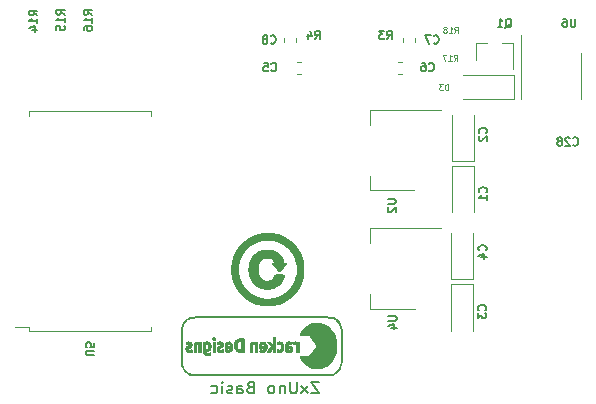
<source format=gbr>
G04 #@! TF.GenerationSoftware,KiCad,Pcbnew,5.1.1-8be2ce7~80~ubuntu18.10.1*
G04 #@! TF.CreationDate,2019-06-22T16:49:51+02:00*
G04 #@! TF.ProjectId,Spartan6,53706172-7461-46e3-962e-6b696361645f,rev?*
G04 #@! TF.SameCoordinates,Original*
G04 #@! TF.FileFunction,Legend,Bot*
G04 #@! TF.FilePolarity,Positive*
%FSLAX46Y46*%
G04 Gerber Fmt 4.6, Leading zero omitted, Abs format (unit mm)*
G04 Created by KiCad (PCBNEW 5.1.1-8be2ce7~80~ubuntu18.10.1) date 2019-06-22 16:49:51*
%MOMM*%
%LPD*%
G04 APERTURE LIST*
%ADD10C,0.150000*%
%ADD11C,0.010000*%
%ADD12C,0.120000*%
%ADD13C,0.100000*%
G04 APERTURE END LIST*
D10*
X68256848Y-78916280D02*
X67590181Y-78916280D01*
X68256848Y-79916280D01*
X67590181Y-79916280D01*
X67304467Y-79916280D02*
X66780658Y-79249614D01*
X67304467Y-79249614D02*
X66780658Y-79916280D01*
X66399705Y-78916280D02*
X66399705Y-79725804D01*
X66352086Y-79821042D01*
X66304467Y-79868661D01*
X66209229Y-79916280D01*
X66018753Y-79916280D01*
X65923515Y-79868661D01*
X65875896Y-79821042D01*
X65828277Y-79725804D01*
X65828277Y-78916280D01*
X65352086Y-79249614D02*
X65352086Y-79916280D01*
X65352086Y-79344852D02*
X65304467Y-79297233D01*
X65209229Y-79249614D01*
X65066372Y-79249614D01*
X64971134Y-79297233D01*
X64923515Y-79392471D01*
X64923515Y-79916280D01*
X64304467Y-79916280D02*
X64399705Y-79868661D01*
X64447324Y-79821042D01*
X64494943Y-79725804D01*
X64494943Y-79440090D01*
X64447324Y-79344852D01*
X64399705Y-79297233D01*
X64304467Y-79249614D01*
X64161610Y-79249614D01*
X64066372Y-79297233D01*
X64018753Y-79344852D01*
X63971134Y-79440090D01*
X63971134Y-79725804D01*
X64018753Y-79821042D01*
X64066372Y-79868661D01*
X64161610Y-79916280D01*
X64304467Y-79916280D01*
X62447324Y-79392471D02*
X62304467Y-79440090D01*
X62256848Y-79487709D01*
X62209229Y-79582947D01*
X62209229Y-79725804D01*
X62256848Y-79821042D01*
X62304467Y-79868661D01*
X62399705Y-79916280D01*
X62780658Y-79916280D01*
X62780658Y-78916280D01*
X62447324Y-78916280D01*
X62352086Y-78963900D01*
X62304467Y-79011519D01*
X62256848Y-79106757D01*
X62256848Y-79201995D01*
X62304467Y-79297233D01*
X62352086Y-79344852D01*
X62447324Y-79392471D01*
X62780658Y-79392471D01*
X61352086Y-79916280D02*
X61352086Y-79392471D01*
X61399705Y-79297233D01*
X61494943Y-79249614D01*
X61685420Y-79249614D01*
X61780658Y-79297233D01*
X61352086Y-79868661D02*
X61447324Y-79916280D01*
X61685420Y-79916280D01*
X61780658Y-79868661D01*
X61828277Y-79773423D01*
X61828277Y-79678185D01*
X61780658Y-79582947D01*
X61685420Y-79535328D01*
X61447324Y-79535328D01*
X61352086Y-79487709D01*
X60923515Y-79868661D02*
X60828277Y-79916280D01*
X60637800Y-79916280D01*
X60542562Y-79868661D01*
X60494943Y-79773423D01*
X60494943Y-79725804D01*
X60542562Y-79630566D01*
X60637800Y-79582947D01*
X60780658Y-79582947D01*
X60875896Y-79535328D01*
X60923515Y-79440090D01*
X60923515Y-79392471D01*
X60875896Y-79297233D01*
X60780658Y-79249614D01*
X60637800Y-79249614D01*
X60542562Y-79297233D01*
X60066372Y-79916280D02*
X60066372Y-79249614D01*
X60066372Y-78916280D02*
X60113991Y-78963900D01*
X60066372Y-79011519D01*
X60018753Y-78963900D01*
X60066372Y-78916280D01*
X60066372Y-79011519D01*
X59161610Y-79868661D02*
X59256848Y-79916280D01*
X59447324Y-79916280D01*
X59542562Y-79868661D01*
X59590181Y-79821042D01*
X59637800Y-79725804D01*
X59637800Y-79440090D01*
X59590181Y-79344852D01*
X59542562Y-79297233D01*
X59447324Y-79249614D01*
X59256848Y-79249614D01*
X59161610Y-79297233D01*
D11*
G36*
X59296483Y-75156523D02*
G01*
X59281561Y-75166298D01*
X59256715Y-75195957D01*
X59240772Y-75237402D01*
X59234779Y-75284417D01*
X59239786Y-75330787D01*
X59249329Y-75357422D01*
X59276655Y-75394247D01*
X59313175Y-75416813D01*
X59354791Y-75423449D01*
X59391264Y-75415256D01*
X59428438Y-75393907D01*
X59452589Y-75364370D01*
X59465955Y-75328105D01*
X59471417Y-75276338D01*
X59462708Y-75229900D01*
X59442397Y-75191046D01*
X59413051Y-75162028D01*
X59377238Y-75145099D01*
X59337526Y-75142513D01*
X59296483Y-75156523D01*
X59296483Y-75156523D01*
G37*
X59296483Y-75156523D02*
X59281561Y-75166298D01*
X59256715Y-75195957D01*
X59240772Y-75237402D01*
X59234779Y-75284417D01*
X59239786Y-75330787D01*
X59249329Y-75357422D01*
X59276655Y-75394247D01*
X59313175Y-75416813D01*
X59354791Y-75423449D01*
X59391264Y-75415256D01*
X59428438Y-75393907D01*
X59452589Y-75364370D01*
X59465955Y-75328105D01*
X59471417Y-75276338D01*
X59462708Y-75229900D01*
X59442397Y-75191046D01*
X59413051Y-75162028D01*
X59377238Y-75145099D01*
X59337526Y-75142513D01*
X59296483Y-75156523D01*
G36*
X57786160Y-75550371D02*
G01*
X57744053Y-75579522D01*
X57712285Y-75613167D01*
X57686366Y-75657004D01*
X57667991Y-75700179D01*
X57662579Y-75715015D01*
X57658258Y-75729896D01*
X57654881Y-75747273D01*
X57652302Y-75769592D01*
X57650374Y-75799302D01*
X57648952Y-75838852D01*
X57647888Y-75890690D01*
X57647037Y-75957264D01*
X57646253Y-76041023D01*
X57646025Y-76067920D01*
X57643364Y-76385420D01*
X57839187Y-76385420D01*
X57839251Y-76174600D01*
X57840094Y-76061798D01*
X57842600Y-75968249D01*
X57846847Y-75892975D01*
X57852911Y-75834999D01*
X57860870Y-75793342D01*
X57870801Y-75767026D01*
X57871551Y-75765767D01*
X57897442Y-75739564D01*
X57934779Y-75723021D01*
X57979535Y-75717536D01*
X58004680Y-75719559D01*
X58050853Y-75726482D01*
X58050853Y-76385420D01*
X58254243Y-76385420D01*
X58252031Y-75971429D01*
X58249820Y-75557439D01*
X58182087Y-75538616D01*
X58142046Y-75529595D01*
X58095549Y-75523422D01*
X58038969Y-75519735D01*
X57978735Y-75518266D01*
X57843117Y-75516740D01*
X57786160Y-75550371D01*
X57786160Y-75550371D01*
G37*
X57786160Y-75550371D02*
X57744053Y-75579522D01*
X57712285Y-75613167D01*
X57686366Y-75657004D01*
X57667991Y-75700179D01*
X57662579Y-75715015D01*
X57658258Y-75729896D01*
X57654881Y-75747273D01*
X57652302Y-75769592D01*
X57650374Y-75799302D01*
X57648952Y-75838852D01*
X57647888Y-75890690D01*
X57647037Y-75957264D01*
X57646253Y-76041023D01*
X57646025Y-76067920D01*
X57643364Y-76385420D01*
X57839187Y-76385420D01*
X57839251Y-76174600D01*
X57840094Y-76061798D01*
X57842600Y-75968249D01*
X57846847Y-75892975D01*
X57852911Y-75834999D01*
X57860870Y-75793342D01*
X57870801Y-75767026D01*
X57871551Y-75765767D01*
X57897442Y-75739564D01*
X57934779Y-75723021D01*
X57979535Y-75717536D01*
X58004680Y-75719559D01*
X58050853Y-75726482D01*
X58050853Y-76385420D01*
X58254243Y-76385420D01*
X58252031Y-75971429D01*
X58249820Y-75557439D01*
X58182087Y-75538616D01*
X58142046Y-75529595D01*
X58095549Y-75523422D01*
X58038969Y-75519735D01*
X57978735Y-75518266D01*
X57843117Y-75516740D01*
X57786160Y-75550371D01*
G36*
X59253120Y-76385420D02*
G01*
X59456320Y-76385420D01*
X59456320Y-75531980D01*
X59253120Y-75531980D01*
X59253120Y-76385420D01*
X59253120Y-76385420D01*
G37*
X59253120Y-76385420D02*
X59456320Y-76385420D01*
X59456320Y-75531980D01*
X59253120Y-75531980D01*
X59253120Y-76385420D01*
G36*
X62552395Y-75550674D02*
G01*
X62512015Y-75578239D01*
X62482585Y-75608155D01*
X62466357Y-75631826D01*
X62451393Y-75658015D01*
X62439269Y-75683710D01*
X62429645Y-75711431D01*
X62422182Y-75743700D01*
X62416541Y-75783038D01*
X62412384Y-75831968D01*
X62409371Y-75893010D01*
X62407164Y-75968686D01*
X62405424Y-76061517D01*
X62405014Y-76088240D01*
X62400590Y-76385420D01*
X62605920Y-76385420D01*
X62605920Y-76142966D01*
X62606359Y-76046205D01*
X62607803Y-75967541D01*
X62610441Y-75904774D01*
X62614465Y-75855704D01*
X62620063Y-75818131D01*
X62627426Y-75789857D01*
X62636744Y-75768681D01*
X62638517Y-75765660D01*
X62665840Y-75737422D01*
X62704616Y-75720985D01*
X62751940Y-75717384D01*
X62769145Y-75719219D01*
X62817586Y-75726482D01*
X62817586Y-76385420D01*
X63020976Y-76385420D01*
X63018765Y-75971429D01*
X63016553Y-75557439D01*
X62948820Y-75538797D01*
X62907156Y-75529630D01*
X62857926Y-75523377D01*
X62797719Y-75519698D01*
X62745483Y-75518448D01*
X62609879Y-75516740D01*
X62552395Y-75550674D01*
X62552395Y-75550674D01*
G37*
X62552395Y-75550674D02*
X62512015Y-75578239D01*
X62482585Y-75608155D01*
X62466357Y-75631826D01*
X62451393Y-75658015D01*
X62439269Y-75683710D01*
X62429645Y-75711431D01*
X62422182Y-75743700D01*
X62416541Y-75783038D01*
X62412384Y-75831968D01*
X62409371Y-75893010D01*
X62407164Y-75968686D01*
X62405424Y-76061517D01*
X62405014Y-76088240D01*
X62400590Y-76385420D01*
X62605920Y-76385420D01*
X62605920Y-76142966D01*
X62606359Y-76046205D01*
X62607803Y-75967541D01*
X62610441Y-75904774D01*
X62614465Y-75855704D01*
X62620063Y-75818131D01*
X62627426Y-75789857D01*
X62636744Y-75768681D01*
X62638517Y-75765660D01*
X62665840Y-75737422D01*
X62704616Y-75720985D01*
X62751940Y-75717384D01*
X62769145Y-75719219D01*
X62817586Y-75726482D01*
X62817586Y-76385420D01*
X63020976Y-76385420D01*
X63018765Y-75971429D01*
X63016553Y-75557439D01*
X62948820Y-75538797D01*
X62907156Y-75529630D01*
X62857926Y-75523377D01*
X62797719Y-75519698D01*
X62745483Y-75518448D01*
X62609879Y-75516740D01*
X62552395Y-75550674D01*
G36*
X64357686Y-75130242D02*
G01*
X64355299Y-75143805D01*
X64353427Y-75168525D01*
X64352021Y-75206027D01*
X64351031Y-75257936D01*
X64350408Y-75325876D01*
X64350104Y-75411472D01*
X64350053Y-75476100D01*
X64349853Y-75558201D01*
X64349283Y-75633472D01*
X64348392Y-75699596D01*
X64347226Y-75754257D01*
X64345833Y-75795139D01*
X64344261Y-75819927D01*
X64342864Y-75826620D01*
X64335541Y-75819392D01*
X64319371Y-75799660D01*
X64296524Y-75770349D01*
X64269169Y-75734386D01*
X64239477Y-75694698D01*
X64209618Y-75654209D01*
X64181762Y-75615847D01*
X64158078Y-75582538D01*
X64140738Y-75557207D01*
X64131910Y-75542782D01*
X64131331Y-75541378D01*
X64122321Y-75538046D01*
X64099447Y-75535233D01*
X64065777Y-75533170D01*
X64024379Y-75532087D01*
X64005820Y-75531980D01*
X63883131Y-75531980D01*
X63972061Y-75651360D01*
X64008090Y-75699119D01*
X64045490Y-75747658D01*
X64080466Y-75792121D01*
X64109227Y-75827649D01*
X64116194Y-75835977D01*
X64171397Y-75901214D01*
X64124618Y-75961846D01*
X64075504Y-76029287D01*
X64024235Y-76106256D01*
X63975134Y-76185904D01*
X63932525Y-76261382D01*
X63918556Y-76288298D01*
X63900342Y-76325083D01*
X63886008Y-76355168D01*
X63877468Y-76374479D01*
X63875920Y-76379210D01*
X63883870Y-76381489D01*
X63905655Y-76383391D01*
X63938177Y-76384749D01*
X63978338Y-76385391D01*
X63989278Y-76385420D01*
X64102636Y-76385420D01*
X64166152Y-76271120D01*
X64193734Y-76223529D01*
X64223772Y-76175107D01*
X64254280Y-76128693D01*
X64283270Y-76087121D01*
X64308754Y-76053230D01*
X64328744Y-76029856D01*
X64341254Y-76019835D01*
X64342337Y-76019660D01*
X64344885Y-76029328D01*
X64347055Y-76056372D01*
X64348720Y-76097848D01*
X64349758Y-76150816D01*
X64350053Y-76202540D01*
X64350053Y-76385420D01*
X64544919Y-76385420D01*
X64540553Y-75161684D01*
X64455887Y-75144263D01*
X64419135Y-75136847D01*
X64388163Y-75130866D01*
X64367085Y-75127101D01*
X64360637Y-75126211D01*
X64357686Y-75130242D01*
X64357686Y-75130242D01*
G37*
X64357686Y-75130242D02*
X64355299Y-75143805D01*
X64353427Y-75168525D01*
X64352021Y-75206027D01*
X64351031Y-75257936D01*
X64350408Y-75325876D01*
X64350104Y-75411472D01*
X64350053Y-75476100D01*
X64349853Y-75558201D01*
X64349283Y-75633472D01*
X64348392Y-75699596D01*
X64347226Y-75754257D01*
X64345833Y-75795139D01*
X64344261Y-75819927D01*
X64342864Y-75826620D01*
X64335541Y-75819392D01*
X64319371Y-75799660D01*
X64296524Y-75770349D01*
X64269169Y-75734386D01*
X64239477Y-75694698D01*
X64209618Y-75654209D01*
X64181762Y-75615847D01*
X64158078Y-75582538D01*
X64140738Y-75557207D01*
X64131910Y-75542782D01*
X64131331Y-75541378D01*
X64122321Y-75538046D01*
X64099447Y-75535233D01*
X64065777Y-75533170D01*
X64024379Y-75532087D01*
X64005820Y-75531980D01*
X63883131Y-75531980D01*
X63972061Y-75651360D01*
X64008090Y-75699119D01*
X64045490Y-75747658D01*
X64080466Y-75792121D01*
X64109227Y-75827649D01*
X64116194Y-75835977D01*
X64171397Y-75901214D01*
X64124618Y-75961846D01*
X64075504Y-76029287D01*
X64024235Y-76106256D01*
X63975134Y-76185904D01*
X63932525Y-76261382D01*
X63918556Y-76288298D01*
X63900342Y-76325083D01*
X63886008Y-76355168D01*
X63877468Y-76374479D01*
X63875920Y-76379210D01*
X63883870Y-76381489D01*
X63905655Y-76383391D01*
X63938177Y-76384749D01*
X63978338Y-76385391D01*
X63989278Y-76385420D01*
X64102636Y-76385420D01*
X64166152Y-76271120D01*
X64193734Y-76223529D01*
X64223772Y-76175107D01*
X64254280Y-76128693D01*
X64283270Y-76087121D01*
X64308754Y-76053230D01*
X64328744Y-76029856D01*
X64341254Y-76019835D01*
X64342337Y-76019660D01*
X64344885Y-76029328D01*
X64347055Y-76056372D01*
X64348720Y-76097848D01*
X64349758Y-76150816D01*
X64350053Y-76202540D01*
X64350053Y-76385420D01*
X64544919Y-76385420D01*
X64540553Y-75161684D01*
X64455887Y-75144263D01*
X64419135Y-75136847D01*
X64388163Y-75130866D01*
X64367085Y-75127101D01*
X64360637Y-75126211D01*
X64357686Y-75130242D01*
G36*
X66156663Y-75521084D02*
G01*
X66107791Y-75532766D01*
X66084222Y-75541251D01*
X66073710Y-75550140D01*
X66072582Y-75562973D01*
X66073131Y-75566180D01*
X66076837Y-75586537D01*
X66082704Y-75619938D01*
X66089529Y-75659515D01*
X66090207Y-75663487D01*
X66096622Y-75699881D01*
X66101865Y-75727425D01*
X66104963Y-75741058D01*
X66105228Y-75741656D01*
X66113938Y-75741094D01*
X66133571Y-75736759D01*
X66145216Y-75733672D01*
X66170919Y-75728765D01*
X66204376Y-75725365D01*
X66240841Y-75723576D01*
X66275571Y-75723501D01*
X66303821Y-75725243D01*
X66320847Y-75728907D01*
X66322391Y-75729806D01*
X66325246Y-75742259D01*
X66327552Y-75774887D01*
X66329306Y-75827555D01*
X66330503Y-75900131D01*
X66331141Y-75992480D01*
X66331253Y-76060899D01*
X66331253Y-76385420D01*
X66534453Y-76385420D01*
X66534453Y-75574846D01*
X66464603Y-75552228D01*
X66354152Y-75524099D01*
X66251444Y-75513714D01*
X66156663Y-75521084D01*
X66156663Y-75521084D01*
G37*
X66156663Y-75521084D02*
X66107791Y-75532766D01*
X66084222Y-75541251D01*
X66073710Y-75550140D01*
X66072582Y-75562973D01*
X66073131Y-75566180D01*
X66076837Y-75586537D01*
X66082704Y-75619938D01*
X66089529Y-75659515D01*
X66090207Y-75663487D01*
X66096622Y-75699881D01*
X66101865Y-75727425D01*
X66104963Y-75741058D01*
X66105228Y-75741656D01*
X66113938Y-75741094D01*
X66133571Y-75736759D01*
X66145216Y-75733672D01*
X66170919Y-75728765D01*
X66204376Y-75725365D01*
X66240841Y-75723576D01*
X66275571Y-75723501D01*
X66303821Y-75725243D01*
X66320847Y-75728907D01*
X66322391Y-75729806D01*
X66325246Y-75742259D01*
X66327552Y-75774887D01*
X66329306Y-75827555D01*
X66330503Y-75900131D01*
X66331141Y-75992480D01*
X66331253Y-76060899D01*
X66331253Y-76385420D01*
X66534453Y-76385420D01*
X66534453Y-75574846D01*
X66464603Y-75552228D01*
X66354152Y-75524099D01*
X66251444Y-75513714D01*
X66156663Y-75521084D01*
G36*
X61520435Y-75254366D02*
G01*
X61482314Y-75256185D01*
X61451997Y-75259329D01*
X61426446Y-75264028D01*
X61402621Y-75270515D01*
X61399420Y-75271524D01*
X61313079Y-75307921D01*
X61239413Y-75357758D01*
X61178537Y-75420847D01*
X61130568Y-75496998D01*
X61095623Y-75586021D01*
X61073816Y-75687727D01*
X61065265Y-75801927D01*
X61065134Y-75817134D01*
X61068301Y-75907760D01*
X61078866Y-75986145D01*
X61097924Y-76058905D01*
X61111220Y-76095860D01*
X61151660Y-76179123D01*
X61202934Y-76248241D01*
X61266152Y-76304344D01*
X61342428Y-76348559D01*
X61373356Y-76361807D01*
X61398848Y-76371394D01*
X61421866Y-76378481D01*
X61445769Y-76383502D01*
X61473911Y-76386889D01*
X61509650Y-76389073D01*
X61556343Y-76390487D01*
X61602620Y-76391335D01*
X61658190Y-76391605D01*
X61712613Y-76390770D01*
X61761785Y-76388972D01*
X61801604Y-76386353D01*
X61824942Y-76383603D01*
X61886398Y-76373314D01*
X61885648Y-76184840D01*
X61674806Y-76184840D01*
X61583679Y-76179831D01*
X61526644Y-76174774D01*
X61482026Y-76166151D01*
X61445461Y-76153112D01*
X61444777Y-76152798D01*
X61396472Y-76120831D01*
X61353048Y-76073945D01*
X61318949Y-76017536D01*
X61305587Y-75983813D01*
X61297946Y-75954971D01*
X61293020Y-75922050D01*
X61290332Y-75879963D01*
X61289403Y-75823623D01*
X61289386Y-75811380D01*
X61289805Y-75756681D01*
X61291430Y-75717029D01*
X61294868Y-75687166D01*
X61300724Y-75661832D01*
X61309605Y-75635766D01*
X61309616Y-75635737D01*
X61340781Y-75576112D01*
X61383964Y-75526836D01*
X61435222Y-75492052D01*
X61453715Y-75484289D01*
X61492943Y-75474561D01*
X61543375Y-75468460D01*
X61585686Y-75466706D01*
X61670353Y-75465940D01*
X61672579Y-75825390D01*
X61674806Y-76184840D01*
X61885648Y-76184840D01*
X61882020Y-75273460D01*
X61843920Y-75264213D01*
X61823749Y-75261311D01*
X61789936Y-75258659D01*
X61745772Y-75256420D01*
X61694547Y-75254757D01*
X61639553Y-75253831D01*
X61632253Y-75253773D01*
X61569401Y-75253639D01*
X61520435Y-75254366D01*
X61520435Y-75254366D01*
G37*
X61520435Y-75254366D02*
X61482314Y-75256185D01*
X61451997Y-75259329D01*
X61426446Y-75264028D01*
X61402621Y-75270515D01*
X61399420Y-75271524D01*
X61313079Y-75307921D01*
X61239413Y-75357758D01*
X61178537Y-75420847D01*
X61130568Y-75496998D01*
X61095623Y-75586021D01*
X61073816Y-75687727D01*
X61065265Y-75801927D01*
X61065134Y-75817134D01*
X61068301Y-75907760D01*
X61078866Y-75986145D01*
X61097924Y-76058905D01*
X61111220Y-76095860D01*
X61151660Y-76179123D01*
X61202934Y-76248241D01*
X61266152Y-76304344D01*
X61342428Y-76348559D01*
X61373356Y-76361807D01*
X61398848Y-76371394D01*
X61421866Y-76378481D01*
X61445769Y-76383502D01*
X61473911Y-76386889D01*
X61509650Y-76389073D01*
X61556343Y-76390487D01*
X61602620Y-76391335D01*
X61658190Y-76391605D01*
X61712613Y-76390770D01*
X61761785Y-76388972D01*
X61801604Y-76386353D01*
X61824942Y-76383603D01*
X61886398Y-76373314D01*
X61885648Y-76184840D01*
X61674806Y-76184840D01*
X61583679Y-76179831D01*
X61526644Y-76174774D01*
X61482026Y-76166151D01*
X61445461Y-76153112D01*
X61444777Y-76152798D01*
X61396472Y-76120831D01*
X61353048Y-76073945D01*
X61318949Y-76017536D01*
X61305587Y-75983813D01*
X61297946Y-75954971D01*
X61293020Y-75922050D01*
X61290332Y-75879963D01*
X61289403Y-75823623D01*
X61289386Y-75811380D01*
X61289805Y-75756681D01*
X61291430Y-75717029D01*
X61294868Y-75687166D01*
X61300724Y-75661832D01*
X61309605Y-75635766D01*
X61309616Y-75635737D01*
X61340781Y-75576112D01*
X61383964Y-75526836D01*
X61435222Y-75492052D01*
X61453715Y-75484289D01*
X61492943Y-75474561D01*
X61543375Y-75468460D01*
X61585686Y-75466706D01*
X61670353Y-75465940D01*
X61672579Y-75825390D01*
X61674806Y-76184840D01*
X61885648Y-76184840D01*
X61882020Y-75273460D01*
X61843920Y-75264213D01*
X61823749Y-75261311D01*
X61789936Y-75258659D01*
X61745772Y-75256420D01*
X61694547Y-75254757D01*
X61639553Y-75253831D01*
X61632253Y-75253773D01*
X61569401Y-75253639D01*
X61520435Y-75254366D01*
G36*
X57136442Y-75514394D02*
G01*
X57076838Y-75523104D01*
X57063904Y-75526076D01*
X57031829Y-75534798D01*
X57006286Y-75543160D01*
X56991761Y-75549652D01*
X56990369Y-75550816D01*
X56989582Y-75562985D01*
X56992049Y-75589162D01*
X56996838Y-75623667D01*
X57003015Y-75660820D01*
X57009646Y-75694940D01*
X57015798Y-75720346D01*
X57019953Y-75730845D01*
X57029592Y-75731131D01*
X57050931Y-75727224D01*
X57078079Y-75720314D01*
X57124219Y-75710400D01*
X57170560Y-75705848D01*
X57212324Y-75706727D01*
X57244735Y-75713105D01*
X57254987Y-75717781D01*
X57272789Y-75738458D01*
X57279391Y-75767263D01*
X57273890Y-75796207D01*
X57265355Y-75809314D01*
X57251082Y-75820216D01*
X57225113Y-75836005D01*
X57191564Y-75854287D01*
X57165461Y-75867437D01*
X57098117Y-75903244D01*
X57045866Y-75938529D01*
X57006994Y-75975275D01*
X56979789Y-76015467D01*
X56962539Y-76061088D01*
X56953654Y-76112857D01*
X56953753Y-76185325D01*
X56968737Y-76249427D01*
X56998240Y-76303891D01*
X57014193Y-76322872D01*
X57043180Y-76349050D01*
X57075283Y-76371597D01*
X57092473Y-76380664D01*
X57123981Y-76389809D01*
X57167691Y-76396619D01*
X57218971Y-76400935D01*
X57273187Y-76402599D01*
X57325706Y-76401453D01*
X57371894Y-76397339D01*
X57403153Y-76391269D01*
X57445650Y-76378679D01*
X57473834Y-76367946D01*
X57490089Y-76357558D01*
X57496802Y-76346008D01*
X57496448Y-76332242D01*
X57492500Y-76310649D01*
X57486541Y-76276706D01*
X57480254Y-76240067D01*
X57473943Y-76205064D01*
X57468515Y-76178821D01*
X57465108Y-76166830D01*
X57465033Y-76166728D01*
X57455809Y-76167345D01*
X57434975Y-76172981D01*
X57407035Y-76182418D01*
X57406949Y-76182450D01*
X57368984Y-76193791D01*
X57324502Y-76203493D01*
X57288093Y-76208853D01*
X57232704Y-76210563D01*
X57192240Y-76202943D01*
X57166564Y-76185948D01*
X57156369Y-76164618D01*
X57154193Y-76145659D01*
X57157513Y-76129014D01*
X57168139Y-76113044D01*
X57187879Y-76096104D01*
X57218542Y-76076555D01*
X57261938Y-76052755D01*
X57302883Y-76031658D01*
X57361372Y-75998756D01*
X57405378Y-75965720D01*
X57437204Y-75929751D01*
X57459155Y-75888052D01*
X57473535Y-75837823D01*
X57476748Y-75820492D01*
X57480682Y-75749421D01*
X57468910Y-75683222D01*
X57442547Y-75624448D01*
X57402710Y-75575651D01*
X57354789Y-75541589D01*
X57312751Y-75525994D01*
X57259168Y-75516093D01*
X57198808Y-75512142D01*
X57136442Y-75514394D01*
X57136442Y-75514394D01*
G37*
X57136442Y-75514394D02*
X57076838Y-75523104D01*
X57063904Y-75526076D01*
X57031829Y-75534798D01*
X57006286Y-75543160D01*
X56991761Y-75549652D01*
X56990369Y-75550816D01*
X56989582Y-75562985D01*
X56992049Y-75589162D01*
X56996838Y-75623667D01*
X57003015Y-75660820D01*
X57009646Y-75694940D01*
X57015798Y-75720346D01*
X57019953Y-75730845D01*
X57029592Y-75731131D01*
X57050931Y-75727224D01*
X57078079Y-75720314D01*
X57124219Y-75710400D01*
X57170560Y-75705848D01*
X57212324Y-75706727D01*
X57244735Y-75713105D01*
X57254987Y-75717781D01*
X57272789Y-75738458D01*
X57279391Y-75767263D01*
X57273890Y-75796207D01*
X57265355Y-75809314D01*
X57251082Y-75820216D01*
X57225113Y-75836005D01*
X57191564Y-75854287D01*
X57165461Y-75867437D01*
X57098117Y-75903244D01*
X57045866Y-75938529D01*
X57006994Y-75975275D01*
X56979789Y-76015467D01*
X56962539Y-76061088D01*
X56953654Y-76112857D01*
X56953753Y-76185325D01*
X56968737Y-76249427D01*
X56998240Y-76303891D01*
X57014193Y-76322872D01*
X57043180Y-76349050D01*
X57075283Y-76371597D01*
X57092473Y-76380664D01*
X57123981Y-76389809D01*
X57167691Y-76396619D01*
X57218971Y-76400935D01*
X57273187Y-76402599D01*
X57325706Y-76401453D01*
X57371894Y-76397339D01*
X57403153Y-76391269D01*
X57445650Y-76378679D01*
X57473834Y-76367946D01*
X57490089Y-76357558D01*
X57496802Y-76346008D01*
X57496448Y-76332242D01*
X57492500Y-76310649D01*
X57486541Y-76276706D01*
X57480254Y-76240067D01*
X57473943Y-76205064D01*
X57468515Y-76178821D01*
X57465108Y-76166830D01*
X57465033Y-76166728D01*
X57455809Y-76167345D01*
X57434975Y-76172981D01*
X57407035Y-76182418D01*
X57406949Y-76182450D01*
X57368984Y-76193791D01*
X57324502Y-76203493D01*
X57288093Y-76208853D01*
X57232704Y-76210563D01*
X57192240Y-76202943D01*
X57166564Y-76185948D01*
X57156369Y-76164618D01*
X57154193Y-76145659D01*
X57157513Y-76129014D01*
X57168139Y-76113044D01*
X57187879Y-76096104D01*
X57218542Y-76076555D01*
X57261938Y-76052755D01*
X57302883Y-76031658D01*
X57361372Y-75998756D01*
X57405378Y-75965720D01*
X57437204Y-75929751D01*
X57459155Y-75888052D01*
X57473535Y-75837823D01*
X57476748Y-75820492D01*
X57480682Y-75749421D01*
X57468910Y-75683222D01*
X57442547Y-75624448D01*
X57402710Y-75575651D01*
X57354789Y-75541589D01*
X57312751Y-75525994D01*
X57259168Y-75516093D01*
X57198808Y-75512142D01*
X57136442Y-75514394D01*
G36*
X59792374Y-75513939D02*
G01*
X59733914Y-75521685D01*
X59713971Y-75526076D01*
X59682016Y-75534692D01*
X59656703Y-75542793D01*
X59642460Y-75548925D01*
X59641126Y-75550006D01*
X59640516Y-75561904D01*
X59643023Y-75587891D01*
X59647738Y-75622315D01*
X59653753Y-75659527D01*
X59660161Y-75693877D01*
X59666054Y-75719714D01*
X59670220Y-75731087D01*
X59679752Y-75731250D01*
X59701009Y-75727259D01*
X59728146Y-75720314D01*
X59774288Y-75710400D01*
X59820629Y-75705848D01*
X59862393Y-75706728D01*
X59894802Y-75713107D01*
X59905053Y-75717785D01*
X59922961Y-75738574D01*
X59929404Y-75767610D01*
X59923276Y-75797064D01*
X59917591Y-75806514D01*
X59903801Y-75818286D01*
X59878403Y-75834471D01*
X59845683Y-75852463D01*
X59825940Y-75862269D01*
X59758370Y-75897187D01*
X59705714Y-75930964D01*
X59666140Y-75965490D01*
X59637818Y-76002651D01*
X59618917Y-76044336D01*
X59608603Y-76086373D01*
X59602853Y-76161316D01*
X59612581Y-76228290D01*
X59637423Y-76286508D01*
X59677016Y-76335184D01*
X59731000Y-76373533D01*
X59744186Y-76380227D01*
X59774086Y-76389698D01*
X59816331Y-76396770D01*
X59866434Y-76401283D01*
X59919910Y-76403079D01*
X59972274Y-76401995D01*
X60019039Y-76397872D01*
X60053220Y-76391269D01*
X60096190Y-76378510D01*
X60124784Y-76367571D01*
X60141338Y-76356987D01*
X60148185Y-76345293D01*
X60147848Y-76331927D01*
X60143838Y-76309831D01*
X60138116Y-76276086D01*
X60133401Y-76247188D01*
X60126326Y-76205513D01*
X60119276Y-76180865D01*
X60108934Y-76170350D01*
X60091983Y-76171074D01*
X60065107Y-76180145D01*
X60059109Y-76182385D01*
X60005095Y-76198920D01*
X59952655Y-76208358D01*
X59904431Y-76210857D01*
X59863065Y-76206578D01*
X59831198Y-76195680D01*
X59811474Y-76178323D01*
X59806963Y-76167136D01*
X59804247Y-76150829D01*
X59804779Y-76136943D01*
X59810276Y-76124000D01*
X59822453Y-76110519D01*
X59843027Y-76095022D01*
X59873715Y-76076031D01*
X59916234Y-76052065D01*
X59972300Y-76021645D01*
X59981660Y-76016609D01*
X60039962Y-75978514D01*
X60082804Y-75934804D01*
X60111266Y-75884215D01*
X60121036Y-75853594D01*
X60131930Y-75778860D01*
X60126878Y-75709785D01*
X60106479Y-75647945D01*
X60071330Y-75594916D01*
X60022027Y-75552274D01*
X60002420Y-75540570D01*
X59962825Y-75525740D01*
X59911503Y-75516201D01*
X59853128Y-75512189D01*
X59792374Y-75513939D01*
X59792374Y-75513939D01*
G37*
X59792374Y-75513939D02*
X59733914Y-75521685D01*
X59713971Y-75526076D01*
X59682016Y-75534692D01*
X59656703Y-75542793D01*
X59642460Y-75548925D01*
X59641126Y-75550006D01*
X59640516Y-75561904D01*
X59643023Y-75587891D01*
X59647738Y-75622315D01*
X59653753Y-75659527D01*
X59660161Y-75693877D01*
X59666054Y-75719714D01*
X59670220Y-75731087D01*
X59679752Y-75731250D01*
X59701009Y-75727259D01*
X59728146Y-75720314D01*
X59774288Y-75710400D01*
X59820629Y-75705848D01*
X59862393Y-75706728D01*
X59894802Y-75713107D01*
X59905053Y-75717785D01*
X59922961Y-75738574D01*
X59929404Y-75767610D01*
X59923276Y-75797064D01*
X59917591Y-75806514D01*
X59903801Y-75818286D01*
X59878403Y-75834471D01*
X59845683Y-75852463D01*
X59825940Y-75862269D01*
X59758370Y-75897187D01*
X59705714Y-75930964D01*
X59666140Y-75965490D01*
X59637818Y-76002651D01*
X59618917Y-76044336D01*
X59608603Y-76086373D01*
X59602853Y-76161316D01*
X59612581Y-76228290D01*
X59637423Y-76286508D01*
X59677016Y-76335184D01*
X59731000Y-76373533D01*
X59744186Y-76380227D01*
X59774086Y-76389698D01*
X59816331Y-76396770D01*
X59866434Y-76401283D01*
X59919910Y-76403079D01*
X59972274Y-76401995D01*
X60019039Y-76397872D01*
X60053220Y-76391269D01*
X60096190Y-76378510D01*
X60124784Y-76367571D01*
X60141338Y-76356987D01*
X60148185Y-76345293D01*
X60147848Y-76331927D01*
X60143838Y-76309831D01*
X60138116Y-76276086D01*
X60133401Y-76247188D01*
X60126326Y-76205513D01*
X60119276Y-76180865D01*
X60108934Y-76170350D01*
X60091983Y-76171074D01*
X60065107Y-76180145D01*
X60059109Y-76182385D01*
X60005095Y-76198920D01*
X59952655Y-76208358D01*
X59904431Y-76210857D01*
X59863065Y-76206578D01*
X59831198Y-76195680D01*
X59811474Y-76178323D01*
X59806963Y-76167136D01*
X59804247Y-76150829D01*
X59804779Y-76136943D01*
X59810276Y-76124000D01*
X59822453Y-76110519D01*
X59843027Y-76095022D01*
X59873715Y-76076031D01*
X59916234Y-76052065D01*
X59972300Y-76021645D01*
X59981660Y-76016609D01*
X60039962Y-75978514D01*
X60082804Y-75934804D01*
X60111266Y-75884215D01*
X60121036Y-75853594D01*
X60131930Y-75778860D01*
X60126878Y-75709785D01*
X60106479Y-75647945D01*
X60071330Y-75594916D01*
X60022027Y-75552274D01*
X60002420Y-75540570D01*
X59962825Y-75525740D01*
X59911503Y-75516201D01*
X59853128Y-75512189D01*
X59792374Y-75513939D01*
G36*
X60527113Y-75517452D02*
G01*
X60457640Y-75538173D01*
X60398009Y-75575421D01*
X60348240Y-75629179D01*
X60308355Y-75699432D01*
X60291161Y-75743554D01*
X60282700Y-75776167D01*
X60276684Y-75818771D01*
X60272645Y-75875362D01*
X60271045Y-75915520D01*
X60267076Y-76039980D01*
X60496698Y-76039980D01*
X60575541Y-76040350D01*
X60637653Y-76041469D01*
X60683226Y-76043344D01*
X60712451Y-76045984D01*
X60725519Y-76049398D01*
X60726320Y-76050644D01*
X60720965Y-76072959D01*
X60707521Y-76101738D01*
X60689915Y-76129134D01*
X60682674Y-76137851D01*
X60638026Y-76173619D01*
X60583303Y-76194182D01*
X60518057Y-76199626D01*
X60441837Y-76190042D01*
X60429986Y-76187442D01*
X60395798Y-76179674D01*
X60367185Y-76173352D01*
X60348842Y-76169506D01*
X60345697Y-76168932D01*
X60338454Y-76173680D01*
X60331897Y-76192151D01*
X60325263Y-76226964D01*
X60321677Y-76251327D01*
X60316764Y-76291653D01*
X60313949Y-76324992D01*
X60313664Y-76345738D01*
X60314172Y-76348787D01*
X60326528Y-76362048D01*
X60352763Y-76374061D01*
X60389840Y-76384480D01*
X60434721Y-76392958D01*
X60484369Y-76399150D01*
X60535747Y-76402711D01*
X60585818Y-76403296D01*
X60631543Y-76400558D01*
X60669886Y-76394153D01*
X60682038Y-76390635D01*
X60755333Y-76356979D01*
X60815991Y-76309823D01*
X60863951Y-76249273D01*
X60899149Y-76175437D01*
X60921523Y-76088423D01*
X60931013Y-75988337D01*
X60931355Y-75958507D01*
X60924927Y-75867260D01*
X60726642Y-75867260D01*
X60461638Y-75867260D01*
X60466335Y-75832520D01*
X60480804Y-75781344D01*
X60507757Y-75743085D01*
X60545699Y-75719194D01*
X60591516Y-75711119D01*
X60637809Y-75720060D01*
X60676118Y-75746187D01*
X60704740Y-75787817D01*
X60721237Y-75839320D01*
X60726642Y-75867260D01*
X60924927Y-75867260D01*
X60924087Y-75855341D01*
X60903460Y-75764205D01*
X60869634Y-75685433D01*
X60822769Y-75619359D01*
X60763027Y-75566319D01*
X60734786Y-75548383D01*
X60701867Y-75531310D01*
X60671922Y-75520996D01*
X60637632Y-75515438D01*
X60606406Y-75513271D01*
X60527113Y-75517452D01*
X60527113Y-75517452D01*
G37*
X60527113Y-75517452D02*
X60457640Y-75538173D01*
X60398009Y-75575421D01*
X60348240Y-75629179D01*
X60308355Y-75699432D01*
X60291161Y-75743554D01*
X60282700Y-75776167D01*
X60276684Y-75818771D01*
X60272645Y-75875362D01*
X60271045Y-75915520D01*
X60267076Y-76039980D01*
X60496698Y-76039980D01*
X60575541Y-76040350D01*
X60637653Y-76041469D01*
X60683226Y-76043344D01*
X60712451Y-76045984D01*
X60725519Y-76049398D01*
X60726320Y-76050644D01*
X60720965Y-76072959D01*
X60707521Y-76101738D01*
X60689915Y-76129134D01*
X60682674Y-76137851D01*
X60638026Y-76173619D01*
X60583303Y-76194182D01*
X60518057Y-76199626D01*
X60441837Y-76190042D01*
X60429986Y-76187442D01*
X60395798Y-76179674D01*
X60367185Y-76173352D01*
X60348842Y-76169506D01*
X60345697Y-76168932D01*
X60338454Y-76173680D01*
X60331897Y-76192151D01*
X60325263Y-76226964D01*
X60321677Y-76251327D01*
X60316764Y-76291653D01*
X60313949Y-76324992D01*
X60313664Y-76345738D01*
X60314172Y-76348787D01*
X60326528Y-76362048D01*
X60352763Y-76374061D01*
X60389840Y-76384480D01*
X60434721Y-76392958D01*
X60484369Y-76399150D01*
X60535747Y-76402711D01*
X60585818Y-76403296D01*
X60631543Y-76400558D01*
X60669886Y-76394153D01*
X60682038Y-76390635D01*
X60755333Y-76356979D01*
X60815991Y-76309823D01*
X60863951Y-76249273D01*
X60899149Y-76175437D01*
X60921523Y-76088423D01*
X60931013Y-75988337D01*
X60931355Y-75958507D01*
X60924927Y-75867260D01*
X60726642Y-75867260D01*
X60461638Y-75867260D01*
X60466335Y-75832520D01*
X60480804Y-75781344D01*
X60507757Y-75743085D01*
X60545699Y-75719194D01*
X60591516Y-75711119D01*
X60637809Y-75720060D01*
X60676118Y-75746187D01*
X60704740Y-75787817D01*
X60721237Y-75839320D01*
X60726642Y-75867260D01*
X60924927Y-75867260D01*
X60924087Y-75855341D01*
X60903460Y-75764205D01*
X60869634Y-75685433D01*
X60822769Y-75619359D01*
X60763027Y-75566319D01*
X60734786Y-75548383D01*
X60701867Y-75531310D01*
X60671922Y-75520996D01*
X60637632Y-75515438D01*
X60606406Y-75513271D01*
X60527113Y-75517452D01*
G36*
X63456934Y-75517109D02*
G01*
X63426880Y-75518956D01*
X63403825Y-75523387D01*
X63382803Y-75531509D01*
X63358847Y-75544429D01*
X63349115Y-75550133D01*
X63295457Y-75588541D01*
X63253589Y-75634505D01*
X63222461Y-75690348D01*
X63201020Y-75758390D01*
X63188215Y-75840952D01*
X63183590Y-75915520D01*
X63179609Y-76039980D01*
X63410137Y-76039980D01*
X63478887Y-76040077D01*
X63532486Y-76040455D01*
X63572714Y-76041240D01*
X63601352Y-76042559D01*
X63620182Y-76044539D01*
X63630983Y-76047307D01*
X63635539Y-76050990D01*
X63635628Y-76055716D01*
X63635526Y-76056050D01*
X63630970Y-76074899D01*
X63630386Y-76080671D01*
X63625375Y-76093210D01*
X63612880Y-76113992D01*
X63608155Y-76120925D01*
X63568535Y-76161815D01*
X63517610Y-76187877D01*
X63455729Y-76199022D01*
X63383242Y-76195165D01*
X63342520Y-76187442D01*
X63308331Y-76179674D01*
X63279718Y-76173352D01*
X63261375Y-76169506D01*
X63258231Y-76168932D01*
X63250988Y-76173680D01*
X63244431Y-76192151D01*
X63237796Y-76226964D01*
X63234210Y-76251327D01*
X63229297Y-76291653D01*
X63226482Y-76324992D01*
X63226197Y-76345738D01*
X63226705Y-76348787D01*
X63239115Y-76362182D01*
X63265413Y-76374264D01*
X63302572Y-76384693D01*
X63347567Y-76393132D01*
X63397370Y-76399242D01*
X63448956Y-76402685D01*
X63499298Y-76403123D01*
X63545371Y-76400217D01*
X63584148Y-76393630D01*
X63596315Y-76390100D01*
X63667088Y-76357102D01*
X63726857Y-76309863D01*
X63774507Y-76249405D01*
X63797605Y-76205437D01*
X63819138Y-76150912D01*
X63833085Y-76099285D01*
X63840757Y-76043501D01*
X63843466Y-75976507D01*
X63843524Y-75958406D01*
X63837337Y-75867260D01*
X63639176Y-75867260D01*
X63374171Y-75867260D01*
X63378869Y-75832520D01*
X63393357Y-75781364D01*
X63420315Y-75743064D01*
X63458136Y-75719187D01*
X63503386Y-75711287D01*
X63550125Y-75720375D01*
X63588640Y-75746591D01*
X63617328Y-75788360D01*
X63633694Y-75839320D01*
X63639176Y-75867260D01*
X63837337Y-75867260D01*
X63836539Y-75855519D01*
X63816123Y-75764546D01*
X63782441Y-75685830D01*
X63735660Y-75619719D01*
X63675944Y-75566559D01*
X63647320Y-75548334D01*
X63621552Y-75534241D01*
X63599876Y-75525097D01*
X63577312Y-75519841D01*
X63548880Y-75517414D01*
X63509600Y-75516753D01*
X63498952Y-75516740D01*
X63456934Y-75517109D01*
X63456934Y-75517109D01*
G37*
X63456934Y-75517109D02*
X63426880Y-75518956D01*
X63403825Y-75523387D01*
X63382803Y-75531509D01*
X63358847Y-75544429D01*
X63349115Y-75550133D01*
X63295457Y-75588541D01*
X63253589Y-75634505D01*
X63222461Y-75690348D01*
X63201020Y-75758390D01*
X63188215Y-75840952D01*
X63183590Y-75915520D01*
X63179609Y-76039980D01*
X63410137Y-76039980D01*
X63478887Y-76040077D01*
X63532486Y-76040455D01*
X63572714Y-76041240D01*
X63601352Y-76042559D01*
X63620182Y-76044539D01*
X63630983Y-76047307D01*
X63635539Y-76050990D01*
X63635628Y-76055716D01*
X63635526Y-76056050D01*
X63630970Y-76074899D01*
X63630386Y-76080671D01*
X63625375Y-76093210D01*
X63612880Y-76113992D01*
X63608155Y-76120925D01*
X63568535Y-76161815D01*
X63517610Y-76187877D01*
X63455729Y-76199022D01*
X63383242Y-76195165D01*
X63342520Y-76187442D01*
X63308331Y-76179674D01*
X63279718Y-76173352D01*
X63261375Y-76169506D01*
X63258231Y-76168932D01*
X63250988Y-76173680D01*
X63244431Y-76192151D01*
X63237796Y-76226964D01*
X63234210Y-76251327D01*
X63229297Y-76291653D01*
X63226482Y-76324992D01*
X63226197Y-76345738D01*
X63226705Y-76348787D01*
X63239115Y-76362182D01*
X63265413Y-76374264D01*
X63302572Y-76384693D01*
X63347567Y-76393132D01*
X63397370Y-76399242D01*
X63448956Y-76402685D01*
X63499298Y-76403123D01*
X63545371Y-76400217D01*
X63584148Y-76393630D01*
X63596315Y-76390100D01*
X63667088Y-76357102D01*
X63726857Y-76309863D01*
X63774507Y-76249405D01*
X63797605Y-76205437D01*
X63819138Y-76150912D01*
X63833085Y-76099285D01*
X63840757Y-76043501D01*
X63843466Y-75976507D01*
X63843524Y-75958406D01*
X63837337Y-75867260D01*
X63639176Y-75867260D01*
X63374171Y-75867260D01*
X63378869Y-75832520D01*
X63393357Y-75781364D01*
X63420315Y-75743064D01*
X63458136Y-75719187D01*
X63503386Y-75711287D01*
X63550125Y-75720375D01*
X63588640Y-75746591D01*
X63617328Y-75788360D01*
X63633694Y-75839320D01*
X63639176Y-75867260D01*
X63837337Y-75867260D01*
X63836539Y-75855519D01*
X63816123Y-75764546D01*
X63782441Y-75685830D01*
X63735660Y-75619719D01*
X63675944Y-75566559D01*
X63647320Y-75548334D01*
X63621552Y-75534241D01*
X63599876Y-75525097D01*
X63577312Y-75519841D01*
X63548880Y-75517414D01*
X63509600Y-75516753D01*
X63498952Y-75516740D01*
X63456934Y-75517109D01*
G36*
X64867170Y-75514396D02*
G01*
X64823355Y-75518639D01*
X64781521Y-75525699D01*
X64744904Y-75534690D01*
X64716736Y-75544728D01*
X64700253Y-75554927D01*
X64697318Y-75560875D01*
X64699504Y-75573054D01*
X64705234Y-75599921D01*
X64713454Y-75636604D01*
X64717427Y-75653900D01*
X64729808Y-75701731D01*
X64740269Y-75729740D01*
X64748941Y-75738274D01*
X64749045Y-75738258D01*
X64763011Y-75735450D01*
X64787977Y-75730094D01*
X64815720Y-75723977D01*
X64880163Y-75716906D01*
X64934914Y-75726352D01*
X64979619Y-75752003D01*
X65013924Y-75793544D01*
X65037476Y-75850662D01*
X65049920Y-75923042D01*
X65050619Y-75932277D01*
X65049887Y-76006121D01*
X65037961Y-76071332D01*
X65015748Y-76125220D01*
X64984156Y-76165098D01*
X64967895Y-76177279D01*
X64929424Y-76192563D01*
X64880258Y-76199056D01*
X64825076Y-76196477D01*
X64782425Y-76188387D01*
X64751757Y-76181439D01*
X64727950Y-76177639D01*
X64715416Y-76177657D01*
X64714692Y-76178124D01*
X64711197Y-76190074D01*
X64705885Y-76217234D01*
X64699659Y-76254758D01*
X64696665Y-76274658D01*
X64683444Y-76365449D01*
X64726299Y-76381695D01*
X64762784Y-76391395D01*
X64810096Y-76398159D01*
X64862962Y-76401819D01*
X64916111Y-76402209D01*
X64964274Y-76399160D01*
X65002179Y-76392506D01*
X65008331Y-76390639D01*
X65081269Y-76357377D01*
X65141416Y-76310935D01*
X65188838Y-76251199D01*
X65223602Y-76178053D01*
X65245774Y-76091383D01*
X65255421Y-75991075D01*
X65255886Y-75962310D01*
X65249074Y-75860954D01*
X65228595Y-75770543D01*
X65194732Y-75691772D01*
X65147770Y-75625337D01*
X65100752Y-75581378D01*
X65054145Y-75549106D01*
X65009712Y-75527937D01*
X64962356Y-75516407D01*
X64906978Y-75513055D01*
X64867170Y-75514396D01*
X64867170Y-75514396D01*
G37*
X64867170Y-75514396D02*
X64823355Y-75518639D01*
X64781521Y-75525699D01*
X64744904Y-75534690D01*
X64716736Y-75544728D01*
X64700253Y-75554927D01*
X64697318Y-75560875D01*
X64699504Y-75573054D01*
X64705234Y-75599921D01*
X64713454Y-75636604D01*
X64717427Y-75653900D01*
X64729808Y-75701731D01*
X64740269Y-75729740D01*
X64748941Y-75738274D01*
X64749045Y-75738258D01*
X64763011Y-75735450D01*
X64787977Y-75730094D01*
X64815720Y-75723977D01*
X64880163Y-75716906D01*
X64934914Y-75726352D01*
X64979619Y-75752003D01*
X65013924Y-75793544D01*
X65037476Y-75850662D01*
X65049920Y-75923042D01*
X65050619Y-75932277D01*
X65049887Y-76006121D01*
X65037961Y-76071332D01*
X65015748Y-76125220D01*
X64984156Y-76165098D01*
X64967895Y-76177279D01*
X64929424Y-76192563D01*
X64880258Y-76199056D01*
X64825076Y-76196477D01*
X64782425Y-76188387D01*
X64751757Y-76181439D01*
X64727950Y-76177639D01*
X64715416Y-76177657D01*
X64714692Y-76178124D01*
X64711197Y-76190074D01*
X64705885Y-76217234D01*
X64699659Y-76254758D01*
X64696665Y-76274658D01*
X64683444Y-76365449D01*
X64726299Y-76381695D01*
X64762784Y-76391395D01*
X64810096Y-76398159D01*
X64862962Y-76401819D01*
X64916111Y-76402209D01*
X64964274Y-76399160D01*
X65002179Y-76392506D01*
X65008331Y-76390639D01*
X65081269Y-76357377D01*
X65141416Y-76310935D01*
X65188838Y-76251199D01*
X65223602Y-76178053D01*
X65245774Y-76091383D01*
X65255421Y-75991075D01*
X65255886Y-75962310D01*
X65249074Y-75860954D01*
X65228595Y-75770543D01*
X65194732Y-75691772D01*
X65147770Y-75625337D01*
X65100752Y-75581378D01*
X65054145Y-75549106D01*
X65009712Y-75527937D01*
X64962356Y-75516407D01*
X64906978Y-75513055D01*
X64867170Y-75514396D01*
G36*
X65641131Y-75514298D02*
G01*
X65616623Y-75518842D01*
X65591422Y-75526422D01*
X65578108Y-75531141D01*
X65538196Y-75548307D01*
X65508192Y-75568543D01*
X65481128Y-75596555D01*
X65481006Y-75596702D01*
X65463517Y-75618593D01*
X65449330Y-75639621D01*
X65438075Y-75662171D01*
X65429381Y-75688623D01*
X65422878Y-75721359D01*
X65418195Y-75762763D01*
X65414961Y-75815217D01*
X65412806Y-75881102D01*
X65411360Y-75962800D01*
X65410367Y-76050913D01*
X65407303Y-76361566D01*
X65486161Y-76378425D01*
X65541109Y-76388032D01*
X65602223Y-76395183D01*
X65664785Y-76399632D01*
X65724075Y-76401129D01*
X65775374Y-76399428D01*
X65808725Y-76395367D01*
X65877286Y-76375603D01*
X65931791Y-76344742D01*
X65972637Y-76302279D01*
X66000222Y-76247706D01*
X66014940Y-76180519D01*
X66017801Y-76128475D01*
X66015016Y-76094227D01*
X65820081Y-76094227D01*
X65819698Y-76137629D01*
X65819007Y-76141647D01*
X65808686Y-76171390D01*
X65789039Y-76192309D01*
X65758101Y-76205415D01*
X65713908Y-76211721D01*
X65681119Y-76212662D01*
X65602484Y-76212700D01*
X65604919Y-76118720D01*
X65607353Y-76024740D01*
X65677315Y-76021786D01*
X65734245Y-76024378D01*
X65777151Y-76037430D01*
X65805831Y-76060770D01*
X65820081Y-76094227D01*
X66015016Y-76094227D01*
X66011720Y-76053719D01*
X65992702Y-75991807D01*
X65960159Y-75941679D01*
X65913504Y-75902273D01*
X65883041Y-75885463D01*
X65860993Y-75876042D01*
X65838729Y-75869606D01*
X65812275Y-75865598D01*
X65777654Y-75863463D01*
X65730892Y-75862645D01*
X65719542Y-75862589D01*
X65673190Y-75862325D01*
X65641136Y-75861557D01*
X65620742Y-75859753D01*
X65609372Y-75856377D01*
X65604389Y-75850895D01*
X65603158Y-75842773D01*
X65603125Y-75838993D01*
X65609888Y-75796616D01*
X65627730Y-75757935D01*
X65652951Y-75730763D01*
X65655043Y-75729402D01*
X65680083Y-75720252D01*
X65716866Y-75714625D01*
X65760441Y-75712642D01*
X65805856Y-75714426D01*
X65848160Y-75720097D01*
X65865852Y-75724221D01*
X65896274Y-75732203D01*
X65915756Y-75733666D01*
X65927428Y-75725528D01*
X65934425Y-75704708D01*
X65939877Y-75668124D01*
X65942243Y-75649058D01*
X65946941Y-75609076D01*
X65950234Y-75576941D01*
X65951612Y-75557817D01*
X65951535Y-75555078D01*
X65941730Y-75545478D01*
X65917201Y-75536335D01*
X65880159Y-75528101D01*
X65832813Y-75521226D01*
X65777373Y-75516163D01*
X65754462Y-75514799D01*
X65705654Y-75512683D01*
X65669342Y-75512381D01*
X65641131Y-75514298D01*
X65641131Y-75514298D01*
G37*
X65641131Y-75514298D02*
X65616623Y-75518842D01*
X65591422Y-75526422D01*
X65578108Y-75531141D01*
X65538196Y-75548307D01*
X65508192Y-75568543D01*
X65481128Y-75596555D01*
X65481006Y-75596702D01*
X65463517Y-75618593D01*
X65449330Y-75639621D01*
X65438075Y-75662171D01*
X65429381Y-75688623D01*
X65422878Y-75721359D01*
X65418195Y-75762763D01*
X65414961Y-75815217D01*
X65412806Y-75881102D01*
X65411360Y-75962800D01*
X65410367Y-76050913D01*
X65407303Y-76361566D01*
X65486161Y-76378425D01*
X65541109Y-76388032D01*
X65602223Y-76395183D01*
X65664785Y-76399632D01*
X65724075Y-76401129D01*
X65775374Y-76399428D01*
X65808725Y-76395367D01*
X65877286Y-76375603D01*
X65931791Y-76344742D01*
X65972637Y-76302279D01*
X66000222Y-76247706D01*
X66014940Y-76180519D01*
X66017801Y-76128475D01*
X66015016Y-76094227D01*
X65820081Y-76094227D01*
X65819698Y-76137629D01*
X65819007Y-76141647D01*
X65808686Y-76171390D01*
X65789039Y-76192309D01*
X65758101Y-76205415D01*
X65713908Y-76211721D01*
X65681119Y-76212662D01*
X65602484Y-76212700D01*
X65604919Y-76118720D01*
X65607353Y-76024740D01*
X65677315Y-76021786D01*
X65734245Y-76024378D01*
X65777151Y-76037430D01*
X65805831Y-76060770D01*
X65820081Y-76094227D01*
X66015016Y-76094227D01*
X66011720Y-76053719D01*
X65992702Y-75991807D01*
X65960159Y-75941679D01*
X65913504Y-75902273D01*
X65883041Y-75885463D01*
X65860993Y-75876042D01*
X65838729Y-75869606D01*
X65812275Y-75865598D01*
X65777654Y-75863463D01*
X65730892Y-75862645D01*
X65719542Y-75862589D01*
X65673190Y-75862325D01*
X65641136Y-75861557D01*
X65620742Y-75859753D01*
X65609372Y-75856377D01*
X65604389Y-75850895D01*
X65603158Y-75842773D01*
X65603125Y-75838993D01*
X65609888Y-75796616D01*
X65627730Y-75757935D01*
X65652951Y-75730763D01*
X65655043Y-75729402D01*
X65680083Y-75720252D01*
X65716866Y-75714625D01*
X65760441Y-75712642D01*
X65805856Y-75714426D01*
X65848160Y-75720097D01*
X65865852Y-75724221D01*
X65896274Y-75732203D01*
X65915756Y-75733666D01*
X65927428Y-75725528D01*
X65934425Y-75704708D01*
X65939877Y-75668124D01*
X65942243Y-75649058D01*
X65946941Y-75609076D01*
X65950234Y-75576941D01*
X65951612Y-75557817D01*
X65951535Y-75555078D01*
X65941730Y-75545478D01*
X65917201Y-75536335D01*
X65880159Y-75528101D01*
X65832813Y-75521226D01*
X65777373Y-75516163D01*
X65754462Y-75514799D01*
X65705654Y-75512683D01*
X65669342Y-75512381D01*
X65641131Y-75514298D01*
G36*
X58685853Y-75514691D02*
G01*
X58642287Y-75518698D01*
X58596296Y-75524983D01*
X58551427Y-75532826D01*
X58511223Y-75541504D01*
X58479231Y-75550297D01*
X58458995Y-75558483D01*
X58454702Y-75561738D01*
X58453312Y-75573266D01*
X58452136Y-75602960D01*
X58451198Y-75648666D01*
X58450517Y-75708231D01*
X58450115Y-75779501D01*
X58450012Y-75860324D01*
X58450230Y-75948546D01*
X58450469Y-75995289D01*
X58453020Y-76420980D01*
X58477450Y-76484454D01*
X58509888Y-76548633D01*
X58552649Y-76602991D01*
X58601885Y-76642863D01*
X58613617Y-76649441D01*
X58673193Y-76672060D01*
X58743491Y-76685460D01*
X58819998Y-76689297D01*
X58898201Y-76683226D01*
X58944087Y-76674678D01*
X58988877Y-76663942D01*
X59019536Y-76655146D01*
X59038629Y-76646829D01*
X59048719Y-76637531D01*
X59052371Y-76625793D01*
X59052341Y-76613033D01*
X59049597Y-76588243D01*
X59044146Y-76551609D01*
X59037169Y-76511078D01*
X59023809Y-76438616D01*
X58971248Y-76458970D01*
X58930981Y-76470639D01*
X58883866Y-76478217D01*
X58834405Y-76481623D01*
X58787098Y-76480774D01*
X58746446Y-76475590D01*
X58716952Y-76465987D01*
X58712995Y-76463666D01*
X58680176Y-76431185D01*
X58659071Y-76386640D01*
X58652018Y-76337610D01*
X58651987Y-76294881D01*
X58686918Y-76309670D01*
X58722164Y-76319115D01*
X58767537Y-76323703D01*
X58816731Y-76323486D01*
X58863440Y-76318512D01*
X58901357Y-76308831D01*
X58903574Y-76307957D01*
X58964988Y-76273319D01*
X59014392Y-76224471D01*
X59051664Y-76161671D01*
X59076685Y-76085178D01*
X59089332Y-75995249D01*
X59090000Y-75933028D01*
X58884820Y-75933028D01*
X58880804Y-76000774D01*
X58868263Y-76052555D01*
X58846460Y-76090452D01*
X58821024Y-76112709D01*
X58784571Y-76127056D01*
X58741182Y-76130754D01*
X58698454Y-76123585D01*
X58681348Y-76116698D01*
X58651987Y-76101976D01*
X58651987Y-75909603D01*
X58652039Y-75842714D01*
X58652374Y-75793362D01*
X58653258Y-75758764D01*
X58654960Y-75736139D01*
X58657745Y-75722702D01*
X58661881Y-75715671D01*
X58667634Y-75712264D01*
X58671037Y-75711103D01*
X58717982Y-75704462D01*
X58766955Y-75711549D01*
X58804964Y-75728247D01*
X58841202Y-75760604D01*
X58866193Y-75805308D01*
X58880529Y-75863880D01*
X58884820Y-75933028D01*
X59090000Y-75933028D01*
X59090265Y-75908434D01*
X59082965Y-75824305D01*
X59067480Y-75754320D01*
X59042474Y-75694043D01*
X59011019Y-75644817D01*
X58959393Y-75589447D01*
X58898558Y-75549366D01*
X58827697Y-75524247D01*
X58745991Y-75513762D01*
X58685853Y-75514691D01*
X58685853Y-75514691D01*
G37*
X58685853Y-75514691D02*
X58642287Y-75518698D01*
X58596296Y-75524983D01*
X58551427Y-75532826D01*
X58511223Y-75541504D01*
X58479231Y-75550297D01*
X58458995Y-75558483D01*
X58454702Y-75561738D01*
X58453312Y-75573266D01*
X58452136Y-75602960D01*
X58451198Y-75648666D01*
X58450517Y-75708231D01*
X58450115Y-75779501D01*
X58450012Y-75860324D01*
X58450230Y-75948546D01*
X58450469Y-75995289D01*
X58453020Y-76420980D01*
X58477450Y-76484454D01*
X58509888Y-76548633D01*
X58552649Y-76602991D01*
X58601885Y-76642863D01*
X58613617Y-76649441D01*
X58673193Y-76672060D01*
X58743491Y-76685460D01*
X58819998Y-76689297D01*
X58898201Y-76683226D01*
X58944087Y-76674678D01*
X58988877Y-76663942D01*
X59019536Y-76655146D01*
X59038629Y-76646829D01*
X59048719Y-76637531D01*
X59052371Y-76625793D01*
X59052341Y-76613033D01*
X59049597Y-76588243D01*
X59044146Y-76551609D01*
X59037169Y-76511078D01*
X59023809Y-76438616D01*
X58971248Y-76458970D01*
X58930981Y-76470639D01*
X58883866Y-76478217D01*
X58834405Y-76481623D01*
X58787098Y-76480774D01*
X58746446Y-76475590D01*
X58716952Y-76465987D01*
X58712995Y-76463666D01*
X58680176Y-76431185D01*
X58659071Y-76386640D01*
X58652018Y-76337610D01*
X58651987Y-76294881D01*
X58686918Y-76309670D01*
X58722164Y-76319115D01*
X58767537Y-76323703D01*
X58816731Y-76323486D01*
X58863440Y-76318512D01*
X58901357Y-76308831D01*
X58903574Y-76307957D01*
X58964988Y-76273319D01*
X59014392Y-76224471D01*
X59051664Y-76161671D01*
X59076685Y-76085178D01*
X59089332Y-75995249D01*
X59090000Y-75933028D01*
X58884820Y-75933028D01*
X58880804Y-76000774D01*
X58868263Y-76052555D01*
X58846460Y-76090452D01*
X58821024Y-76112709D01*
X58784571Y-76127056D01*
X58741182Y-76130754D01*
X58698454Y-76123585D01*
X58681348Y-76116698D01*
X58651987Y-76101976D01*
X58651987Y-75909603D01*
X58652039Y-75842714D01*
X58652374Y-75793362D01*
X58653258Y-75758764D01*
X58654960Y-75736139D01*
X58657745Y-75722702D01*
X58661881Y-75715671D01*
X58667634Y-75712264D01*
X58671037Y-75711103D01*
X58717982Y-75704462D01*
X58766955Y-75711549D01*
X58804964Y-75728247D01*
X58841202Y-75760604D01*
X58866193Y-75805308D01*
X58880529Y-75863880D01*
X58884820Y-75933028D01*
X59090000Y-75933028D01*
X59090265Y-75908434D01*
X59082965Y-75824305D01*
X59067480Y-75754320D01*
X59042474Y-75694043D01*
X59011019Y-75644817D01*
X58959393Y-75589447D01*
X58898558Y-75549366D01*
X58827697Y-75524247D01*
X58745991Y-75513762D01*
X58685853Y-75514691D01*
G36*
X68023817Y-73937939D02*
G01*
X67946481Y-73941511D01*
X67878097Y-73947961D01*
X67847873Y-73952437D01*
X67682580Y-73990905D01*
X67522690Y-74047772D01*
X67369283Y-74122283D01*
X67223441Y-74213687D01*
X67086247Y-74321230D01*
X66958781Y-74444160D01*
X66842125Y-74581725D01*
X66746155Y-74719180D01*
X66707011Y-74782156D01*
X66677820Y-74832516D01*
X66657355Y-74872906D01*
X66644394Y-74905977D01*
X66637711Y-74934378D01*
X66636053Y-74957451D01*
X66636053Y-75003660D01*
X67411249Y-75003660D01*
X67732379Y-75434180D01*
X67791576Y-75513643D01*
X67847331Y-75588683D01*
X67898628Y-75657918D01*
X67944451Y-75719968D01*
X67983784Y-75773453D01*
X68015610Y-75816990D01*
X68038915Y-75849200D01*
X68052682Y-75868702D01*
X68056135Y-75874153D01*
X68051257Y-75883393D01*
X68036281Y-75906594D01*
X68012187Y-75942345D01*
X67979953Y-75989237D01*
X67940558Y-76045861D01*
X67894983Y-76110807D01*
X67844204Y-76182666D01*
X67789203Y-76260028D01*
X67748219Y-76317392D01*
X67437678Y-76751180D01*
X66638028Y-76751180D01*
X66633245Y-76773127D01*
X66633429Y-76791497D01*
X66641139Y-76817469D01*
X66657208Y-76852791D01*
X66682470Y-76899214D01*
X66717756Y-76958486D01*
X66734040Y-76984860D01*
X66840514Y-77139287D01*
X66958286Y-77278972D01*
X67086481Y-77403296D01*
X67224221Y-77511639D01*
X67370631Y-77603382D01*
X67524834Y-77677906D01*
X67685955Y-77734592D01*
X67847873Y-77771922D01*
X67902471Y-77778915D01*
X67969024Y-77783603D01*
X68042901Y-77785993D01*
X68119472Y-77786094D01*
X68194105Y-77783915D01*
X68262170Y-77779466D01*
X68319036Y-77772754D01*
X68329387Y-77771010D01*
X68484160Y-77734864D01*
X68631834Y-77682913D01*
X68776710Y-77613514D01*
X68845853Y-77573925D01*
X68991218Y-77475605D01*
X69125826Y-77362511D01*
X69249039Y-77235669D01*
X69360217Y-77096107D01*
X69458722Y-76944854D01*
X69543915Y-76782935D01*
X69615157Y-76611380D01*
X69671810Y-76431216D01*
X69713234Y-76243470D01*
X69726732Y-76156820D01*
X69737324Y-76051976D01*
X69742878Y-75935187D01*
X69743395Y-75813907D01*
X69738873Y-75695591D01*
X69729313Y-75587692D01*
X69726732Y-75567540D01*
X69692597Y-75377923D01*
X69643254Y-75195858D01*
X69579501Y-75022261D01*
X69502135Y-74858045D01*
X69411952Y-74704127D01*
X69309751Y-74561421D01*
X69196328Y-74430843D01*
X69072481Y-74313308D01*
X68939006Y-74209730D01*
X68796701Y-74121026D01*
X68646362Y-74048109D01*
X68488788Y-73991896D01*
X68324775Y-73953301D01*
X68319833Y-73952437D01*
X68258115Y-73944495D01*
X68184778Y-73939431D01*
X68104964Y-73937246D01*
X68023817Y-73937939D01*
X68023817Y-73937939D01*
G37*
X68023817Y-73937939D02*
X67946481Y-73941511D01*
X67878097Y-73947961D01*
X67847873Y-73952437D01*
X67682580Y-73990905D01*
X67522690Y-74047772D01*
X67369283Y-74122283D01*
X67223441Y-74213687D01*
X67086247Y-74321230D01*
X66958781Y-74444160D01*
X66842125Y-74581725D01*
X66746155Y-74719180D01*
X66707011Y-74782156D01*
X66677820Y-74832516D01*
X66657355Y-74872906D01*
X66644394Y-74905977D01*
X66637711Y-74934378D01*
X66636053Y-74957451D01*
X66636053Y-75003660D01*
X67411249Y-75003660D01*
X67732379Y-75434180D01*
X67791576Y-75513643D01*
X67847331Y-75588683D01*
X67898628Y-75657918D01*
X67944451Y-75719968D01*
X67983784Y-75773453D01*
X68015610Y-75816990D01*
X68038915Y-75849200D01*
X68052682Y-75868702D01*
X68056135Y-75874153D01*
X68051257Y-75883393D01*
X68036281Y-75906594D01*
X68012187Y-75942345D01*
X67979953Y-75989237D01*
X67940558Y-76045861D01*
X67894983Y-76110807D01*
X67844204Y-76182666D01*
X67789203Y-76260028D01*
X67748219Y-76317392D01*
X67437678Y-76751180D01*
X66638028Y-76751180D01*
X66633245Y-76773127D01*
X66633429Y-76791497D01*
X66641139Y-76817469D01*
X66657208Y-76852791D01*
X66682470Y-76899214D01*
X66717756Y-76958486D01*
X66734040Y-76984860D01*
X66840514Y-77139287D01*
X66958286Y-77278972D01*
X67086481Y-77403296D01*
X67224221Y-77511639D01*
X67370631Y-77603382D01*
X67524834Y-77677906D01*
X67685955Y-77734592D01*
X67847873Y-77771922D01*
X67902471Y-77778915D01*
X67969024Y-77783603D01*
X68042901Y-77785993D01*
X68119472Y-77786094D01*
X68194105Y-77783915D01*
X68262170Y-77779466D01*
X68319036Y-77772754D01*
X68329387Y-77771010D01*
X68484160Y-77734864D01*
X68631834Y-77682913D01*
X68776710Y-77613514D01*
X68845853Y-77573925D01*
X68991218Y-77475605D01*
X69125826Y-77362511D01*
X69249039Y-77235669D01*
X69360217Y-77096107D01*
X69458722Y-76944854D01*
X69543915Y-76782935D01*
X69615157Y-76611380D01*
X69671810Y-76431216D01*
X69713234Y-76243470D01*
X69726732Y-76156820D01*
X69737324Y-76051976D01*
X69742878Y-75935187D01*
X69743395Y-75813907D01*
X69738873Y-75695591D01*
X69729313Y-75587692D01*
X69726732Y-75567540D01*
X69692597Y-75377923D01*
X69643254Y-75195858D01*
X69579501Y-75022261D01*
X69502135Y-74858045D01*
X69411952Y-74704127D01*
X69309751Y-74561421D01*
X69196328Y-74430843D01*
X69072481Y-74313308D01*
X68939006Y-74209730D01*
X68796701Y-74121026D01*
X68646362Y-74048109D01*
X68488788Y-73991896D01*
X68324775Y-73953301D01*
X68319833Y-73952437D01*
X68258115Y-73944495D01*
X68184778Y-73939431D01*
X68104964Y-73937246D01*
X68023817Y-73937939D01*
G36*
X62993827Y-73393301D02*
G01*
X62632059Y-73393305D01*
X62286475Y-73393315D01*
X61956699Y-73393330D01*
X61642356Y-73393351D01*
X61343072Y-73393381D01*
X61058471Y-73393420D01*
X60788179Y-73393470D01*
X60531819Y-73393531D01*
X60289018Y-73393604D01*
X60059401Y-73393692D01*
X59842592Y-73393795D01*
X59638216Y-73393913D01*
X59445899Y-73394050D01*
X59265265Y-73394204D01*
X59095939Y-73394379D01*
X58937547Y-73394574D01*
X58789713Y-73394791D01*
X58652063Y-73395032D01*
X58524221Y-73395297D01*
X58405812Y-73395587D01*
X58296462Y-73395904D01*
X58195795Y-73396250D01*
X58103437Y-73396624D01*
X58019012Y-73397028D01*
X57942146Y-73397463D01*
X57872463Y-73397932D01*
X57809588Y-73398433D01*
X57753147Y-73398970D01*
X57702764Y-73399543D01*
X57658065Y-73400153D01*
X57618674Y-73400801D01*
X57584216Y-73401489D01*
X57554318Y-73402217D01*
X57528602Y-73402988D01*
X57506695Y-73403801D01*
X57488222Y-73404659D01*
X57472806Y-73405562D01*
X57460075Y-73406511D01*
X57449652Y-73407509D01*
X57441162Y-73408555D01*
X57434231Y-73409651D01*
X57428483Y-73410798D01*
X57424320Y-73411796D01*
X57290207Y-73456109D01*
X57164940Y-73517391D01*
X57049228Y-73594790D01*
X56943783Y-73687453D01*
X56849313Y-73794529D01*
X56766531Y-73915165D01*
X56696144Y-74048508D01*
X56638865Y-74193707D01*
X56595402Y-74349909D01*
X56580367Y-74424540D01*
X56578168Y-74437736D01*
X56576188Y-74452134D01*
X56574416Y-74468810D01*
X56572839Y-74488839D01*
X56571447Y-74513295D01*
X56570228Y-74543255D01*
X56569171Y-74579792D01*
X56568265Y-74623983D01*
X56567497Y-74676902D01*
X56566857Y-74739624D01*
X56566333Y-74813225D01*
X56565914Y-74898780D01*
X56565588Y-74997363D01*
X56565344Y-75110051D01*
X56565170Y-75237918D01*
X56565056Y-75382039D01*
X56564989Y-75543489D01*
X56564959Y-75723344D01*
X56564953Y-75877420D01*
X56564963Y-76072407D01*
X56565000Y-76248150D01*
X56565076Y-76405724D01*
X56565203Y-76546202D01*
X56565391Y-76670662D01*
X56565651Y-76780177D01*
X56565997Y-76875822D01*
X56566438Y-76958674D01*
X56566986Y-77029807D01*
X56567653Y-77090296D01*
X56568450Y-77141217D01*
X56569389Y-77183644D01*
X56570480Y-77218653D01*
X56571736Y-77247318D01*
X56573167Y-77270716D01*
X56574786Y-77289920D01*
X56576603Y-77306007D01*
X56578629Y-77320051D01*
X56580367Y-77330300D01*
X56617287Y-77491712D01*
X56668460Y-77642439D01*
X56733729Y-77782128D01*
X56812934Y-77910423D01*
X56874215Y-77990425D01*
X56971705Y-78094101D01*
X57078379Y-78181854D01*
X57195115Y-78254254D01*
X57322789Y-78311872D01*
X57415853Y-78342770D01*
X57420389Y-78343953D01*
X57425877Y-78345085D01*
X57432692Y-78346166D01*
X57441209Y-78347198D01*
X57451803Y-78348183D01*
X57464848Y-78349121D01*
X57480719Y-78350014D01*
X57499790Y-78350863D01*
X57522437Y-78351670D01*
X57549034Y-78352435D01*
X57579956Y-78353160D01*
X57615577Y-78353846D01*
X57656273Y-78354495D01*
X57702417Y-78355107D01*
X57754385Y-78355685D01*
X57812551Y-78356229D01*
X57877290Y-78356740D01*
X57948977Y-78357220D01*
X58027986Y-78357670D01*
X58114693Y-78358092D01*
X58209471Y-78358487D01*
X58312695Y-78358855D01*
X58424741Y-78359198D01*
X58545983Y-78359518D01*
X58676795Y-78359816D01*
X58817553Y-78360093D01*
X58968631Y-78360350D01*
X59130403Y-78360588D01*
X59303245Y-78360809D01*
X59487531Y-78361015D01*
X59683636Y-78361206D01*
X59891935Y-78361383D01*
X60112801Y-78361549D01*
X60346611Y-78361703D01*
X60593738Y-78361848D01*
X60854558Y-78361985D01*
X61129444Y-78362115D01*
X61418773Y-78362239D01*
X61722918Y-78362359D01*
X62042254Y-78362475D01*
X62377156Y-78362590D01*
X62727998Y-78362704D01*
X63095156Y-78362819D01*
X63342520Y-78362894D01*
X63732449Y-78363006D01*
X64105776Y-78363100D01*
X64462828Y-78363176D01*
X64803937Y-78363233D01*
X65129432Y-78363270D01*
X65439642Y-78363287D01*
X65734899Y-78363283D01*
X66015531Y-78363258D01*
X66281868Y-78363211D01*
X66534241Y-78363141D01*
X66772979Y-78363047D01*
X66998411Y-78362930D01*
X67210869Y-78362788D01*
X67410681Y-78362621D01*
X67598178Y-78362428D01*
X67773689Y-78362209D01*
X67937544Y-78361962D01*
X68090074Y-78361688D01*
X68231607Y-78361386D01*
X68362474Y-78361055D01*
X68483004Y-78360694D01*
X68593528Y-78360303D01*
X68694375Y-78359881D01*
X68785875Y-78359427D01*
X68868359Y-78358942D01*
X68942154Y-78358424D01*
X69007593Y-78357873D01*
X69065004Y-78357287D01*
X69114717Y-78356667D01*
X69157063Y-78356012D01*
X69192370Y-78355321D01*
X69220970Y-78354594D01*
X69243191Y-78353830D01*
X69259364Y-78353028D01*
X69269818Y-78352188D01*
X69273420Y-78351677D01*
X69405864Y-78316462D01*
X69531320Y-78263496D01*
X69648802Y-78193772D01*
X69757326Y-78108282D01*
X69855907Y-78008019D01*
X69943559Y-77893974D01*
X70019298Y-77767142D01*
X70082138Y-77628513D01*
X70127884Y-77490790D01*
X70135031Y-77465444D01*
X70141485Y-77442571D01*
X70147282Y-77421068D01*
X70152456Y-77399831D01*
X70157044Y-77377759D01*
X70161081Y-77353746D01*
X70164600Y-77326691D01*
X70167639Y-77295489D01*
X70170231Y-77259039D01*
X70172413Y-77216235D01*
X70174219Y-77165976D01*
X70175684Y-77107158D01*
X70176845Y-77038678D01*
X70177735Y-76959432D01*
X70178390Y-76868317D01*
X70178845Y-76764231D01*
X70179136Y-76646069D01*
X70179298Y-76512729D01*
X70179366Y-76363107D01*
X70179374Y-76196101D01*
X70179359Y-76010606D01*
X70179356Y-75924063D01*
X70112917Y-75924063D01*
X70112804Y-76074147D01*
X70112552Y-76222287D01*
X70112161Y-76366999D01*
X70111631Y-76506799D01*
X70110961Y-76640202D01*
X70110153Y-76765725D01*
X70109205Y-76881882D01*
X70108118Y-76987191D01*
X70106892Y-77080166D01*
X70105526Y-77159323D01*
X70104022Y-77223179D01*
X70102378Y-77270248D01*
X70100595Y-77299048D01*
X70099880Y-77304900D01*
X70066561Y-77458342D01*
X70018933Y-77601040D01*
X69956746Y-77733575D01*
X69879750Y-77856528D01*
X69840780Y-77908165D01*
X69743282Y-78017169D01*
X69639310Y-78107461D01*
X69528440Y-78179303D01*
X69410251Y-78232960D01*
X69284322Y-78268697D01*
X69256316Y-78274043D01*
X69245065Y-78274537D01*
X69217283Y-78275018D01*
X69173371Y-78275485D01*
X69113732Y-78275938D01*
X69038768Y-78276377D01*
X68948881Y-78276801D01*
X68844472Y-78277210D01*
X68725944Y-78277603D01*
X68593699Y-78277979D01*
X68448139Y-78278339D01*
X68289666Y-78278681D01*
X68118682Y-78279006D01*
X67935588Y-78279312D01*
X67740788Y-78279600D01*
X67534682Y-78279868D01*
X67317673Y-78280116D01*
X67090163Y-78280344D01*
X66852555Y-78280552D01*
X66605249Y-78280738D01*
X66348648Y-78280902D01*
X66083155Y-78281044D01*
X65809170Y-78281164D01*
X65527096Y-78281260D01*
X65237336Y-78281333D01*
X64940291Y-78281381D01*
X64636362Y-78281405D01*
X64325953Y-78281403D01*
X64009465Y-78281376D01*
X63687301Y-78281323D01*
X63359861Y-78281243D01*
X63342520Y-78281238D01*
X62964083Y-78281128D01*
X62602206Y-78281018D01*
X62256517Y-78280906D01*
X61926641Y-78280793D01*
X61612208Y-78280676D01*
X61312842Y-78280555D01*
X61028172Y-78280427D01*
X60757824Y-78280293D01*
X60501426Y-78280150D01*
X60258604Y-78279998D01*
X60028985Y-78279835D01*
X59812197Y-78279661D01*
X59607866Y-78279473D01*
X59415620Y-78279271D01*
X59235084Y-78279054D01*
X59065887Y-78278820D01*
X58907656Y-78278568D01*
X58760017Y-78278297D01*
X58622597Y-78278005D01*
X58495024Y-78277693D01*
X58376924Y-78277357D01*
X58267924Y-78276998D01*
X58167652Y-78276613D01*
X58075734Y-78276203D01*
X57991797Y-78275764D01*
X57915469Y-78275297D01*
X57846376Y-78274801D01*
X57784146Y-78274273D01*
X57728405Y-78273712D01*
X57678780Y-78273118D01*
X57634899Y-78272490D01*
X57596388Y-78271825D01*
X57562875Y-78271124D01*
X57533986Y-78270384D01*
X57509348Y-78269604D01*
X57488589Y-78268784D01*
X57471335Y-78267922D01*
X57457214Y-78267016D01*
X57445852Y-78266067D01*
X57436876Y-78265071D01*
X57429914Y-78264029D01*
X57424592Y-78262939D01*
X57421575Y-78262126D01*
X57310707Y-78223532D01*
X57212750Y-78177680D01*
X57124183Y-78122220D01*
X57041483Y-78054804D01*
X56961132Y-77973084D01*
X56924262Y-77930369D01*
X56847083Y-77829596D01*
X56784293Y-77728730D01*
X56733694Y-77623582D01*
X56693091Y-77509958D01*
X56679926Y-77464059D01*
X56673328Y-77439840D01*
X56667374Y-77417805D01*
X56662031Y-77396847D01*
X56657266Y-77375857D01*
X56653045Y-77353727D01*
X56649336Y-77329349D01*
X56646106Y-77301615D01*
X56643322Y-77269417D01*
X56640951Y-77231646D01*
X56638959Y-77187195D01*
X56637315Y-77134955D01*
X56635984Y-77073818D01*
X56634934Y-77002677D01*
X56634132Y-76920423D01*
X56633544Y-76825948D01*
X56633139Y-76718143D01*
X56632883Y-76595902D01*
X56632742Y-76458115D01*
X56632684Y-76303674D01*
X56632676Y-76131472D01*
X56632685Y-75940400D01*
X56632687Y-75877420D01*
X56632679Y-75680298D01*
X56632678Y-75502387D01*
X56632717Y-75342581D01*
X56632828Y-75199770D01*
X56633046Y-75072847D01*
X56633401Y-74960703D01*
X56633929Y-74862231D01*
X56634661Y-74776321D01*
X56635631Y-74701867D01*
X56636872Y-74637760D01*
X56638416Y-74582891D01*
X56640297Y-74536154D01*
X56642548Y-74496438D01*
X56645201Y-74462638D01*
X56648290Y-74433644D01*
X56651847Y-74408348D01*
X56655906Y-74385642D01*
X56660500Y-74364418D01*
X56665661Y-74343568D01*
X56671423Y-74321984D01*
X56677818Y-74298558D01*
X56679926Y-74290780D01*
X56717332Y-74172872D01*
X56763904Y-74065021D01*
X56821840Y-73963033D01*
X56893336Y-73862717D01*
X56924262Y-73824470D01*
X57019057Y-73721977D01*
X57117643Y-73638284D01*
X57222242Y-73571960D01*
X57335076Y-73521571D01*
X57445487Y-73488667D01*
X57458027Y-73487694D01*
X57486972Y-73486751D01*
X57531793Y-73485839D01*
X57591962Y-73484957D01*
X57666950Y-73484107D01*
X57756229Y-73483288D01*
X57859269Y-73482499D01*
X57975543Y-73481741D01*
X58104522Y-73481015D01*
X58245677Y-73480319D01*
X58398480Y-73479654D01*
X58562403Y-73479020D01*
X58736916Y-73478416D01*
X58921491Y-73477844D01*
X59115599Y-73477302D01*
X59318713Y-73476792D01*
X59530303Y-73476312D01*
X59749841Y-73475863D01*
X59976799Y-73475445D01*
X60210647Y-73475058D01*
X60450858Y-73474702D01*
X60696902Y-73474376D01*
X60948252Y-73474082D01*
X61204378Y-73473818D01*
X61464752Y-73473586D01*
X61728845Y-73473384D01*
X61996130Y-73473213D01*
X62266077Y-73473073D01*
X62538158Y-73472963D01*
X62811844Y-73472885D01*
X63086607Y-73472838D01*
X63361918Y-73472821D01*
X63637249Y-73472835D01*
X63912071Y-73472880D01*
X64185855Y-73472956D01*
X64458073Y-73473063D01*
X64728197Y-73473201D01*
X64995698Y-73473370D01*
X65260047Y-73473569D01*
X65520716Y-73473800D01*
X65777176Y-73474061D01*
X66028898Y-73474353D01*
X66275355Y-73474676D01*
X66516018Y-73475030D01*
X66750357Y-73475415D01*
X66977845Y-73475831D01*
X67197953Y-73476278D01*
X67410152Y-73476755D01*
X67613914Y-73477263D01*
X67808710Y-73477803D01*
X67994012Y-73478373D01*
X68169291Y-73478974D01*
X68334018Y-73479606D01*
X68487666Y-73480268D01*
X68629705Y-73480962D01*
X68759607Y-73481686D01*
X68876844Y-73482442D01*
X68980886Y-73483228D01*
X69071206Y-73484045D01*
X69147274Y-73484893D01*
X69208563Y-73485772D01*
X69254543Y-73486682D01*
X69284686Y-73487622D01*
X69298464Y-73488594D01*
X69298820Y-73488667D01*
X69420966Y-73525941D01*
X69532876Y-73577861D01*
X69636772Y-73645860D01*
X69734878Y-73731371D01*
X69820045Y-73824470D01*
X69905456Y-73938225D01*
X69975199Y-74056527D01*
X70030470Y-74182046D01*
X70072460Y-74317447D01*
X70099880Y-74449940D01*
X70101716Y-74471395D01*
X70103413Y-74511686D01*
X70104970Y-74569328D01*
X70106389Y-74642837D01*
X70107668Y-74730728D01*
X70108808Y-74831517D01*
X70109808Y-74943720D01*
X70110670Y-75065854D01*
X70111393Y-75196432D01*
X70111976Y-75333973D01*
X70112420Y-75476990D01*
X70112725Y-75624000D01*
X70112890Y-75773519D01*
X70112917Y-75924063D01*
X70179356Y-75924063D01*
X70179353Y-75877420D01*
X70179343Y-75682432D01*
X70179306Y-75506689D01*
X70179230Y-75349115D01*
X70179104Y-75208637D01*
X70178916Y-75084177D01*
X70178655Y-74974662D01*
X70178310Y-74879017D01*
X70177868Y-74796165D01*
X70177320Y-74725032D01*
X70176653Y-74664543D01*
X70175856Y-74613622D01*
X70174917Y-74571195D01*
X70173826Y-74536186D01*
X70172570Y-74507521D01*
X70171139Y-74484123D01*
X70169521Y-74464919D01*
X70167704Y-74448832D01*
X70165677Y-74434788D01*
X70163940Y-74424540D01*
X70127012Y-74263604D01*
X70075943Y-74113283D01*
X70011444Y-73974430D01*
X69934225Y-73847895D01*
X69844995Y-73734532D01*
X69744465Y-73635192D01*
X69633346Y-73550729D01*
X69512347Y-73481993D01*
X69382179Y-73429839D01*
X69319986Y-73411796D01*
X69314940Y-73410605D01*
X69309022Y-73409466D01*
X69301860Y-73408378D01*
X69293077Y-73407341D01*
X69282298Y-73406351D01*
X69269149Y-73405410D01*
X69253255Y-73404514D01*
X69234240Y-73403664D01*
X69211730Y-73402858D01*
X69185350Y-73402094D01*
X69154724Y-73401373D01*
X69119478Y-73400691D01*
X69079236Y-73400049D01*
X69033624Y-73399446D01*
X68982267Y-73398879D01*
X68924789Y-73398348D01*
X68860816Y-73397852D01*
X68789973Y-73397389D01*
X68711884Y-73396959D01*
X68626175Y-73396560D01*
X68532470Y-73396191D01*
X68430396Y-73395850D01*
X68319575Y-73395538D01*
X68199635Y-73395251D01*
X68070199Y-73394991D01*
X67930893Y-73394754D01*
X67781342Y-73394540D01*
X67621170Y-73394349D01*
X67450003Y-73394178D01*
X67267465Y-73394026D01*
X67073182Y-73393893D01*
X66866779Y-73393777D01*
X66647881Y-73393677D01*
X66416112Y-73393591D01*
X66171098Y-73393520D01*
X65912464Y-73393461D01*
X65639835Y-73393413D01*
X65352835Y-73393376D01*
X65051090Y-73393347D01*
X64734224Y-73393327D01*
X64401864Y-73393313D01*
X64053633Y-73393304D01*
X63689157Y-73393300D01*
X63372153Y-73393300D01*
X62993827Y-73393301D01*
X62993827Y-73393301D01*
G37*
X62993827Y-73393301D02*
X62632059Y-73393305D01*
X62286475Y-73393315D01*
X61956699Y-73393330D01*
X61642356Y-73393351D01*
X61343072Y-73393381D01*
X61058471Y-73393420D01*
X60788179Y-73393470D01*
X60531819Y-73393531D01*
X60289018Y-73393604D01*
X60059401Y-73393692D01*
X59842592Y-73393795D01*
X59638216Y-73393913D01*
X59445899Y-73394050D01*
X59265265Y-73394204D01*
X59095939Y-73394379D01*
X58937547Y-73394574D01*
X58789713Y-73394791D01*
X58652063Y-73395032D01*
X58524221Y-73395297D01*
X58405812Y-73395587D01*
X58296462Y-73395904D01*
X58195795Y-73396250D01*
X58103437Y-73396624D01*
X58019012Y-73397028D01*
X57942146Y-73397463D01*
X57872463Y-73397932D01*
X57809588Y-73398433D01*
X57753147Y-73398970D01*
X57702764Y-73399543D01*
X57658065Y-73400153D01*
X57618674Y-73400801D01*
X57584216Y-73401489D01*
X57554318Y-73402217D01*
X57528602Y-73402988D01*
X57506695Y-73403801D01*
X57488222Y-73404659D01*
X57472806Y-73405562D01*
X57460075Y-73406511D01*
X57449652Y-73407509D01*
X57441162Y-73408555D01*
X57434231Y-73409651D01*
X57428483Y-73410798D01*
X57424320Y-73411796D01*
X57290207Y-73456109D01*
X57164940Y-73517391D01*
X57049228Y-73594790D01*
X56943783Y-73687453D01*
X56849313Y-73794529D01*
X56766531Y-73915165D01*
X56696144Y-74048508D01*
X56638865Y-74193707D01*
X56595402Y-74349909D01*
X56580367Y-74424540D01*
X56578168Y-74437736D01*
X56576188Y-74452134D01*
X56574416Y-74468810D01*
X56572839Y-74488839D01*
X56571447Y-74513295D01*
X56570228Y-74543255D01*
X56569171Y-74579792D01*
X56568265Y-74623983D01*
X56567497Y-74676902D01*
X56566857Y-74739624D01*
X56566333Y-74813225D01*
X56565914Y-74898780D01*
X56565588Y-74997363D01*
X56565344Y-75110051D01*
X56565170Y-75237918D01*
X56565056Y-75382039D01*
X56564989Y-75543489D01*
X56564959Y-75723344D01*
X56564953Y-75877420D01*
X56564963Y-76072407D01*
X56565000Y-76248150D01*
X56565076Y-76405724D01*
X56565203Y-76546202D01*
X56565391Y-76670662D01*
X56565651Y-76780177D01*
X56565997Y-76875822D01*
X56566438Y-76958674D01*
X56566986Y-77029807D01*
X56567653Y-77090296D01*
X56568450Y-77141217D01*
X56569389Y-77183644D01*
X56570480Y-77218653D01*
X56571736Y-77247318D01*
X56573167Y-77270716D01*
X56574786Y-77289920D01*
X56576603Y-77306007D01*
X56578629Y-77320051D01*
X56580367Y-77330300D01*
X56617287Y-77491712D01*
X56668460Y-77642439D01*
X56733729Y-77782128D01*
X56812934Y-77910423D01*
X56874215Y-77990425D01*
X56971705Y-78094101D01*
X57078379Y-78181854D01*
X57195115Y-78254254D01*
X57322789Y-78311872D01*
X57415853Y-78342770D01*
X57420389Y-78343953D01*
X57425877Y-78345085D01*
X57432692Y-78346166D01*
X57441209Y-78347198D01*
X57451803Y-78348183D01*
X57464848Y-78349121D01*
X57480719Y-78350014D01*
X57499790Y-78350863D01*
X57522437Y-78351670D01*
X57549034Y-78352435D01*
X57579956Y-78353160D01*
X57615577Y-78353846D01*
X57656273Y-78354495D01*
X57702417Y-78355107D01*
X57754385Y-78355685D01*
X57812551Y-78356229D01*
X57877290Y-78356740D01*
X57948977Y-78357220D01*
X58027986Y-78357670D01*
X58114693Y-78358092D01*
X58209471Y-78358487D01*
X58312695Y-78358855D01*
X58424741Y-78359198D01*
X58545983Y-78359518D01*
X58676795Y-78359816D01*
X58817553Y-78360093D01*
X58968631Y-78360350D01*
X59130403Y-78360588D01*
X59303245Y-78360809D01*
X59487531Y-78361015D01*
X59683636Y-78361206D01*
X59891935Y-78361383D01*
X60112801Y-78361549D01*
X60346611Y-78361703D01*
X60593738Y-78361848D01*
X60854558Y-78361985D01*
X61129444Y-78362115D01*
X61418773Y-78362239D01*
X61722918Y-78362359D01*
X62042254Y-78362475D01*
X62377156Y-78362590D01*
X62727998Y-78362704D01*
X63095156Y-78362819D01*
X63342520Y-78362894D01*
X63732449Y-78363006D01*
X64105776Y-78363100D01*
X64462828Y-78363176D01*
X64803937Y-78363233D01*
X65129432Y-78363270D01*
X65439642Y-78363287D01*
X65734899Y-78363283D01*
X66015531Y-78363258D01*
X66281868Y-78363211D01*
X66534241Y-78363141D01*
X66772979Y-78363047D01*
X66998411Y-78362930D01*
X67210869Y-78362788D01*
X67410681Y-78362621D01*
X67598178Y-78362428D01*
X67773689Y-78362209D01*
X67937544Y-78361962D01*
X68090074Y-78361688D01*
X68231607Y-78361386D01*
X68362474Y-78361055D01*
X68483004Y-78360694D01*
X68593528Y-78360303D01*
X68694375Y-78359881D01*
X68785875Y-78359427D01*
X68868359Y-78358942D01*
X68942154Y-78358424D01*
X69007593Y-78357873D01*
X69065004Y-78357287D01*
X69114717Y-78356667D01*
X69157063Y-78356012D01*
X69192370Y-78355321D01*
X69220970Y-78354594D01*
X69243191Y-78353830D01*
X69259364Y-78353028D01*
X69269818Y-78352188D01*
X69273420Y-78351677D01*
X69405864Y-78316462D01*
X69531320Y-78263496D01*
X69648802Y-78193772D01*
X69757326Y-78108282D01*
X69855907Y-78008019D01*
X69943559Y-77893974D01*
X70019298Y-77767142D01*
X70082138Y-77628513D01*
X70127884Y-77490790D01*
X70135031Y-77465444D01*
X70141485Y-77442571D01*
X70147282Y-77421068D01*
X70152456Y-77399831D01*
X70157044Y-77377759D01*
X70161081Y-77353746D01*
X70164600Y-77326691D01*
X70167639Y-77295489D01*
X70170231Y-77259039D01*
X70172413Y-77216235D01*
X70174219Y-77165976D01*
X70175684Y-77107158D01*
X70176845Y-77038678D01*
X70177735Y-76959432D01*
X70178390Y-76868317D01*
X70178845Y-76764231D01*
X70179136Y-76646069D01*
X70179298Y-76512729D01*
X70179366Y-76363107D01*
X70179374Y-76196101D01*
X70179359Y-76010606D01*
X70179356Y-75924063D01*
X70112917Y-75924063D01*
X70112804Y-76074147D01*
X70112552Y-76222287D01*
X70112161Y-76366999D01*
X70111631Y-76506799D01*
X70110961Y-76640202D01*
X70110153Y-76765725D01*
X70109205Y-76881882D01*
X70108118Y-76987191D01*
X70106892Y-77080166D01*
X70105526Y-77159323D01*
X70104022Y-77223179D01*
X70102378Y-77270248D01*
X70100595Y-77299048D01*
X70099880Y-77304900D01*
X70066561Y-77458342D01*
X70018933Y-77601040D01*
X69956746Y-77733575D01*
X69879750Y-77856528D01*
X69840780Y-77908165D01*
X69743282Y-78017169D01*
X69639310Y-78107461D01*
X69528440Y-78179303D01*
X69410251Y-78232960D01*
X69284322Y-78268697D01*
X69256316Y-78274043D01*
X69245065Y-78274537D01*
X69217283Y-78275018D01*
X69173371Y-78275485D01*
X69113732Y-78275938D01*
X69038768Y-78276377D01*
X68948881Y-78276801D01*
X68844472Y-78277210D01*
X68725944Y-78277603D01*
X68593699Y-78277979D01*
X68448139Y-78278339D01*
X68289666Y-78278681D01*
X68118682Y-78279006D01*
X67935588Y-78279312D01*
X67740788Y-78279600D01*
X67534682Y-78279868D01*
X67317673Y-78280116D01*
X67090163Y-78280344D01*
X66852555Y-78280552D01*
X66605249Y-78280738D01*
X66348648Y-78280902D01*
X66083155Y-78281044D01*
X65809170Y-78281164D01*
X65527096Y-78281260D01*
X65237336Y-78281333D01*
X64940291Y-78281381D01*
X64636362Y-78281405D01*
X64325953Y-78281403D01*
X64009465Y-78281376D01*
X63687301Y-78281323D01*
X63359861Y-78281243D01*
X63342520Y-78281238D01*
X62964083Y-78281128D01*
X62602206Y-78281018D01*
X62256517Y-78280906D01*
X61926641Y-78280793D01*
X61612208Y-78280676D01*
X61312842Y-78280555D01*
X61028172Y-78280427D01*
X60757824Y-78280293D01*
X60501426Y-78280150D01*
X60258604Y-78279998D01*
X60028985Y-78279835D01*
X59812197Y-78279661D01*
X59607866Y-78279473D01*
X59415620Y-78279271D01*
X59235084Y-78279054D01*
X59065887Y-78278820D01*
X58907656Y-78278568D01*
X58760017Y-78278297D01*
X58622597Y-78278005D01*
X58495024Y-78277693D01*
X58376924Y-78277357D01*
X58267924Y-78276998D01*
X58167652Y-78276613D01*
X58075734Y-78276203D01*
X57991797Y-78275764D01*
X57915469Y-78275297D01*
X57846376Y-78274801D01*
X57784146Y-78274273D01*
X57728405Y-78273712D01*
X57678780Y-78273118D01*
X57634899Y-78272490D01*
X57596388Y-78271825D01*
X57562875Y-78271124D01*
X57533986Y-78270384D01*
X57509348Y-78269604D01*
X57488589Y-78268784D01*
X57471335Y-78267922D01*
X57457214Y-78267016D01*
X57445852Y-78266067D01*
X57436876Y-78265071D01*
X57429914Y-78264029D01*
X57424592Y-78262939D01*
X57421575Y-78262126D01*
X57310707Y-78223532D01*
X57212750Y-78177680D01*
X57124183Y-78122220D01*
X57041483Y-78054804D01*
X56961132Y-77973084D01*
X56924262Y-77930369D01*
X56847083Y-77829596D01*
X56784293Y-77728730D01*
X56733694Y-77623582D01*
X56693091Y-77509958D01*
X56679926Y-77464059D01*
X56673328Y-77439840D01*
X56667374Y-77417805D01*
X56662031Y-77396847D01*
X56657266Y-77375857D01*
X56653045Y-77353727D01*
X56649336Y-77329349D01*
X56646106Y-77301615D01*
X56643322Y-77269417D01*
X56640951Y-77231646D01*
X56638959Y-77187195D01*
X56637315Y-77134955D01*
X56635984Y-77073818D01*
X56634934Y-77002677D01*
X56634132Y-76920423D01*
X56633544Y-76825948D01*
X56633139Y-76718143D01*
X56632883Y-76595902D01*
X56632742Y-76458115D01*
X56632684Y-76303674D01*
X56632676Y-76131472D01*
X56632685Y-75940400D01*
X56632687Y-75877420D01*
X56632679Y-75680298D01*
X56632678Y-75502387D01*
X56632717Y-75342581D01*
X56632828Y-75199770D01*
X56633046Y-75072847D01*
X56633401Y-74960703D01*
X56633929Y-74862231D01*
X56634661Y-74776321D01*
X56635631Y-74701867D01*
X56636872Y-74637760D01*
X56638416Y-74582891D01*
X56640297Y-74536154D01*
X56642548Y-74496438D01*
X56645201Y-74462638D01*
X56648290Y-74433644D01*
X56651847Y-74408348D01*
X56655906Y-74385642D01*
X56660500Y-74364418D01*
X56665661Y-74343568D01*
X56671423Y-74321984D01*
X56677818Y-74298558D01*
X56679926Y-74290780D01*
X56717332Y-74172872D01*
X56763904Y-74065021D01*
X56821840Y-73963033D01*
X56893336Y-73862717D01*
X56924262Y-73824470D01*
X57019057Y-73721977D01*
X57117643Y-73638284D01*
X57222242Y-73571960D01*
X57335076Y-73521571D01*
X57445487Y-73488667D01*
X57458027Y-73487694D01*
X57486972Y-73486751D01*
X57531793Y-73485839D01*
X57591962Y-73484957D01*
X57666950Y-73484107D01*
X57756229Y-73483288D01*
X57859269Y-73482499D01*
X57975543Y-73481741D01*
X58104522Y-73481015D01*
X58245677Y-73480319D01*
X58398480Y-73479654D01*
X58562403Y-73479020D01*
X58736916Y-73478416D01*
X58921491Y-73477844D01*
X59115599Y-73477302D01*
X59318713Y-73476792D01*
X59530303Y-73476312D01*
X59749841Y-73475863D01*
X59976799Y-73475445D01*
X60210647Y-73475058D01*
X60450858Y-73474702D01*
X60696902Y-73474376D01*
X60948252Y-73474082D01*
X61204378Y-73473818D01*
X61464752Y-73473586D01*
X61728845Y-73473384D01*
X61996130Y-73473213D01*
X62266077Y-73473073D01*
X62538158Y-73472963D01*
X62811844Y-73472885D01*
X63086607Y-73472838D01*
X63361918Y-73472821D01*
X63637249Y-73472835D01*
X63912071Y-73472880D01*
X64185855Y-73472956D01*
X64458073Y-73473063D01*
X64728197Y-73473201D01*
X64995698Y-73473370D01*
X65260047Y-73473569D01*
X65520716Y-73473800D01*
X65777176Y-73474061D01*
X66028898Y-73474353D01*
X66275355Y-73474676D01*
X66516018Y-73475030D01*
X66750357Y-73475415D01*
X66977845Y-73475831D01*
X67197953Y-73476278D01*
X67410152Y-73476755D01*
X67613914Y-73477263D01*
X67808710Y-73477803D01*
X67994012Y-73478373D01*
X68169291Y-73478974D01*
X68334018Y-73479606D01*
X68487666Y-73480268D01*
X68629705Y-73480962D01*
X68759607Y-73481686D01*
X68876844Y-73482442D01*
X68980886Y-73483228D01*
X69071206Y-73484045D01*
X69147274Y-73484893D01*
X69208563Y-73485772D01*
X69254543Y-73486682D01*
X69284686Y-73487622D01*
X69298464Y-73488594D01*
X69298820Y-73488667D01*
X69420966Y-73525941D01*
X69532876Y-73577861D01*
X69636772Y-73645860D01*
X69734878Y-73731371D01*
X69820045Y-73824470D01*
X69905456Y-73938225D01*
X69975199Y-74056527D01*
X70030470Y-74182046D01*
X70072460Y-74317447D01*
X70099880Y-74449940D01*
X70101716Y-74471395D01*
X70103413Y-74511686D01*
X70104970Y-74569328D01*
X70106389Y-74642837D01*
X70107668Y-74730728D01*
X70108808Y-74831517D01*
X70109808Y-74943720D01*
X70110670Y-75065854D01*
X70111393Y-75196432D01*
X70111976Y-75333973D01*
X70112420Y-75476990D01*
X70112725Y-75624000D01*
X70112890Y-75773519D01*
X70112917Y-75924063D01*
X70179356Y-75924063D01*
X70179353Y-75877420D01*
X70179343Y-75682432D01*
X70179306Y-75506689D01*
X70179230Y-75349115D01*
X70179104Y-75208637D01*
X70178916Y-75084177D01*
X70178655Y-74974662D01*
X70178310Y-74879017D01*
X70177868Y-74796165D01*
X70177320Y-74725032D01*
X70176653Y-74664543D01*
X70175856Y-74613622D01*
X70174917Y-74571195D01*
X70173826Y-74536186D01*
X70172570Y-74507521D01*
X70171139Y-74484123D01*
X70169521Y-74464919D01*
X70167704Y-74448832D01*
X70165677Y-74434788D01*
X70163940Y-74424540D01*
X70127012Y-74263604D01*
X70075943Y-74113283D01*
X70011444Y-73974430D01*
X69934225Y-73847895D01*
X69844995Y-73734532D01*
X69744465Y-73635192D01*
X69633346Y-73550729D01*
X69512347Y-73481993D01*
X69382179Y-73429839D01*
X69319986Y-73411796D01*
X69314940Y-73410605D01*
X69309022Y-73409466D01*
X69301860Y-73408378D01*
X69293077Y-73407341D01*
X69282298Y-73406351D01*
X69269149Y-73405410D01*
X69253255Y-73404514D01*
X69234240Y-73403664D01*
X69211730Y-73402858D01*
X69185350Y-73402094D01*
X69154724Y-73401373D01*
X69119478Y-73400691D01*
X69079236Y-73400049D01*
X69033624Y-73399446D01*
X68982267Y-73398879D01*
X68924789Y-73398348D01*
X68860816Y-73397852D01*
X68789973Y-73397389D01*
X68711884Y-73396959D01*
X68626175Y-73396560D01*
X68532470Y-73396191D01*
X68430396Y-73395850D01*
X68319575Y-73395538D01*
X68199635Y-73395251D01*
X68070199Y-73394991D01*
X67930893Y-73394754D01*
X67781342Y-73394540D01*
X67621170Y-73394349D01*
X67450003Y-73394178D01*
X67267465Y-73394026D01*
X67073182Y-73393893D01*
X66866779Y-73393777D01*
X66647881Y-73393677D01*
X66416112Y-73393591D01*
X66171098Y-73393520D01*
X65912464Y-73393461D01*
X65639835Y-73393413D01*
X65352835Y-73393376D01*
X65051090Y-73393347D01*
X64734224Y-73393327D01*
X64401864Y-73393313D01*
X64053633Y-73393304D01*
X63689157Y-73393300D01*
X63372153Y-73393300D01*
X62993827Y-73393301D01*
G36*
X63929865Y-66346311D02*
G01*
X63898780Y-66346343D01*
X63817482Y-66346573D01*
X63740393Y-66347065D01*
X63669372Y-66347787D01*
X63606277Y-66348709D01*
X63552966Y-66349799D01*
X63511298Y-66351026D01*
X63483131Y-66352358D01*
X63471214Y-66353546D01*
X63457574Y-66356777D01*
X63457883Y-66358446D01*
X63473155Y-66358700D01*
X63500847Y-66357828D01*
X63527188Y-66357086D01*
X63541682Y-66357301D01*
X63542146Y-66358407D01*
X63538947Y-66358944D01*
X63313761Y-66397520D01*
X63099861Y-66447744D01*
X62895778Y-66510126D01*
X62700042Y-66585178D01*
X62511182Y-66673411D01*
X62327730Y-66775335D01*
X62309164Y-66786582D01*
X62291690Y-66796197D01*
X62282211Y-66799365D01*
X62281647Y-66798784D01*
X62288970Y-66790824D01*
X62309530Y-66776808D01*
X62341216Y-66757833D01*
X62381916Y-66734996D01*
X62429520Y-66709391D01*
X62481914Y-66682116D01*
X62536989Y-66654266D01*
X62592631Y-66626939D01*
X62646731Y-66601229D01*
X62697175Y-66578234D01*
X62741853Y-66559049D01*
X62749225Y-66556042D01*
X62784562Y-66541413D01*
X62812912Y-66528988D01*
X62831311Y-66520115D01*
X62836862Y-66516192D01*
X62827505Y-66517531D01*
X62805377Y-66525103D01*
X62772983Y-66537832D01*
X62732824Y-66554639D01*
X62687403Y-66574446D01*
X62639225Y-66596175D01*
X62590791Y-66618749D01*
X62544605Y-66641090D01*
X62530474Y-66648131D01*
X62479405Y-66674520D01*
X62424057Y-66704317D01*
X62370650Y-66734107D01*
X62325409Y-66760470D01*
X62320040Y-66763718D01*
X62280798Y-66788090D01*
X62238999Y-66814886D01*
X62197063Y-66842457D01*
X62157408Y-66869154D01*
X62122454Y-66893328D01*
X62094620Y-66913331D01*
X62076325Y-66927513D01*
X62069980Y-66934146D01*
X62075684Y-66934549D01*
X62080564Y-66932107D01*
X62085673Y-66930989D01*
X62079527Y-66940074D01*
X62068499Y-66951526D01*
X62062751Y-66954001D01*
X62065667Y-66946063D01*
X62065747Y-66945933D01*
X62068642Y-66938385D01*
X62061999Y-66939966D01*
X62044943Y-66951227D01*
X62016597Y-66972719D01*
X61991084Y-66992933D01*
X61951583Y-67025215D01*
X61910716Y-67059746D01*
X61870712Y-67094517D01*
X61833803Y-67127520D01*
X61802219Y-67156744D01*
X61778191Y-67180181D01*
X61763951Y-67195821D01*
X61761262Y-67199933D01*
X61764341Y-67200317D01*
X61777141Y-67190718D01*
X61797300Y-67173011D01*
X61809185Y-67161908D01*
X61819572Y-67152383D01*
X61818907Y-67153990D01*
X61808041Y-67165816D01*
X61787825Y-67186948D01*
X61759107Y-67216474D01*
X61744127Y-67231758D01*
X61707838Y-67268506D01*
X61675627Y-67300738D01*
X61649347Y-67326634D01*
X61630847Y-67344373D01*
X61621979Y-67352136D01*
X61621548Y-67352333D01*
X61625498Y-67346752D01*
X61639313Y-67331542D01*
X61660840Y-67309001D01*
X61687925Y-67281427D01*
X61688980Y-67280366D01*
X61715824Y-67252737D01*
X61736672Y-67230017D01*
X61749526Y-67214484D01*
X61752384Y-67208414D01*
X61752231Y-67208400D01*
X61744269Y-67214324D01*
X61727369Y-67230451D01*
X61703829Y-67254312D01*
X61675943Y-67283439D01*
X61646008Y-67315362D01*
X61616320Y-67347614D01*
X61589175Y-67377726D01*
X61566869Y-67403230D01*
X61551697Y-67421656D01*
X61546065Y-67430070D01*
X61548188Y-67435119D01*
X61554532Y-67432489D01*
X61558136Y-67432787D01*
X61551167Y-67442762D01*
X61550085Y-67444011D01*
X61536397Y-67457944D01*
X61529579Y-67461960D01*
X61531839Y-67455437D01*
X61537404Y-67447583D01*
X61539466Y-67442845D01*
X61531005Y-67448741D01*
X61525741Y-67453292D01*
X61511074Y-67468530D01*
X61503569Y-67480266D01*
X61504228Y-67485434D01*
X61514055Y-67480967D01*
X61517530Y-67478399D01*
X61525957Y-67472565D01*
X61523237Y-67477397D01*
X61516218Y-67485829D01*
X61502442Y-67500377D01*
X61495740Y-67504302D01*
X61498024Y-67496655D01*
X61499436Y-67494150D01*
X61498644Y-67491309D01*
X61488343Y-67498733D01*
X61487236Y-67499695D01*
X61474207Y-67513737D01*
X61469178Y-67524010D01*
X61472742Y-67527021D01*
X61483664Y-67520732D01*
X61492091Y-67514899D01*
X61489371Y-67519730D01*
X61482352Y-67528162D01*
X61468667Y-67542620D01*
X61461906Y-67546693D01*
X61464072Y-67539378D01*
X61465739Y-67536483D01*
X61466858Y-67531374D01*
X61457772Y-67537520D01*
X61446846Y-67549537D01*
X61443705Y-67558896D01*
X61449172Y-67560950D01*
X61454030Y-67558641D01*
X61459140Y-67557522D01*
X61452994Y-67566608D01*
X61441593Y-67578457D01*
X61436483Y-67579903D01*
X61440339Y-67570350D01*
X61441458Y-67565240D01*
X61432372Y-67571386D01*
X61421383Y-67583488D01*
X61418338Y-67592866D01*
X61424049Y-67594877D01*
X61428630Y-67592775D01*
X61434455Y-67591087D01*
X61432158Y-67594392D01*
X61418742Y-67601798D01*
X61415930Y-67602100D01*
X61405362Y-67608887D01*
X61402838Y-67613861D01*
X61403346Y-67621339D01*
X61410599Y-67618586D01*
X61417921Y-67615141D01*
X61413942Y-67621766D01*
X61410660Y-67625874D01*
X61399260Y-67637723D01*
X61394149Y-67639170D01*
X61398006Y-67629616D01*
X61399125Y-67624507D01*
X61390039Y-67630653D01*
X61379050Y-67642755D01*
X61376004Y-67652133D01*
X61381716Y-67654144D01*
X61386297Y-67652042D01*
X61392121Y-67650354D01*
X61389825Y-67653659D01*
X61376409Y-67661065D01*
X61373597Y-67661366D01*
X61363028Y-67668154D01*
X61360504Y-67673128D01*
X61361124Y-67680655D01*
X61368265Y-67678121D01*
X61375073Y-67675686D01*
X61372892Y-67679059D01*
X61359476Y-67686465D01*
X61356664Y-67686766D01*
X61346095Y-67693554D01*
X61343571Y-67698528D01*
X61344191Y-67706055D01*
X61351332Y-67703521D01*
X61358139Y-67701086D01*
X61355958Y-67704459D01*
X61342542Y-67711865D01*
X61339730Y-67712166D01*
X61329162Y-67718954D01*
X61326638Y-67723928D01*
X61327257Y-67731455D01*
X61334399Y-67728921D01*
X61341206Y-67726486D01*
X61339025Y-67729859D01*
X61325609Y-67737265D01*
X61322797Y-67737566D01*
X61312228Y-67744354D01*
X61309704Y-67749328D01*
X61310307Y-67756786D01*
X61316657Y-67754370D01*
X61323548Y-67752325D01*
X61321404Y-67757563D01*
X61311509Y-67763880D01*
X61307820Y-67762867D01*
X61298630Y-67765546D01*
X61291472Y-67774872D01*
X61283373Y-67793435D01*
X61285961Y-67798879D01*
X61292355Y-67796024D01*
X61298140Y-67795015D01*
X61296004Y-67799896D01*
X61286109Y-67806214D01*
X61282420Y-67805200D01*
X61273230Y-67807880D01*
X61266072Y-67817206D01*
X61258009Y-67835609D01*
X61260544Y-67841226D01*
X61267764Y-67838308D01*
X61273588Y-67836620D01*
X61271292Y-67839925D01*
X61257296Y-67847344D01*
X61254358Y-67847633D01*
X61248386Y-67854799D01*
X61236270Y-67874582D01*
X61219350Y-67904409D01*
X61198966Y-67941708D01*
X61176458Y-67983905D01*
X61153165Y-68028428D01*
X61130428Y-68072704D01*
X61109586Y-68114160D01*
X61091980Y-68150224D01*
X61078950Y-68178323D01*
X61071835Y-68195883D01*
X61070914Y-68199858D01*
X61076178Y-68204456D01*
X61079815Y-68202964D01*
X61082449Y-68206240D01*
X61078651Y-68220943D01*
X61075311Y-68229546D01*
X61066106Y-68249646D01*
X61058451Y-68263378D01*
X61054144Y-68268243D01*
X61054984Y-68261747D01*
X61057677Y-68254033D01*
X61065625Y-68231667D01*
X61066836Y-68224704D01*
X61061457Y-68233076D01*
X61049629Y-68256713D01*
X61048884Y-68258266D01*
X61039100Y-68281033D01*
X61026316Y-68314095D01*
X61011624Y-68354242D01*
X60996116Y-68398261D01*
X60980885Y-68442941D01*
X60967023Y-68485071D01*
X60955622Y-68521438D01*
X60947774Y-68548832D01*
X60944571Y-68564039D01*
X60944558Y-68565059D01*
X60947491Y-68565194D01*
X60954035Y-68552513D01*
X60956614Y-68546133D01*
X60963827Y-68529382D01*
X60967865Y-68523838D01*
X60968165Y-68524966D01*
X60966262Y-68536299D01*
X60961027Y-68558631D01*
X60953409Y-68588517D01*
X60944355Y-68622514D01*
X60934812Y-68657177D01*
X60925729Y-68689063D01*
X60918052Y-68714727D01*
X60912728Y-68730726D01*
X60910712Y-68733810D01*
X60912401Y-68720746D01*
X60917477Y-68696008D01*
X60924953Y-68664282D01*
X60927411Y-68654513D01*
X60934952Y-68622883D01*
X60939860Y-68598086D01*
X60941364Y-68584203D01*
X60940979Y-68582710D01*
X60937274Y-68588299D01*
X60931073Y-68607606D01*
X60923019Y-68637708D01*
X60913754Y-68675681D01*
X60903920Y-68718603D01*
X60894159Y-68763551D01*
X60885114Y-68807603D01*
X60877428Y-68847836D01*
X60871741Y-68881327D01*
X60868698Y-68905153D01*
X60868382Y-68913061D01*
X60869258Y-68923271D01*
X60871073Y-68923476D01*
X60874217Y-68912130D01*
X60879083Y-68887687D01*
X60886060Y-68848599D01*
X60889043Y-68831350D01*
X60895346Y-68796829D01*
X60900937Y-68770016D01*
X60905075Y-68754275D01*
X60906678Y-68751608D01*
X60906527Y-68760687D01*
X60903861Y-68783418D01*
X60899098Y-68816777D01*
X60892652Y-68857737D01*
X60889451Y-68877024D01*
X60881794Y-68922687D01*
X60874881Y-68964312D01*
X60869336Y-68998108D01*
X60865785Y-69020286D01*
X60865143Y-69024500D01*
X60863678Y-69029418D01*
X60863167Y-69019557D01*
X60863685Y-68997049D01*
X60863944Y-68990633D01*
X60864929Y-68962099D01*
X60864603Y-68949360D01*
X60862778Y-68951317D01*
X60859597Y-68965233D01*
X60858019Y-68981624D01*
X60856651Y-69012831D01*
X60855493Y-69056737D01*
X60854546Y-69111228D01*
X60853810Y-69174185D01*
X60853283Y-69243494D01*
X60852967Y-69317038D01*
X60852862Y-69392701D01*
X60852967Y-69468366D01*
X60853282Y-69541918D01*
X60853808Y-69611241D01*
X60854544Y-69674218D01*
X60855491Y-69728733D01*
X60856647Y-69772670D01*
X60858015Y-69803912D01*
X60859592Y-69820345D01*
X60859597Y-69820366D01*
X60862974Y-69834922D01*
X60864678Y-69835800D01*
X60864897Y-69821901D01*
X60863944Y-69794966D01*
X60863190Y-69769969D01*
X60863482Y-69757153D01*
X60864744Y-69758647D01*
X60865143Y-69761099D01*
X60867876Y-69778474D01*
X60872815Y-69808752D01*
X60879334Y-69848146D01*
X60886808Y-69892863D01*
X60889451Y-69908575D01*
X60896496Y-69951883D01*
X60902037Y-69988897D01*
X60905659Y-70016590D01*
X60906948Y-70031938D01*
X60906678Y-70033991D01*
X60903953Y-70027691D01*
X60899268Y-70008036D01*
X60893368Y-69978387D01*
X60889043Y-69954249D01*
X60881242Y-69909724D01*
X60875689Y-69880380D01*
X60871992Y-69864669D01*
X60869761Y-69861045D01*
X60868604Y-69867963D01*
X60868382Y-69872538D01*
X60869704Y-69889823D01*
X60874021Y-69918376D01*
X60880690Y-69955273D01*
X60889069Y-69997592D01*
X60898517Y-70042411D01*
X60908390Y-70086806D01*
X60918047Y-70127856D01*
X60926845Y-70162636D01*
X60934142Y-70188224D01*
X60939295Y-70201698D01*
X60940979Y-70202889D01*
X60940753Y-70193530D01*
X60936868Y-70171852D01*
X60930092Y-70141882D01*
X60927003Y-70129488D01*
X60919191Y-70096746D01*
X60913843Y-70070091D01*
X60911801Y-70053894D01*
X60912017Y-70051523D01*
X60914982Y-70055576D01*
X60920794Y-70073107D01*
X60928531Y-70101089D01*
X60934866Y-70126389D01*
X60946044Y-70170871D01*
X60958524Y-70217622D01*
X60970174Y-70258731D01*
X60973876Y-70271021D01*
X60982027Y-70299480D01*
X60986627Y-70319804D01*
X60986907Y-70328431D01*
X60986268Y-70328379D01*
X60980924Y-70318720D01*
X60973150Y-70297231D01*
X60964606Y-70268514D01*
X60964405Y-70267773D01*
X60956534Y-70241276D01*
X60950064Y-70224174D01*
X60946282Y-70219812D01*
X60946097Y-70220216D01*
X60947359Y-70232509D01*
X60953765Y-70257876D01*
X60964400Y-70293577D01*
X60978350Y-70336873D01*
X60994701Y-70385025D01*
X61012539Y-70435294D01*
X61030948Y-70484940D01*
X61049015Y-70531225D01*
X61054018Y-70543528D01*
X61076345Y-70596108D01*
X61100414Y-70649801D01*
X61125129Y-70702464D01*
X61149394Y-70751951D01*
X61172112Y-70796119D01*
X61192187Y-70832823D01*
X61208524Y-70859919D01*
X61220027Y-70875262D01*
X61224856Y-70877746D01*
X61230395Y-70876972D01*
X61228292Y-70881727D01*
X61228930Y-70893107D01*
X61236262Y-70912665D01*
X61247746Y-70935795D01*
X61260842Y-70957890D01*
X61273006Y-70974345D01*
X61281697Y-70980554D01*
X61282666Y-70980247D01*
X61292776Y-70981967D01*
X61296004Y-70985703D01*
X61297144Y-70991641D01*
X61292355Y-70989575D01*
X61283571Y-70987409D01*
X61285475Y-70998368D01*
X61291472Y-71010727D01*
X61301241Y-71021970D01*
X61307820Y-71022732D01*
X61318149Y-71024311D01*
X61321404Y-71028036D01*
X61322605Y-71033909D01*
X61316657Y-71031229D01*
X61308943Y-71029802D01*
X61309704Y-71036271D01*
X61318548Y-71046922D01*
X61322797Y-71048033D01*
X61336715Y-71053609D01*
X61339025Y-71055740D01*
X61340041Y-71059350D01*
X61334399Y-71056678D01*
X61325993Y-71054957D01*
X61326638Y-71061671D01*
X61335481Y-71072322D01*
X61339730Y-71073433D01*
X61353649Y-71079009D01*
X61355958Y-71081140D01*
X61356974Y-71084750D01*
X61351332Y-71082078D01*
X61342927Y-71080357D01*
X61343571Y-71087071D01*
X61352415Y-71097722D01*
X61356664Y-71098833D01*
X61370582Y-71104409D01*
X61372892Y-71106540D01*
X61373908Y-71110150D01*
X61368265Y-71107478D01*
X61359860Y-71105757D01*
X61360504Y-71112471D01*
X61369348Y-71123122D01*
X61373597Y-71124233D01*
X61387515Y-71129809D01*
X61389825Y-71131940D01*
X61390841Y-71135550D01*
X61385199Y-71132878D01*
X61376793Y-71131157D01*
X61377438Y-71137871D01*
X61386449Y-71148525D01*
X61390813Y-71149633D01*
X61403906Y-71155346D01*
X61411274Y-71161925D01*
X61417783Y-71169826D01*
X61412469Y-71166746D01*
X61407464Y-71163004D01*
X61395588Y-71157185D01*
X61392647Y-71160796D01*
X61399319Y-71172898D01*
X61413428Y-71182137D01*
X61419458Y-71183370D01*
X61429742Y-71188855D01*
X61432158Y-71191207D01*
X61433359Y-71195014D01*
X61428630Y-71192824D01*
X61419415Y-71190862D01*
X61419262Y-71198013D01*
X61427358Y-71209635D01*
X61432372Y-71214213D01*
X61442295Y-71221448D01*
X61441488Y-71217117D01*
X61439214Y-71213133D01*
X61435308Y-71204947D01*
X61441506Y-71208428D01*
X61446055Y-71212053D01*
X61457507Y-71223081D01*
X61459982Y-71228829D01*
X61452044Y-71225913D01*
X61451914Y-71225833D01*
X61444110Y-71224268D01*
X61444689Y-71231636D01*
X61452346Y-71242981D01*
X61457772Y-71248079D01*
X61467717Y-71255313D01*
X61466994Y-71250966D01*
X61464784Y-71247000D01*
X61463991Y-71241879D01*
X61473964Y-71248790D01*
X61475858Y-71250428D01*
X61489021Y-71263376D01*
X61494114Y-71270898D01*
X61489984Y-71270249D01*
X61481547Y-71263933D01*
X61471084Y-71257802D01*
X61469177Y-71261911D01*
X61474854Y-71272503D01*
X61487143Y-71285822D01*
X61487236Y-71285904D01*
X61498452Y-71294252D01*
X61499008Y-71290601D01*
X61498311Y-71289333D01*
X61494536Y-71281148D01*
X61500791Y-71284644D01*
X61505322Y-71288253D01*
X61516773Y-71299281D01*
X61519249Y-71305029D01*
X61511311Y-71302113D01*
X61511180Y-71302033D01*
X61503353Y-71302111D01*
X61502714Y-71304730D01*
X61507937Y-71315707D01*
X61518922Y-71325426D01*
X61528639Y-71327996D01*
X61529650Y-71327307D01*
X61537383Y-71329906D01*
X61550038Y-71342052D01*
X61560754Y-71354884D01*
X61560440Y-71356299D01*
X61550020Y-71348454D01*
X61537725Y-71340418D01*
X61536871Y-71344117D01*
X61547136Y-71359106D01*
X61568197Y-71384941D01*
X61599731Y-71421179D01*
X61617014Y-71440497D01*
X61645648Y-71471691D01*
X61670633Y-71497799D01*
X61689638Y-71516466D01*
X61700333Y-71525337D01*
X61701391Y-71525746D01*
X61699908Y-71520501D01*
X61688765Y-71505977D01*
X61670176Y-71484969D01*
X61663379Y-71477716D01*
X61655163Y-71468678D01*
X61658011Y-71470619D01*
X61670938Y-71482614D01*
X61692961Y-71503743D01*
X61723096Y-71533084D01*
X61737751Y-71547453D01*
X61774495Y-71583738D01*
X61806724Y-71615938D01*
X61832617Y-71642203D01*
X61850355Y-71660682D01*
X61858117Y-71669527D01*
X61858314Y-71669954D01*
X61852794Y-71666348D01*
X61838055Y-71653222D01*
X61816828Y-71633051D01*
X61807068Y-71623501D01*
X61784881Y-71602390D01*
X61768837Y-71588622D01*
X61761269Y-71584126D01*
X61761262Y-71585666D01*
X61770100Y-71596937D01*
X61789803Y-71616964D01*
X61818153Y-71643750D01*
X61852932Y-71675301D01*
X61891923Y-71709619D01*
X61932908Y-71744709D01*
X61973671Y-71778574D01*
X61992320Y-71793659D01*
X62170928Y-71925992D01*
X62359674Y-72045372D01*
X62556998Y-72151036D01*
X62761341Y-72242217D01*
X62971143Y-72318152D01*
X63182589Y-72377532D01*
X63238371Y-72390316D01*
X63297560Y-72402742D01*
X63356985Y-72414254D01*
X63413476Y-72424296D01*
X63463863Y-72432311D01*
X63504976Y-72437743D01*
X63533645Y-72440037D01*
X63538947Y-72440043D01*
X63540641Y-72438650D01*
X63527777Y-72435346D01*
X63502567Y-72430581D01*
X63467222Y-72424803D01*
X63454281Y-72422836D01*
X63233189Y-72381279D01*
X63015376Y-72323398D01*
X62802094Y-72249684D01*
X62594601Y-72160626D01*
X62394150Y-72056713D01*
X62201997Y-71938434D01*
X62188514Y-71929375D01*
X62149254Y-71902006D01*
X62105226Y-71869924D01*
X62058967Y-71835125D01*
X62013016Y-71799608D01*
X61969912Y-71765368D01*
X61932194Y-71734402D01*
X61902402Y-71708708D01*
X61883073Y-71690282D01*
X61879696Y-71686473D01*
X61875964Y-71680369D01*
X61883044Y-71684950D01*
X61896629Y-71696738D01*
X61933035Y-71728246D01*
X61979715Y-71766197D01*
X62032847Y-71807656D01*
X62088606Y-71849685D01*
X62143170Y-71889350D01*
X62188552Y-71920908D01*
X62381944Y-72041576D01*
X62582355Y-72146968D01*
X62789151Y-72236853D01*
X63001698Y-72310998D01*
X63219360Y-72369171D01*
X63441502Y-72411141D01*
X63574840Y-72428254D01*
X63679235Y-72436529D01*
X63795021Y-72440812D01*
X63917745Y-72441238D01*
X64042953Y-72437943D01*
X64166193Y-72431065D01*
X64283011Y-72420739D01*
X64388954Y-72407102D01*
X64417454Y-72402470D01*
X64630056Y-72357625D01*
X64841017Y-72296597D01*
X65048483Y-72220135D01*
X65250601Y-72128987D01*
X65445518Y-72023904D01*
X65609009Y-71920908D01*
X65659162Y-71885947D01*
X65713991Y-71845949D01*
X65769670Y-71803850D01*
X65822377Y-71762588D01*
X65868288Y-71725097D01*
X65900932Y-71696738D01*
X65916098Y-71683702D01*
X65921760Y-71680559D01*
X65917865Y-71686473D01*
X65902168Y-71702330D01*
X65875246Y-71726055D01*
X65839638Y-71755649D01*
X65797882Y-71789117D01*
X65752519Y-71824462D01*
X65706086Y-71859685D01*
X65661122Y-71892791D01*
X65620166Y-71921783D01*
X65609047Y-71929375D01*
X65417540Y-72048669D01*
X65217645Y-72153634D01*
X65010617Y-72243778D01*
X64797711Y-72318613D01*
X64580181Y-72377650D01*
X64359284Y-72420400D01*
X64343280Y-72422836D01*
X64306025Y-72428752D01*
X64279029Y-72433739D01*
X64264237Y-72437374D01*
X64263591Y-72439237D01*
X64267080Y-72439391D01*
X64288358Y-72437964D01*
X64321823Y-72433996D01*
X64363020Y-72428080D01*
X64407496Y-72420812D01*
X64411014Y-72420198D01*
X64636669Y-72372285D01*
X64855523Y-72308869D01*
X65067505Y-72229982D01*
X65272546Y-72135661D01*
X65470576Y-72025938D01*
X65661524Y-71900848D01*
X65845321Y-71760424D01*
X65953303Y-71667782D01*
X65983710Y-71639955D01*
X66009460Y-71615240D01*
X66027869Y-71596292D01*
X66036254Y-71585768D01*
X66036299Y-71585666D01*
X66033220Y-71585282D01*
X66020420Y-71594881D01*
X66000261Y-71612588D01*
X65988376Y-71623691D01*
X65977989Y-71633216D01*
X65978654Y-71631609D01*
X65989520Y-71619783D01*
X66009736Y-71598651D01*
X66038454Y-71569125D01*
X66053434Y-71553841D01*
X66089717Y-71517095D01*
X66121913Y-71484864D01*
X66148172Y-71458968D01*
X66166645Y-71441228D01*
X66175484Y-71433464D01*
X66175911Y-71433266D01*
X66172395Y-71438756D01*
X66159439Y-71453319D01*
X66139616Y-71474095D01*
X66133981Y-71479833D01*
X66113448Y-71501513D01*
X66099858Y-71517635D01*
X66095493Y-71525428D01*
X66096170Y-71525746D01*
X66104563Y-71519530D01*
X66121817Y-71502963D01*
X66145601Y-71478399D01*
X66173584Y-71448193D01*
X66180547Y-71440497D01*
X66216629Y-71399781D01*
X66241963Y-71369766D01*
X66231347Y-71369766D01*
X66206480Y-71397283D01*
X66188422Y-71416519D01*
X66179039Y-71424285D01*
X66176314Y-71422245D01*
X66176314Y-71422150D01*
X66181982Y-71415422D01*
X66196265Y-71401573D01*
X66203830Y-71394634D01*
X66231347Y-71369766D01*
X66241963Y-71369766D01*
X66242382Y-71369270D01*
X66257483Y-71349408D01*
X66261609Y-71340639D01*
X66254436Y-71343407D01*
X66247541Y-71348454D01*
X66236812Y-71356497D01*
X66237116Y-71354480D01*
X66247523Y-71342052D01*
X66260191Y-71329897D01*
X66267911Y-71327307D01*
X66276724Y-71326519D01*
X66287987Y-71317590D01*
X66294672Y-71306413D01*
X66294847Y-71304730D01*
X66289324Y-71301090D01*
X66284264Y-71303158D01*
X66279155Y-71304277D01*
X66285301Y-71295191D01*
X66296754Y-71283295D01*
X66301834Y-71281973D01*
X66298125Y-71291450D01*
X66298917Y-71294290D01*
X66309218Y-71286866D01*
X66310325Y-71285904D01*
X66323354Y-71271862D01*
X66328383Y-71261589D01*
X66324819Y-71258578D01*
X66313897Y-71264867D01*
X66305470Y-71270700D01*
X66308190Y-71265869D01*
X66315209Y-71257437D01*
X66328894Y-71242979D01*
X66335655Y-71238906D01*
X66333489Y-71246221D01*
X66331822Y-71249116D01*
X66330703Y-71254225D01*
X66339789Y-71248079D01*
X66350715Y-71236062D01*
X66353856Y-71226703D01*
X66348389Y-71224649D01*
X66343531Y-71226958D01*
X66338421Y-71228077D01*
X66344567Y-71218991D01*
X66355968Y-71207142D01*
X66361078Y-71205696D01*
X66357222Y-71215250D01*
X66356103Y-71220359D01*
X66365189Y-71214213D01*
X66376178Y-71202111D01*
X66379223Y-71192733D01*
X66373512Y-71190722D01*
X66368930Y-71192824D01*
X66363106Y-71194512D01*
X66365403Y-71191207D01*
X66376049Y-71183776D01*
X66378103Y-71183370D01*
X66392692Y-71177571D01*
X66403578Y-71165766D01*
X66404914Y-71160796D01*
X66399702Y-71157524D01*
X66390097Y-71163004D01*
X66380276Y-71169967D01*
X66382646Y-71166053D01*
X66386287Y-71161925D01*
X66399968Y-71151554D01*
X66406748Y-71149633D01*
X66417576Y-71142840D01*
X66420123Y-71137871D01*
X66419504Y-71130344D01*
X66412362Y-71132878D01*
X66405555Y-71135313D01*
X66407736Y-71131940D01*
X66421152Y-71124534D01*
X66423964Y-71124233D01*
X66434533Y-71117445D01*
X66437057Y-71112471D01*
X66436437Y-71104944D01*
X66429296Y-71107478D01*
X66422488Y-71109913D01*
X66424669Y-71106540D01*
X66438085Y-71099134D01*
X66440897Y-71098833D01*
X66451466Y-71092045D01*
X66453990Y-71087071D01*
X66453370Y-71079544D01*
X66446229Y-71082078D01*
X66439422Y-71084513D01*
X66441603Y-71081140D01*
X66455019Y-71073734D01*
X66457830Y-71073433D01*
X66468399Y-71066645D01*
X66470923Y-71061671D01*
X66470304Y-71054144D01*
X66463162Y-71056678D01*
X66456355Y-71059113D01*
X66458536Y-71055740D01*
X66471952Y-71048334D01*
X66474764Y-71048033D01*
X66485333Y-71041245D01*
X66487857Y-71036271D01*
X66487254Y-71028813D01*
X66480904Y-71031229D01*
X66474013Y-71033274D01*
X66476157Y-71028036D01*
X66486052Y-71021719D01*
X66489741Y-71022732D01*
X66498931Y-71020053D01*
X66506089Y-71010727D01*
X66508282Y-71005700D01*
X66498047Y-71005700D01*
X66493814Y-71009933D01*
X66489581Y-71005700D01*
X66493814Y-71001466D01*
X66498047Y-71005700D01*
X66508282Y-71005700D01*
X66514188Y-70992164D01*
X66511600Y-70986720D01*
X66505206Y-70989575D01*
X66499421Y-70990584D01*
X66501557Y-70985703D01*
X66511314Y-70979297D01*
X66514895Y-70980247D01*
X66522722Y-70976291D01*
X66534464Y-70961288D01*
X66547580Y-70939843D01*
X66550715Y-70933733D01*
X66536743Y-70933733D01*
X66536685Y-70939955D01*
X66531914Y-70950666D01*
X66523170Y-70963972D01*
X66518618Y-70967600D01*
X66518676Y-70961377D01*
X66523447Y-70950666D01*
X66532191Y-70937360D01*
X66536743Y-70933733D01*
X66550715Y-70933733D01*
X66557233Y-70921033D01*
X66548847Y-70921033D01*
X66544614Y-70925266D01*
X66540380Y-70921033D01*
X66544614Y-70916800D01*
X66548847Y-70921033D01*
X66557233Y-70921033D01*
X66559528Y-70916562D01*
X66567765Y-70896052D01*
X66568101Y-70893826D01*
X66564416Y-70893826D01*
X66562356Y-70898558D01*
X66553831Y-70907647D01*
X66548930Y-70905783D01*
X66548847Y-70904599D01*
X66554861Y-70897438D01*
X66558622Y-70894824D01*
X66564416Y-70893826D01*
X66568101Y-70893826D01*
X66569750Y-70882918D01*
X66569269Y-70881727D01*
X66568170Y-70875809D01*
X66572705Y-70877746D01*
X66579806Y-70872754D01*
X66587441Y-70861766D01*
X66582714Y-70861766D01*
X66578480Y-70866000D01*
X66574247Y-70861766D01*
X66578480Y-70857533D01*
X66582714Y-70861766D01*
X66587441Y-70861766D01*
X66592574Y-70854381D01*
X66598165Y-70844833D01*
X66591180Y-70844833D01*
X66586947Y-70849066D01*
X66582714Y-70844833D01*
X66586947Y-70840600D01*
X66591180Y-70844833D01*
X66598165Y-70844833D01*
X66608081Y-70827900D01*
X66599647Y-70827900D01*
X66595414Y-70832133D01*
X66591180Y-70827900D01*
X66595414Y-70823666D01*
X66599647Y-70827900D01*
X66608081Y-70827900D01*
X66609913Y-70824773D01*
X66630726Y-70786073D01*
X66633134Y-70781333D01*
X66621410Y-70781333D01*
X66621352Y-70787555D01*
X66616580Y-70798266D01*
X66607837Y-70811572D01*
X66603285Y-70815200D01*
X66603342Y-70808977D01*
X66608114Y-70798266D01*
X66616458Y-70785566D01*
X65998514Y-70785566D01*
X65994281Y-70789800D01*
X65990047Y-70785566D01*
X65994281Y-70781333D01*
X65998514Y-70785566D01*
X66616458Y-70785566D01*
X66616857Y-70784960D01*
X66621410Y-70781333D01*
X66633134Y-70781333D01*
X66639586Y-70768633D01*
X66633514Y-70768633D01*
X66629280Y-70772866D01*
X66625047Y-70768633D01*
X66629280Y-70764400D01*
X66633514Y-70768633D01*
X66639586Y-70768633D01*
X66653917Y-70740427D01*
X66678365Y-70690029D01*
X66667006Y-70690029D01*
X66664091Y-70701236D01*
X66656539Y-70718798D01*
X66647274Y-70736911D01*
X66639215Y-70749771D01*
X66635618Y-70752392D01*
X66637151Y-70743633D01*
X66644922Y-70725483D01*
X66649461Y-70716515D01*
X66659797Y-70698274D01*
X66664106Y-70692433D01*
X66057781Y-70692433D01*
X66053547Y-70696666D01*
X66049314Y-70692433D01*
X66053547Y-70688200D01*
X66057781Y-70692433D01*
X66664106Y-70692433D01*
X66666124Y-70689698D01*
X66667006Y-70690029D01*
X66678365Y-70690029D01*
X66678390Y-70689978D01*
X66685112Y-70675500D01*
X66675847Y-70675500D01*
X66671614Y-70679733D01*
X66667380Y-70675500D01*
X66671614Y-70671266D01*
X66675847Y-70675500D01*
X66685112Y-70675500D01*
X66692975Y-70658566D01*
X66684314Y-70658566D01*
X66680080Y-70662800D01*
X66675847Y-70658566D01*
X66680080Y-70654333D01*
X66684314Y-70658566D01*
X66692975Y-70658566D01*
X66700838Y-70641633D01*
X66692781Y-70641633D01*
X66688547Y-70645866D01*
X66079543Y-70645866D01*
X66079485Y-70652089D01*
X66074714Y-70662800D01*
X66065970Y-70676105D01*
X66061418Y-70679733D01*
X66061476Y-70673510D01*
X66066247Y-70662800D01*
X66074991Y-70649494D01*
X66079543Y-70645866D01*
X66688547Y-70645866D01*
X66684314Y-70641633D01*
X66688547Y-70637400D01*
X66692781Y-70641633D01*
X66700838Y-70641633D01*
X66703050Y-70636870D01*
X66704690Y-70633166D01*
X66091647Y-70633166D01*
X66087414Y-70637400D01*
X66083181Y-70633166D01*
X66087414Y-70628933D01*
X66091647Y-70633166D01*
X66704690Y-70633166D01*
X66708440Y-70624700D01*
X66701247Y-70624700D01*
X66697014Y-70628933D01*
X66692781Y-70624700D01*
X66697014Y-70620466D01*
X66701247Y-70624700D01*
X66708440Y-70624700D01*
X66717815Y-70603533D01*
X66709714Y-70603533D01*
X66706616Y-70610502D01*
X66704069Y-70609177D01*
X66703056Y-70599129D01*
X66704069Y-70597888D01*
X66709103Y-70599051D01*
X66709714Y-70603533D01*
X66717815Y-70603533D01*
X66723439Y-70590833D01*
X66117047Y-70590833D01*
X66112814Y-70595066D01*
X66108581Y-70590833D01*
X66112814Y-70586600D01*
X66117047Y-70590833D01*
X66723439Y-70590833D01*
X66726799Y-70583249D01*
X66743543Y-70543528D01*
X66752734Y-70520388D01*
X66739458Y-70520388D01*
X66739122Y-70529850D01*
X66733726Y-70547743D01*
X66725835Y-70567475D01*
X66718011Y-70582453D01*
X66713720Y-70586600D01*
X66713925Y-70579739D01*
X66715863Y-70573900D01*
X66125514Y-70573900D01*
X66121281Y-70578133D01*
X66117047Y-70573900D01*
X66121281Y-70569666D01*
X66125514Y-70573900D01*
X66715863Y-70573900D01*
X66719608Y-70562620D01*
X66721883Y-70556966D01*
X66133980Y-70556966D01*
X66129747Y-70561200D01*
X66125514Y-70556966D01*
X66129747Y-70552733D01*
X66133980Y-70556966D01*
X66721883Y-70556966D01*
X66722300Y-70555932D01*
X66728599Y-70540033D01*
X66142447Y-70540033D01*
X66138214Y-70544266D01*
X66133980Y-70540033D01*
X66138214Y-70535799D01*
X66142447Y-70540033D01*
X66728599Y-70540033D01*
X66730487Y-70535268D01*
X66734544Y-70523099D01*
X66150914Y-70523099D01*
X66146680Y-70527333D01*
X66142447Y-70523099D01*
X66146680Y-70518866D01*
X66150914Y-70523099D01*
X66734544Y-70523099D01*
X66734878Y-70522099D01*
X66735114Y-70520654D01*
X66739124Y-70520068D01*
X66739458Y-70520388D01*
X66752734Y-70520388D01*
X66761342Y-70498716D01*
X66778315Y-70453561D01*
X66765764Y-70453561D01*
X66765495Y-70462905D01*
X66760482Y-70481392D01*
X66759573Y-70484059D01*
X66752431Y-70501305D01*
X66747264Y-70508170D01*
X66746797Y-70507971D01*
X66746848Y-70506166D01*
X66159380Y-70506166D01*
X66155147Y-70510399D01*
X66150914Y-70506166D01*
X66155147Y-70501933D01*
X66159380Y-70506166D01*
X66746848Y-70506166D01*
X66747066Y-70498627D01*
X66749613Y-70489233D01*
X66167847Y-70489233D01*
X66163614Y-70493466D01*
X66159380Y-70489233D01*
X66163614Y-70484999D01*
X66167847Y-70489233D01*
X66749613Y-70489233D01*
X66752079Y-70480140D01*
X66752988Y-70477474D01*
X66755131Y-70472299D01*
X66176314Y-70472299D01*
X66172080Y-70476533D01*
X66167847Y-70472299D01*
X66172080Y-70468066D01*
X66176314Y-70472299D01*
X66755131Y-70472299D01*
X66760130Y-70460228D01*
X66763788Y-70455366D01*
X66184780Y-70455366D01*
X66180547Y-70459599D01*
X66176314Y-70455366D01*
X66180547Y-70451133D01*
X66184780Y-70455366D01*
X66763788Y-70455366D01*
X66765297Y-70453362D01*
X66765764Y-70453561D01*
X66778315Y-70453561D01*
X66779746Y-70449756D01*
X66797842Y-70399386D01*
X66799960Y-70393228D01*
X66789896Y-70393228D01*
X66788193Y-70405832D01*
X66784494Y-70417698D01*
X66777458Y-70434282D01*
X66772320Y-70440241D01*
X66771998Y-70440039D01*
X66772074Y-70434199D01*
X66193247Y-70434199D01*
X66190149Y-70441169D01*
X66187603Y-70439844D01*
X66186589Y-70429796D01*
X66187603Y-70428555D01*
X66192636Y-70429717D01*
X66193247Y-70434199D01*
X66772074Y-70434199D01*
X66772122Y-70430532D01*
X66777001Y-70414207D01*
X66777547Y-70413033D01*
X66201714Y-70413033D01*
X66197480Y-70417266D01*
X66193247Y-70413033D01*
X66197480Y-70408799D01*
X66201714Y-70413033D01*
X66777547Y-70413033D01*
X66785426Y-70396099D01*
X66210180Y-70396099D01*
X66205947Y-70400333D01*
X66201714Y-70396099D01*
X66205947Y-70391866D01*
X66210180Y-70396099D01*
X66785426Y-70396099D01*
X66785588Y-70395751D01*
X66789896Y-70393228D01*
X66799960Y-70393228D01*
X66808332Y-70368893D01*
X66801482Y-70368893D01*
X66799422Y-70373625D01*
X66790897Y-70382714D01*
X66785996Y-70380849D01*
X66785914Y-70379666D01*
X66786333Y-70379166D01*
X66218647Y-70379166D01*
X66214414Y-70383399D01*
X66210180Y-70379166D01*
X66214414Y-70374933D01*
X66218647Y-70379166D01*
X66786333Y-70379166D01*
X66791928Y-70372505D01*
X66795689Y-70369891D01*
X66801482Y-70368893D01*
X66808332Y-70368893D01*
X66814714Y-70350344D01*
X66816958Y-70343493D01*
X66809949Y-70343493D01*
X66807889Y-70348225D01*
X66799364Y-70357314D01*
X66794463Y-70355449D01*
X66794380Y-70354266D01*
X66800394Y-70347105D01*
X66804155Y-70344491D01*
X66809949Y-70343493D01*
X66816958Y-70343493D01*
X66829448Y-70305371D01*
X66841130Y-70267205D01*
X66848846Y-70238586D01*
X66851681Y-70222252D01*
X66851464Y-70220216D01*
X66848029Y-70223087D01*
X66841775Y-70239040D01*
X66833988Y-70264730D01*
X66833156Y-70267773D01*
X66824614Y-70296607D01*
X66816802Y-70318324D01*
X66811380Y-70328321D01*
X66811293Y-70328379D01*
X66810454Y-70322994D01*
X66814115Y-70305080D01*
X66821506Y-70278200D01*
X66823685Y-70271021D01*
X66828479Y-70254598D01*
X66264210Y-70254598D01*
X66259907Y-70269346D01*
X66252078Y-70290266D01*
X66241208Y-70318243D01*
X66232651Y-70341576D01*
X66229231Y-70351985D01*
X66223877Y-70362599D01*
X66220698Y-70362873D01*
X66221335Y-70353411D01*
X66227242Y-70333016D01*
X66235794Y-70309620D01*
X66247237Y-70282372D01*
X66257334Y-70261249D01*
X66262906Y-70252166D01*
X66264210Y-70254598D01*
X66828479Y-70254598D01*
X66834478Y-70234047D01*
X66836954Y-70224960D01*
X66276549Y-70224960D01*
X66274489Y-70229691D01*
X66265964Y-70238781D01*
X66261063Y-70236916D01*
X66260980Y-70235733D01*
X66266994Y-70228571D01*
X66270755Y-70225958D01*
X66276549Y-70224960D01*
X66836954Y-70224960D01*
X66843876Y-70199560D01*
X66285016Y-70199560D01*
X66282956Y-70204291D01*
X66274431Y-70213381D01*
X66269530Y-70211516D01*
X66269447Y-70210333D01*
X66275461Y-70203171D01*
X66279222Y-70200558D01*
X66285016Y-70199560D01*
X66843876Y-70199560D01*
X66846898Y-70188475D01*
X66858812Y-70142221D01*
X66862695Y-70126389D01*
X66867538Y-70107317D01*
X66311412Y-70107317D01*
X66308775Y-70121811D01*
X66303223Y-70142557D01*
X66295922Y-70164634D01*
X66294989Y-70167126D01*
X66287086Y-70185144D01*
X66283287Y-70188528D01*
X66283853Y-70179138D01*
X66289048Y-70158833D01*
X66292354Y-70148449D01*
X66300872Y-70124453D01*
X66307694Y-70107931D01*
X66309965Y-70103999D01*
X66311412Y-70107317D01*
X66867538Y-70107317D01*
X66871253Y-70092688D01*
X66878562Y-70067225D01*
X66882079Y-70057504D01*
X66326747Y-70057504D01*
X66323876Y-70073761D01*
X66318684Y-70088885D01*
X66314585Y-70092693D01*
X66313747Y-70082762D01*
X66316619Y-70066504D01*
X66321811Y-70051381D01*
X66325909Y-70047573D01*
X66326747Y-70057504D01*
X66882079Y-70057504D01*
X66883698Y-70053030D01*
X66885544Y-70051523D01*
X66884840Y-70063088D01*
X66880540Y-70086622D01*
X66873485Y-70117754D01*
X66870558Y-70129488D01*
X66862906Y-70161507D01*
X66857861Y-70186725D01*
X66856190Y-70201115D01*
X66856582Y-70202889D01*
X66860287Y-70197300D01*
X66866488Y-70177993D01*
X66874542Y-70147891D01*
X66883807Y-70109918D01*
X66893641Y-70066996D01*
X66903402Y-70022048D01*
X66912447Y-69977996D01*
X66920133Y-69937763D01*
X66925820Y-69904272D01*
X66928863Y-69880446D01*
X66929179Y-69872538D01*
X66928303Y-69862328D01*
X66926488Y-69862123D01*
X66923344Y-69873469D01*
X66918478Y-69897912D01*
X66911501Y-69937000D01*
X66908518Y-69954249D01*
X66902215Y-69988770D01*
X66896624Y-70015583D01*
X66892486Y-70031324D01*
X66890883Y-70033991D01*
X66891034Y-70024912D01*
X66893700Y-70002181D01*
X66898463Y-69968822D01*
X66904909Y-69927862D01*
X66908110Y-69908575D01*
X66915767Y-69862912D01*
X66922680Y-69821287D01*
X66928225Y-69787491D01*
X66931776Y-69765313D01*
X66932418Y-69761099D01*
X66933883Y-69756181D01*
X66934394Y-69766042D01*
X66933876Y-69788550D01*
X66933617Y-69794966D01*
X66932631Y-69823512D01*
X66932955Y-69836268D01*
X66934778Y-69834339D01*
X66937980Y-69820366D01*
X66939537Y-69804101D01*
X66940887Y-69773017D01*
X66942029Y-69729227D01*
X66942963Y-69674843D01*
X66943689Y-69611978D01*
X66944209Y-69542744D01*
X66944520Y-69469256D01*
X66944624Y-69393625D01*
X66944523Y-69319269D01*
X66413949Y-69319269D01*
X66412879Y-69503468D01*
X66399392Y-69684477D01*
X66383083Y-69803433D01*
X66375686Y-69845572D01*
X66367186Y-69889618D01*
X66358257Y-69932568D01*
X66349576Y-69971420D01*
X66341817Y-70003171D01*
X66335657Y-70024818D01*
X66331771Y-70033359D01*
X66331363Y-70033271D01*
X66331547Y-70023991D01*
X66335047Y-70002140D01*
X66341191Y-69971601D01*
X66344961Y-69954656D01*
X66364166Y-69862150D01*
X66380087Y-69767822D01*
X66392266Y-69675509D01*
X66400244Y-69589047D01*
X66403563Y-69512273D01*
X66402989Y-69469000D01*
X66399894Y-69397033D01*
X66398101Y-69481700D01*
X66387064Y-69654349D01*
X66361648Y-69831466D01*
X66322636Y-70009976D01*
X66270809Y-70186804D01*
X66206949Y-70358875D01*
X66134530Y-70517771D01*
X66114490Y-70557982D01*
X66101425Y-70585205D01*
X66094566Y-70601510D01*
X66093147Y-70608966D01*
X66096397Y-70609643D01*
X66101422Y-70606958D01*
X66107206Y-70605948D01*
X66105070Y-70610829D01*
X66095392Y-70617285D01*
X66091870Y-70616371D01*
X66084436Y-70620820D01*
X66072005Y-70636743D01*
X66058589Y-70658438D01*
X66042442Y-70687798D01*
X66034478Y-70704776D01*
X66034050Y-70711438D01*
X66040515Y-70709854D01*
X66042964Y-70708508D01*
X66048788Y-70706820D01*
X66046492Y-70710125D01*
X66033076Y-70717531D01*
X66030264Y-70717833D01*
X66019695Y-70724620D01*
X66017171Y-70729595D01*
X66017791Y-70737121D01*
X66024932Y-70734587D01*
X66031739Y-70732152D01*
X66029558Y-70735525D01*
X66016142Y-70742931D01*
X66013331Y-70743233D01*
X66002762Y-70750020D01*
X66000238Y-70754995D01*
X66000840Y-70762452D01*
X66007190Y-70760037D01*
X66014082Y-70757991D01*
X66011937Y-70763229D01*
X66002043Y-70769547D01*
X65998354Y-70768534D01*
X65989163Y-70771213D01*
X65982005Y-70780539D01*
X65973937Y-70798953D01*
X65976478Y-70804470D01*
X65983697Y-70801374D01*
X65988806Y-70800255D01*
X65982660Y-70809341D01*
X65971260Y-70821190D01*
X65966149Y-70822636D01*
X65970006Y-70813083D01*
X65971125Y-70807974D01*
X65962039Y-70814120D01*
X65951050Y-70826222D01*
X65948004Y-70835600D01*
X65953716Y-70837611D01*
X65958297Y-70835508D01*
X65964121Y-70833820D01*
X65961825Y-70837125D01*
X65948409Y-70844531D01*
X65945597Y-70844833D01*
X65935028Y-70851620D01*
X65932504Y-70856595D01*
X65933013Y-70864072D01*
X65940265Y-70861319D01*
X65947588Y-70857875D01*
X65943609Y-70864499D01*
X65940327Y-70868608D01*
X65928927Y-70880457D01*
X65923816Y-70881903D01*
X65927673Y-70872350D01*
X65928791Y-70867240D01*
X65919706Y-70873386D01*
X65908779Y-70885404D01*
X65905638Y-70894763D01*
X65911106Y-70896817D01*
X65915964Y-70894507D01*
X65921073Y-70893389D01*
X65914927Y-70902474D01*
X65903527Y-70914323D01*
X65898416Y-70915770D01*
X65902273Y-70906216D01*
X65903391Y-70901107D01*
X65894306Y-70907253D01*
X65883880Y-70918770D01*
X65879944Y-70928547D01*
X65883803Y-70931629D01*
X65888447Y-70929500D01*
X65896628Y-70926125D01*
X65893910Y-70931783D01*
X65881775Y-70943954D01*
X65878010Y-70947237D01*
X65865162Y-70957937D01*
X65863701Y-70957439D01*
X65871514Y-70946433D01*
X65879503Y-70935131D01*
X65877503Y-70935201D01*
X65865018Y-70945628D01*
X65851955Y-70959309D01*
X65846262Y-70969972D01*
X65849191Y-70973845D01*
X65856697Y-70970707D01*
X65861597Y-70969844D01*
X65855491Y-70978879D01*
X65844551Y-70988571D01*
X65839244Y-70988952D01*
X65830662Y-70990326D01*
X65817960Y-70999941D01*
X65807112Y-71012439D01*
X65803780Y-71020748D01*
X65809195Y-71022939D01*
X65818597Y-71017643D01*
X65822553Y-71016157D01*
X65816124Y-71024958D01*
X65808546Y-71033540D01*
X65791490Y-71051066D01*
X65781195Y-71059640D01*
X65779359Y-71058437D01*
X65787679Y-71046634D01*
X65791753Y-71041683D01*
X65795954Y-71035290D01*
X65789177Y-71039805D01*
X65780365Y-71047500D01*
X65764056Y-71064194D01*
X65754685Y-71077243D01*
X65753408Y-71083922D01*
X65761380Y-71081508D01*
X65767797Y-71077104D01*
X65767891Y-71078528D01*
X65757792Y-71090191D01*
X65739176Y-71110254D01*
X65713719Y-71136879D01*
X65706414Y-71144416D01*
X65676014Y-71175134D01*
X65643648Y-71206889D01*
X65611288Y-71237866D01*
X65580905Y-71266252D01*
X65554470Y-71290233D01*
X65533954Y-71307995D01*
X65521330Y-71317725D01*
X65518568Y-71317609D01*
X65518992Y-71316850D01*
X65520194Y-71307581D01*
X65516913Y-71306266D01*
X65504910Y-71312433D01*
X65503349Y-71314515D01*
X65493710Y-71323997D01*
X65472729Y-71341149D01*
X65443023Y-71364055D01*
X65407211Y-71390798D01*
X65367908Y-71419462D01*
X65327732Y-71448131D01*
X65289301Y-71474890D01*
X65255232Y-71497822D01*
X65236514Y-71509863D01*
X65202058Y-71530573D01*
X65157590Y-71556050D01*
X65108213Y-71583432D01*
X65059031Y-71609856D01*
X65046014Y-71616682D01*
X65006301Y-71637585D01*
X64973068Y-71655484D01*
X64948673Y-71669077D01*
X64935472Y-71677059D01*
X64933984Y-71678621D01*
X64945734Y-71674810D01*
X64969434Y-71664079D01*
X65002314Y-71647874D01*
X65041604Y-71627644D01*
X65084535Y-71604838D01*
X65128337Y-71580905D01*
X65170239Y-71557291D01*
X65205395Y-71536697D01*
X65248072Y-71509936D01*
X65298237Y-71476712D01*
X65350041Y-71440993D01*
X65397633Y-71406746D01*
X65403851Y-71402128D01*
X65438881Y-71376269D01*
X65467658Y-71355585D01*
X65488192Y-71341458D01*
X65498493Y-71335273D01*
X65498779Y-71336142D01*
X65484893Y-71349184D01*
X65459523Y-71369562D01*
X65425363Y-71395352D01*
X65385107Y-71424627D01*
X65341446Y-71455463D01*
X65297074Y-71485935D01*
X65254684Y-71514118D01*
X65216970Y-71538086D01*
X65212149Y-71541037D01*
X65030109Y-71642099D01*
X64842581Y-71727212D01*
X64650093Y-71796253D01*
X64453175Y-71849102D01*
X64252356Y-71885635D01*
X64048166Y-71905732D01*
X63841134Y-71909271D01*
X63657481Y-71898634D01*
X63456783Y-71871587D01*
X63258982Y-71828123D01*
X63065175Y-71768663D01*
X62876460Y-71693628D01*
X62693935Y-71603438D01*
X62518696Y-71498513D01*
X62408837Y-71422074D01*
X61620733Y-71422074D01*
X61618692Y-71424799D01*
X61618598Y-71424800D01*
X61611870Y-71419131D01*
X61598021Y-71404848D01*
X61591081Y-71397283D01*
X61566214Y-71369766D01*
X61593730Y-71394634D01*
X61612966Y-71412691D01*
X61620733Y-71422074D01*
X62408837Y-71422074D01*
X62402438Y-71417622D01*
X62367362Y-71391375D01*
X62336687Y-71367767D01*
X62313296Y-71349063D01*
X62300071Y-71337528D01*
X62298782Y-71336142D01*
X62301431Y-71336475D01*
X62315596Y-71345640D01*
X62339286Y-71362254D01*
X62370513Y-71384936D01*
X62393710Y-71402128D01*
X62440203Y-71435831D01*
X62491759Y-71471583D01*
X62542526Y-71505415D01*
X62586654Y-71533362D01*
X62592166Y-71536697D01*
X62629762Y-71558690D01*
X62671858Y-71582364D01*
X62715686Y-71606270D01*
X62758475Y-71628961D01*
X62797455Y-71648988D01*
X62829857Y-71664901D01*
X62852910Y-71675254D01*
X62863577Y-71678621D01*
X62858754Y-71674901D01*
X62841232Y-71664739D01*
X62813368Y-71649438D01*
X62777518Y-71630301D01*
X62751547Y-71616682D01*
X62703333Y-71591036D01*
X62653496Y-71563634D01*
X62607142Y-71537336D01*
X62569374Y-71515006D01*
X62561047Y-71509863D01*
X62531260Y-71490481D01*
X62495394Y-71466016D01*
X62456067Y-71438384D01*
X62415896Y-71409500D01*
X62377499Y-71381280D01*
X62343493Y-71355642D01*
X62316495Y-71334500D01*
X62299122Y-71319771D01*
X62294212Y-71314515D01*
X62282950Y-71306534D01*
X62280648Y-71306266D01*
X62276547Y-71311756D01*
X62278569Y-71316850D01*
X62277119Y-71318265D01*
X62265571Y-71309617D01*
X62245896Y-71292720D01*
X62220065Y-71269388D01*
X62190050Y-71241433D01*
X62157823Y-71210671D01*
X62125354Y-71178914D01*
X62094615Y-71147976D01*
X62091147Y-71144416D01*
X62064230Y-71116426D01*
X62043730Y-71094534D01*
X62031323Y-71080578D01*
X62028686Y-71076397D01*
X62029764Y-71077104D01*
X62041985Y-71084170D01*
X62044468Y-71080994D01*
X62038370Y-71070301D01*
X62024848Y-71054812D01*
X62017196Y-71047500D01*
X62004462Y-71036748D01*
X62001887Y-71036487D01*
X62005808Y-71041683D01*
X62017072Y-71056401D01*
X62017735Y-71060304D01*
X62009493Y-71054214D01*
X61994045Y-71038955D01*
X61989015Y-71033540D01*
X61977372Y-71019896D01*
X61975412Y-71015429D01*
X61978964Y-71017643D01*
X61990393Y-71023364D01*
X61993780Y-71020748D01*
X61988531Y-71009721D01*
X61984692Y-71005700D01*
X61307980Y-71005700D01*
X61303747Y-71009933D01*
X61299514Y-71005700D01*
X61303747Y-71001466D01*
X61307980Y-71005700D01*
X61984692Y-71005700D01*
X61976764Y-70997397D01*
X61964454Y-70989133D01*
X61958317Y-70988952D01*
X61950332Y-70986911D01*
X61942070Y-70978879D01*
X61935899Y-70969406D01*
X61940864Y-70970707D01*
X61950336Y-70973566D01*
X61950341Y-70967086D01*
X61948073Y-70963757D01*
X61279564Y-70963757D01*
X61278943Y-70967600D01*
X61272143Y-70961109D01*
X61265647Y-70950666D01*
X61260197Y-70937576D01*
X61260818Y-70933733D01*
X61267618Y-70940223D01*
X61274114Y-70950666D01*
X61279564Y-70963757D01*
X61948073Y-70963757D01*
X61942129Y-70955035D01*
X61932543Y-70945628D01*
X61920809Y-70936159D01*
X61920411Y-70937956D01*
X61925113Y-70944316D01*
X61933114Y-70956610D01*
X61930866Y-70958095D01*
X61920600Y-70949405D01*
X61912543Y-70940744D01*
X61904380Y-70929828D01*
X61906383Y-70928201D01*
X61906997Y-70928544D01*
X61916204Y-70930605D01*
X61916394Y-70923524D01*
X61914670Y-70921033D01*
X61257180Y-70921033D01*
X61252947Y-70925266D01*
X61248714Y-70921033D01*
X61252947Y-70916800D01*
X61257180Y-70921033D01*
X61914670Y-70921033D01*
X61908381Y-70911947D01*
X61903255Y-70907253D01*
X61893851Y-70901065D01*
X61895288Y-70906216D01*
X61899128Y-70915830D01*
X61893901Y-70914219D01*
X61887726Y-70907782D01*
X61246638Y-70907782D01*
X61245480Y-70908333D01*
X61237753Y-70902372D01*
X61236014Y-70899866D01*
X61233856Y-70891951D01*
X61235014Y-70891400D01*
X61242741Y-70897360D01*
X61244480Y-70899866D01*
X61246638Y-70907782D01*
X61887726Y-70907782D01*
X61882634Y-70902474D01*
X61876446Y-70893070D01*
X61881597Y-70894507D01*
X61890790Y-70896738D01*
X61891040Y-70889781D01*
X61883172Y-70878282D01*
X61877855Y-70873386D01*
X61868451Y-70867199D01*
X61869888Y-70872350D01*
X61873728Y-70881963D01*
X61868501Y-70880352D01*
X61857234Y-70868608D01*
X61852228Y-70861766D01*
X61223314Y-70861766D01*
X61219080Y-70866000D01*
X61214847Y-70861766D01*
X61219080Y-70857533D01*
X61223314Y-70861766D01*
X61852228Y-70861766D01*
X61849967Y-70858677D01*
X61853995Y-70859393D01*
X61857296Y-70861319D01*
X61865708Y-70863366D01*
X61865057Y-70856595D01*
X61856213Y-70845943D01*
X61851964Y-70844833D01*
X61214847Y-70844833D01*
X61210614Y-70849066D01*
X61206380Y-70844833D01*
X61210614Y-70840600D01*
X61214847Y-70844833D01*
X61851964Y-70844833D01*
X61838046Y-70839256D01*
X61835736Y-70837125D01*
X61834535Y-70833318D01*
X61839264Y-70835508D01*
X61848479Y-70837471D01*
X61848597Y-70831965D01*
X61202981Y-70831965D01*
X61202582Y-70832133D01*
X61196261Y-70825434D01*
X61186441Y-70809071D01*
X61185214Y-70806733D01*
X61177540Y-70789794D01*
X61175913Y-70781500D01*
X61176312Y-70781333D01*
X61182634Y-70788032D01*
X61192453Y-70804395D01*
X61193680Y-70806733D01*
X61201354Y-70823672D01*
X61202981Y-70831965D01*
X61848597Y-70831965D01*
X61848633Y-70830319D01*
X61840537Y-70818697D01*
X61835522Y-70814120D01*
X61826117Y-70807932D01*
X61827555Y-70813083D01*
X61831395Y-70822696D01*
X61826168Y-70821086D01*
X61814901Y-70809341D01*
X61808713Y-70799936D01*
X61813864Y-70801374D01*
X61823218Y-70803953D01*
X61821946Y-70793842D01*
X61817971Y-70785566D01*
X61807514Y-70785566D01*
X61803280Y-70789800D01*
X61799047Y-70785566D01*
X61803280Y-70781333D01*
X61807514Y-70785566D01*
X61817971Y-70785566D01*
X61815556Y-70780539D01*
X61805786Y-70769295D01*
X61800063Y-70768633D01*
X61172514Y-70768633D01*
X61168280Y-70772866D01*
X61164047Y-70768633D01*
X61168280Y-70764400D01*
X61172514Y-70768633D01*
X61800063Y-70768633D01*
X61799207Y-70768534D01*
X61788879Y-70766954D01*
X61785624Y-70763229D01*
X61784423Y-70757357D01*
X61790371Y-70760037D01*
X61798085Y-70761463D01*
X61797323Y-70754995D01*
X61794588Y-70751700D01*
X61163337Y-70751700D01*
X61159885Y-70750599D01*
X61151217Y-70737752D01*
X61147114Y-70730533D01*
X61136729Y-70709590D01*
X61131179Y-70694550D01*
X61130890Y-70692433D01*
X61134343Y-70693533D01*
X61143010Y-70706380D01*
X61147114Y-70713600D01*
X61157499Y-70734543D01*
X61163049Y-70749582D01*
X61163337Y-70751700D01*
X61794588Y-70751700D01*
X61788480Y-70744343D01*
X61784230Y-70743233D01*
X61770312Y-70737656D01*
X61768003Y-70735525D01*
X61766987Y-70731916D01*
X61772629Y-70734587D01*
X61781034Y-70736308D01*
X61780390Y-70729595D01*
X61771546Y-70718943D01*
X61767297Y-70717833D01*
X61753379Y-70712256D01*
X61751069Y-70710125D01*
X61749869Y-70706318D01*
X61754597Y-70708508D01*
X61762587Y-70711731D01*
X61763837Y-70707192D01*
X61757702Y-70692824D01*
X61757492Y-70692433D01*
X61748247Y-70692433D01*
X61744014Y-70696666D01*
X61739780Y-70692433D01*
X61744014Y-70688200D01*
X61748247Y-70692433D01*
X61757492Y-70692433D01*
X61748569Y-70675890D01*
X61736764Y-70675890D01*
X61736143Y-70679733D01*
X61731708Y-70675500D01*
X61130180Y-70675500D01*
X61125947Y-70679733D01*
X61121714Y-70675500D01*
X61125947Y-70671266D01*
X61130180Y-70675500D01*
X61731708Y-70675500D01*
X61729343Y-70673243D01*
X61722847Y-70662800D01*
X61721085Y-70658566D01*
X61121714Y-70658566D01*
X61117480Y-70662800D01*
X61113247Y-70658566D01*
X61117480Y-70654333D01*
X61121714Y-70658566D01*
X61721085Y-70658566D01*
X61717397Y-70649709D01*
X61718018Y-70645866D01*
X61724818Y-70652356D01*
X61731314Y-70662800D01*
X61736764Y-70675890D01*
X61748569Y-70675890D01*
X61743536Y-70666559D01*
X61738972Y-70658438D01*
X61728496Y-70641633D01*
X61113247Y-70641633D01*
X61109014Y-70645866D01*
X61104780Y-70641633D01*
X61109014Y-70637400D01*
X61113247Y-70641633D01*
X61728496Y-70641633D01*
X61724427Y-70635106D01*
X61722871Y-70633166D01*
X61714380Y-70633166D01*
X61710147Y-70637400D01*
X61705914Y-70633166D01*
X61710147Y-70628933D01*
X61714380Y-70633166D01*
X61722871Y-70633166D01*
X61716081Y-70624700D01*
X61104780Y-70624700D01*
X61100547Y-70628933D01*
X61096314Y-70624700D01*
X61100547Y-70620466D01*
X61104780Y-70624700D01*
X61716081Y-70624700D01*
X61712297Y-70619983D01*
X61705691Y-70616371D01*
X61695704Y-70614571D01*
X61692491Y-70610829D01*
X61691351Y-70604891D01*
X61696139Y-70606958D01*
X61702381Y-70609997D01*
X61704527Y-70607807D01*
X61703304Y-70603533D01*
X61096314Y-70603533D01*
X61093216Y-70610502D01*
X61090669Y-70609177D01*
X61089656Y-70599129D01*
X61090669Y-70597888D01*
X61095703Y-70599051D01*
X61096314Y-70603533D01*
X61703304Y-70603533D01*
X61701810Y-70598317D01*
X61698497Y-70590833D01*
X61688980Y-70590833D01*
X61684747Y-70595066D01*
X61680514Y-70590833D01*
X61684747Y-70586600D01*
X61688980Y-70590833D01*
X61698497Y-70590833D01*
X61694587Y-70582001D01*
X61083892Y-70582001D01*
X61083841Y-70586600D01*
X61078231Y-70579598D01*
X61069488Y-70562169D01*
X61066794Y-70555932D01*
X61056659Y-70529796D01*
X61054320Y-70518522D01*
X61057943Y-70520007D01*
X61064054Y-70530203D01*
X61071971Y-70547934D01*
X61079361Y-70567200D01*
X61083892Y-70582001D01*
X61694587Y-70582001D01*
X61693460Y-70579457D01*
X61690755Y-70573900D01*
X61680514Y-70573900D01*
X61676280Y-70578133D01*
X61672047Y-70573900D01*
X61676280Y-70569666D01*
X61680514Y-70573900D01*
X61690755Y-70573900D01*
X61682512Y-70556966D01*
X61672047Y-70556966D01*
X61667814Y-70561200D01*
X61663580Y-70556966D01*
X61667814Y-70552733D01*
X61672047Y-70556966D01*
X61682512Y-70556966D01*
X61678710Y-70549157D01*
X61674153Y-70540033D01*
X61663580Y-70540033D01*
X61659347Y-70544266D01*
X61655114Y-70540033D01*
X61659347Y-70535799D01*
X61663580Y-70540033D01*
X61674153Y-70540033D01*
X61665693Y-70523099D01*
X61655114Y-70523099D01*
X61650880Y-70527333D01*
X61646647Y-70523099D01*
X61650880Y-70518866D01*
X61655114Y-70523099D01*
X61665693Y-70523099D01*
X61663031Y-70517771D01*
X61657760Y-70506166D01*
X61646647Y-70506166D01*
X61642414Y-70510399D01*
X61638223Y-70506208D01*
X61051611Y-70506208D01*
X61047976Y-70503556D01*
X61046942Y-70501933D01*
X61038602Y-70483828D01*
X61033434Y-70468066D01*
X61030950Y-70455324D01*
X61034585Y-70457977D01*
X61035619Y-70459599D01*
X61043959Y-70477705D01*
X61049127Y-70493466D01*
X61051611Y-70506208D01*
X61638223Y-70506208D01*
X61638180Y-70506166D01*
X61642414Y-70501933D01*
X61646647Y-70506166D01*
X61657760Y-70506166D01*
X61650069Y-70489233D01*
X61638180Y-70489233D01*
X61633947Y-70493466D01*
X61629714Y-70489233D01*
X61633947Y-70484999D01*
X61638180Y-70489233D01*
X61650069Y-70489233D01*
X61642377Y-70472299D01*
X61629714Y-70472299D01*
X61625480Y-70476533D01*
X61621247Y-70472299D01*
X61625480Y-70468066D01*
X61629714Y-70472299D01*
X61642377Y-70472299D01*
X61634686Y-70455366D01*
X61621247Y-70455366D01*
X61617014Y-70459599D01*
X61612780Y-70455366D01*
X61617014Y-70451133D01*
X61621247Y-70455366D01*
X61634686Y-70455366D01*
X61625071Y-70434199D01*
X61612780Y-70434199D01*
X61609683Y-70441169D01*
X61607136Y-70439844D01*
X61606984Y-70438329D01*
X61027246Y-70438329D01*
X61025746Y-70442666D01*
X61020608Y-70435573D01*
X61013266Y-70418209D01*
X61012245Y-70415343D01*
X61007933Y-70399633D01*
X61009299Y-70395291D01*
X61010465Y-70396293D01*
X61017835Y-70408345D01*
X61024192Y-70424672D01*
X61027246Y-70438329D01*
X61606984Y-70438329D01*
X61606123Y-70429796D01*
X61607136Y-70428555D01*
X61612169Y-70429717D01*
X61612780Y-70434199D01*
X61625071Y-70434199D01*
X61615457Y-70413033D01*
X61604314Y-70413033D01*
X61600080Y-70417266D01*
X61595847Y-70413033D01*
X61600080Y-70408799D01*
X61604314Y-70413033D01*
X61615457Y-70413033D01*
X61607765Y-70396099D01*
X61595847Y-70396099D01*
X61591614Y-70400333D01*
X61587380Y-70396099D01*
X61591614Y-70391866D01*
X61595847Y-70396099D01*
X61607765Y-70396099D01*
X61600073Y-70379166D01*
X61587380Y-70379166D01*
X61583147Y-70383399D01*
X61582596Y-70382848D01*
X61009571Y-70382848D01*
X61008413Y-70383399D01*
X61000687Y-70377439D01*
X60998947Y-70374933D01*
X60996790Y-70367017D01*
X60997948Y-70366466D01*
X61005674Y-70372427D01*
X61007414Y-70374933D01*
X61009571Y-70382848D01*
X61582596Y-70382848D01*
X61578914Y-70379166D01*
X61583147Y-70374933D01*
X61587380Y-70379166D01*
X61600073Y-70379166D01*
X61591932Y-70361245D01*
X61578377Y-70361245D01*
X61577576Y-70364833D01*
X61575112Y-70362250D01*
X61572854Y-70357448D01*
X61001105Y-70357448D01*
X60999947Y-70357999D01*
X60992220Y-70352039D01*
X60990480Y-70349533D01*
X60988323Y-70341617D01*
X60989481Y-70341066D01*
X60997208Y-70347027D01*
X60998947Y-70349533D01*
X61001105Y-70357448D01*
X61572854Y-70357448D01*
X61569889Y-70351144D01*
X61560812Y-70329162D01*
X61546785Y-70293952D01*
X61545326Y-70290266D01*
X61536867Y-70267288D01*
X61533133Y-70253689D01*
X61534552Y-70252166D01*
X61542305Y-70265160D01*
X61552828Y-70287929D01*
X61563821Y-70314748D01*
X61572986Y-70339895D01*
X61578023Y-70357646D01*
X61578377Y-70361245D01*
X61591932Y-70361245D01*
X61588285Y-70353218D01*
X61546176Y-70238915D01*
X61534505Y-70238915D01*
X61533347Y-70239466D01*
X61525620Y-70233506D01*
X61523880Y-70230999D01*
X61521723Y-70223084D01*
X61522881Y-70222533D01*
X61530608Y-70228493D01*
X61532347Y-70230999D01*
X61534505Y-70238915D01*
X61546176Y-70238915D01*
X61536819Y-70213515D01*
X61526038Y-70213515D01*
X61524880Y-70214066D01*
X61517153Y-70208106D01*
X61515414Y-70205599D01*
X61513256Y-70197684D01*
X61514414Y-70197133D01*
X61522141Y-70203093D01*
X61523880Y-70205599D01*
X61526038Y-70213515D01*
X61536819Y-70213515D01*
X61525498Y-70182784D01*
X61513543Y-70182784D01*
X61511855Y-70183661D01*
X61504863Y-70171110D01*
X61496414Y-70149626D01*
X61494426Y-70143649D01*
X61488706Y-70122504D01*
X61487091Y-70109329D01*
X61487604Y-70107821D01*
X61491840Y-70113104D01*
X61499060Y-70130420D01*
X61505032Y-70147833D01*
X61511432Y-70170171D01*
X61513543Y-70182784D01*
X61525498Y-70182784D01*
X61524817Y-70180938D01*
X61497541Y-70087066D01*
X61484590Y-70087066D01*
X61482419Y-70091781D01*
X61477314Y-70082833D01*
X61471262Y-70063081D01*
X61470037Y-70053199D01*
X61472208Y-70048485D01*
X61477314Y-70057433D01*
X61483365Y-70077184D01*
X61484590Y-70087066D01*
X61497541Y-70087066D01*
X61473406Y-70004004D01*
X61434837Y-69825491D01*
X61409890Y-69648474D01*
X61399460Y-69481700D01*
X61397667Y-69397033D01*
X61394572Y-69469000D01*
X61394584Y-69537330D01*
X61399556Y-69617866D01*
X61409030Y-69706772D01*
X61422547Y-69800210D01*
X61439649Y-69894345D01*
X61452600Y-69954656D01*
X61459794Y-69988031D01*
X61464673Y-70014622D01*
X61466565Y-70030542D01*
X61466198Y-70033271D01*
X61462049Y-70028315D01*
X61455944Y-70009030D01*
X61448340Y-69977848D01*
X61439694Y-69937200D01*
X61430464Y-69889518D01*
X61421106Y-69837234D01*
X61412076Y-69782779D01*
X61403833Y-69728586D01*
X61396834Y-69677085D01*
X61392769Y-69642566D01*
X61387258Y-69573472D01*
X61384236Y-69494280D01*
X61383572Y-69408492D01*
X61385134Y-69319611D01*
X61388790Y-69231140D01*
X61394407Y-69146580D01*
X61401853Y-69069434D01*
X61410996Y-69003205D01*
X61418331Y-68965233D01*
X61422682Y-68946589D01*
X61424326Y-68942524D01*
X61423570Y-68953848D01*
X61421531Y-68973700D01*
X61418634Y-68999761D01*
X61414293Y-69037105D01*
X61409156Y-69080209D01*
X61405122Y-69113400D01*
X61400079Y-69164565D01*
X61396419Y-69221406D01*
X61394640Y-69275101D01*
X61394635Y-69299666D01*
X61395297Y-69338002D01*
X61395833Y-69359949D01*
X61396362Y-69366050D01*
X61397007Y-69356848D01*
X61397888Y-69332885D01*
X61398421Y-69316600D01*
X61412933Y-69117149D01*
X61443221Y-68918885D01*
X61482133Y-68752067D01*
X61465937Y-68752067D01*
X61465587Y-68761183D01*
X61462021Y-68783193D01*
X61455879Y-68814501D01*
X61450069Y-68841451D01*
X61441979Y-68875857D01*
X61435012Y-68902059D01*
X61430022Y-68917056D01*
X61428043Y-68919022D01*
X61428640Y-68907581D01*
X61432547Y-68883711D01*
X61439048Y-68851428D01*
X61443911Y-68829638D01*
X61452118Y-68795791D01*
X61459208Y-68769608D01*
X61464230Y-68754436D01*
X61465937Y-68752067D01*
X61482133Y-68752067D01*
X61488763Y-68723646D01*
X61495351Y-68702837D01*
X61483814Y-68702837D01*
X61480942Y-68719095D01*
X61475750Y-68734218D01*
X61471652Y-68738026D01*
X61470814Y-68728095D01*
X61473685Y-68711838D01*
X61478877Y-68696714D01*
X61482976Y-68692906D01*
X61483814Y-68702837D01*
X61495351Y-68702837D01*
X61511433Y-68652042D01*
X61498368Y-68652042D01*
X61496754Y-68664449D01*
X61496523Y-68665345D01*
X61491502Y-68676694D01*
X61487577Y-68674290D01*
X61489447Y-68658954D01*
X61492821Y-68654239D01*
X61498368Y-68652042D01*
X61511433Y-68652042D01*
X61528156Y-68599222D01*
X61518993Y-68599222D01*
X61518027Y-68601975D01*
X61511681Y-68616122D01*
X61508518Y-68624450D01*
X61501608Y-68637946D01*
X61498268Y-68635587D01*
X61500295Y-68622201D01*
X61507859Y-68605673D01*
X61513511Y-68599726D01*
X61518993Y-68599222D01*
X61528156Y-68599222D01*
X61544240Y-68548422D01*
X61535926Y-68548422D01*
X61534961Y-68551175D01*
X61528614Y-68565322D01*
X61525452Y-68573650D01*
X61518541Y-68587146D01*
X61515201Y-68584787D01*
X61517228Y-68571401D01*
X61524792Y-68554873D01*
X61530444Y-68548926D01*
X61535926Y-68548422D01*
X61544240Y-68548422D01*
X61549037Y-68533274D01*
X61552301Y-68525223D01*
X61542857Y-68525223D01*
X61541162Y-68528636D01*
X61533089Y-68537390D01*
X61531604Y-68531217D01*
X61533659Y-68524601D01*
X61539892Y-68515380D01*
X61542708Y-68515571D01*
X61542857Y-68525223D01*
X61552301Y-68525223D01*
X61593723Y-68423083D01*
X61578452Y-68423083D01*
X61576115Y-68435372D01*
X61569773Y-68454802D01*
X61561596Y-68475877D01*
X61553752Y-68493097D01*
X61548411Y-68500964D01*
X61547762Y-68500870D01*
X61548807Y-68491874D01*
X61555045Y-68472338D01*
X61559758Y-68460047D01*
X60989028Y-68460047D01*
X60986455Y-68474275D01*
X60984433Y-68481333D01*
X60976712Y-68502804D01*
X60971386Y-68511584D01*
X60969898Y-68506685D01*
X60973228Y-68488983D01*
X60979980Y-68469153D01*
X60986453Y-68458050D01*
X60989028Y-68460047D01*
X61559758Y-68460047D01*
X61561222Y-68456231D01*
X61570511Y-68434878D01*
X61573159Y-68430026D01*
X61001816Y-68430026D01*
X60999756Y-68434758D01*
X60991231Y-68443847D01*
X60986330Y-68441983D01*
X60986247Y-68440799D01*
X60992261Y-68433638D01*
X60996022Y-68431024D01*
X61001816Y-68430026D01*
X61573159Y-68430026D01*
X61576799Y-68423358D01*
X61578452Y-68423083D01*
X61593723Y-68423083D01*
X61600476Y-68406433D01*
X61587380Y-68406433D01*
X61583147Y-68410666D01*
X61578914Y-68406433D01*
X61580720Y-68404626D01*
X61010282Y-68404626D01*
X61008222Y-68409358D01*
X60999697Y-68418447D01*
X60994796Y-68416583D01*
X60994714Y-68415399D01*
X61000728Y-68408238D01*
X61004489Y-68405624D01*
X61010282Y-68404626D01*
X61580720Y-68404626D01*
X61583147Y-68402199D01*
X61587380Y-68406433D01*
X61600476Y-68406433D01*
X61607344Y-68389499D01*
X61595847Y-68389499D01*
X61591614Y-68393733D01*
X61587380Y-68389499D01*
X61591614Y-68385266D01*
X61595847Y-68389499D01*
X61607344Y-68389499D01*
X61614212Y-68372566D01*
X61604314Y-68372566D01*
X61600080Y-68376799D01*
X61595847Y-68372566D01*
X61600080Y-68368333D01*
X61604314Y-68372566D01*
X61614212Y-68372566D01*
X61622797Y-68351399D01*
X61612780Y-68351399D01*
X61609683Y-68358369D01*
X61607136Y-68357044D01*
X61606123Y-68346996D01*
X61607136Y-68345755D01*
X61612169Y-68346917D01*
X61612780Y-68351399D01*
X61622797Y-68351399D01*
X61623523Y-68349609D01*
X61625561Y-68345560D01*
X61025563Y-68345560D01*
X61025402Y-68354855D01*
X61020530Y-68371216D01*
X61013800Y-68386793D01*
X61008065Y-68393733D01*
X61008064Y-68393733D01*
X61007759Y-68386802D01*
X61012376Y-68369915D01*
X61013067Y-68367901D01*
X61020103Y-68351317D01*
X61025241Y-68345358D01*
X61025563Y-68345560D01*
X61625561Y-68345560D01*
X61633278Y-68330233D01*
X61621247Y-68330233D01*
X61617014Y-68334466D01*
X61612780Y-68330233D01*
X61617014Y-68325999D01*
X61621247Y-68330233D01*
X61633278Y-68330233D01*
X61641805Y-68313299D01*
X61629714Y-68313299D01*
X61625480Y-68317533D01*
X61621247Y-68313299D01*
X61625480Y-68309066D01*
X61629714Y-68313299D01*
X61641805Y-68313299D01*
X61650331Y-68296366D01*
X61638180Y-68296366D01*
X61633947Y-68300599D01*
X61629714Y-68296366D01*
X61633947Y-68292133D01*
X61638180Y-68296366D01*
X61650331Y-68296366D01*
X61658857Y-68279433D01*
X61646647Y-68279433D01*
X61642414Y-68283666D01*
X61638180Y-68279433D01*
X61639985Y-68277628D01*
X61050764Y-68277628D01*
X61050495Y-68286972D01*
X61045482Y-68305459D01*
X61044573Y-68308125D01*
X61037431Y-68325371D01*
X61032264Y-68332237D01*
X61031797Y-68332038D01*
X61032066Y-68322694D01*
X61037079Y-68304207D01*
X61037988Y-68301540D01*
X61045130Y-68284294D01*
X61050297Y-68277429D01*
X61050764Y-68277628D01*
X61639985Y-68277628D01*
X61642414Y-68275199D01*
X61646647Y-68279433D01*
X61658857Y-68279433D01*
X61667384Y-68262499D01*
X61655114Y-68262499D01*
X61650880Y-68266733D01*
X61646647Y-68262499D01*
X61650880Y-68258266D01*
X61655114Y-68262499D01*
X61667384Y-68262499D01*
X61675910Y-68245566D01*
X61663580Y-68245566D01*
X61659347Y-68249799D01*
X61655114Y-68245566D01*
X61659347Y-68241333D01*
X61663580Y-68245566D01*
X61675910Y-68245566D01*
X61684436Y-68228633D01*
X61672047Y-68228633D01*
X61667814Y-68232866D01*
X61663580Y-68228633D01*
X61667814Y-68224399D01*
X61672047Y-68228633D01*
X61684436Y-68228633D01*
X61692963Y-68211699D01*
X61680514Y-68211699D01*
X61676280Y-68215933D01*
X61672047Y-68211699D01*
X61676280Y-68207466D01*
X61680514Y-68211699D01*
X61692963Y-68211699D01*
X61711698Y-68174492D01*
X61717025Y-68165133D01*
X61702276Y-68165133D01*
X61702219Y-68171355D01*
X61697447Y-68182066D01*
X61688704Y-68195372D01*
X61684151Y-68198999D01*
X61684209Y-68192777D01*
X61688980Y-68182066D01*
X61697724Y-68168760D01*
X61702276Y-68165133D01*
X61717025Y-68165133D01*
X61718592Y-68162380D01*
X61104153Y-68162380D01*
X61099501Y-68177506D01*
X61093226Y-68187256D01*
X61090258Y-68187300D01*
X61090727Y-68177831D01*
X61095280Y-68167885D01*
X61102767Y-68157938D01*
X61104153Y-68162380D01*
X61718592Y-68162380D01*
X61724254Y-68152433D01*
X61714380Y-68152433D01*
X61710147Y-68156666D01*
X61705914Y-68152433D01*
X61710147Y-68148199D01*
X61714380Y-68152433D01*
X61724254Y-68152433D01*
X61729073Y-68143966D01*
X61113247Y-68143966D01*
X61109014Y-68148199D01*
X61104780Y-68143966D01*
X61109014Y-68139733D01*
X61113247Y-68143966D01*
X61729073Y-68143966D01*
X61732324Y-68138256D01*
X61750774Y-68105866D01*
X61736143Y-68105866D01*
X61736085Y-68112089D01*
X61731314Y-68122799D01*
X61722570Y-68136105D01*
X61718018Y-68139733D01*
X61718076Y-68133510D01*
X61720961Y-68127033D01*
X61121714Y-68127033D01*
X61117480Y-68131266D01*
X61113247Y-68127033D01*
X61117480Y-68122799D01*
X61121714Y-68127033D01*
X61720961Y-68127033D01*
X61722847Y-68122799D01*
X61731193Y-68110099D01*
X61130180Y-68110099D01*
X61125947Y-68114333D01*
X61121714Y-68110099D01*
X61125947Y-68105866D01*
X61130180Y-68110099D01*
X61731193Y-68110099D01*
X61731591Y-68109494D01*
X61736143Y-68105866D01*
X61750774Y-68105866D01*
X61750972Y-68105520D01*
X61757282Y-68093166D01*
X61748247Y-68093166D01*
X61744014Y-68097399D01*
X61739780Y-68093166D01*
X61138647Y-68093166D01*
X61134414Y-68097399D01*
X61130180Y-68093166D01*
X61134414Y-68088933D01*
X61138647Y-68093166D01*
X61739780Y-68093166D01*
X61744014Y-68088933D01*
X61748247Y-68093166D01*
X61757282Y-68093166D01*
X61761331Y-68085240D01*
X61764093Y-68075519D01*
X61759950Y-68074455D01*
X61754597Y-68077091D01*
X61748773Y-68078779D01*
X61751069Y-68075474D01*
X61764485Y-68068068D01*
X61767297Y-68067766D01*
X61777866Y-68060979D01*
X61780390Y-68056004D01*
X61779770Y-68048478D01*
X61772629Y-68051012D01*
X61765822Y-68053447D01*
X61768003Y-68050074D01*
X61781419Y-68042668D01*
X61784231Y-68042366D01*
X61794799Y-68035579D01*
X61796927Y-68031384D01*
X61163708Y-68031384D01*
X61160949Y-68043161D01*
X61154025Y-68059114D01*
X61146251Y-68072631D01*
X61140939Y-68077101D01*
X61140843Y-68077017D01*
X61141996Y-68068017D01*
X61149567Y-68050920D01*
X61150346Y-68049465D01*
X61159188Y-68034866D01*
X61163609Y-68030910D01*
X61163708Y-68031384D01*
X61796927Y-68031384D01*
X61797323Y-68030604D01*
X61796721Y-68023147D01*
X61790371Y-68025562D01*
X61783479Y-68027608D01*
X61785624Y-68022370D01*
X61795236Y-68015872D01*
X61798706Y-68016755D01*
X61807667Y-68013645D01*
X61819288Y-68000258D01*
X61830281Y-67981006D01*
X61831822Y-67972731D01*
X61824423Y-67976894D01*
X61814753Y-67987333D01*
X61796968Y-68008499D01*
X61809624Y-67987333D01*
X61822206Y-67972008D01*
X61825243Y-67970400D01*
X61194115Y-67970400D01*
X61193570Y-67976913D01*
X61186694Y-67992884D01*
X61185214Y-67995799D01*
X61175232Y-68012943D01*
X61168291Y-68021092D01*
X61167846Y-68021199D01*
X61168391Y-68014686D01*
X61175267Y-67998715D01*
X61176747Y-67995799D01*
X61186729Y-67978656D01*
X61193670Y-67970507D01*
X61194115Y-67970400D01*
X61825243Y-67970400D01*
X61833241Y-67966166D01*
X61845452Y-67959350D01*
X61846343Y-67957700D01*
X61206380Y-67957700D01*
X61202147Y-67961933D01*
X61197914Y-67957700D01*
X61202147Y-67953466D01*
X61206380Y-67957700D01*
X61846343Y-67957700D01*
X61848123Y-67954404D01*
X61847504Y-67946878D01*
X61840362Y-67949412D01*
X61833555Y-67951847D01*
X61835736Y-67948474D01*
X61849152Y-67941068D01*
X61851964Y-67940766D01*
X61214847Y-67940766D01*
X61210614Y-67945000D01*
X61206380Y-67940766D01*
X61210614Y-67936533D01*
X61214847Y-67940766D01*
X61851964Y-67940766D01*
X61862533Y-67933979D01*
X61865057Y-67929004D01*
X61864242Y-67921519D01*
X61859412Y-67923154D01*
X61850557Y-67926694D01*
X61851580Y-67923833D01*
X61223314Y-67923833D01*
X61219080Y-67928066D01*
X61214847Y-67923833D01*
X61219080Y-67919600D01*
X61223314Y-67923833D01*
X61851580Y-67923833D01*
X61852480Y-67921320D01*
X61864046Y-67910156D01*
X61864172Y-67910053D01*
X61874095Y-67902817D01*
X61873288Y-67907149D01*
X61871014Y-67911133D01*
X61867108Y-67919318D01*
X61873306Y-67915838D01*
X61877855Y-67912213D01*
X61888281Y-67900696D01*
X61892217Y-67890919D01*
X61888358Y-67887837D01*
X61883714Y-67889966D01*
X61875669Y-67892981D01*
X61878053Y-67887299D01*
X61888431Y-67877266D01*
X61245076Y-67877266D01*
X61245019Y-67883489D01*
X61240247Y-67894200D01*
X61231504Y-67907505D01*
X61226951Y-67911133D01*
X61227009Y-67904910D01*
X61231780Y-67894200D01*
X61240524Y-67880894D01*
X61245076Y-67877266D01*
X61888431Y-67877266D01*
X61889426Y-67876305D01*
X61889572Y-67876186D01*
X61899495Y-67868951D01*
X61898688Y-67873282D01*
X61896414Y-67877266D01*
X61892508Y-67885452D01*
X61898706Y-67881971D01*
X61903255Y-67878346D01*
X61913681Y-67866829D01*
X61914592Y-67864566D01*
X61257180Y-67864566D01*
X61252947Y-67868800D01*
X61248714Y-67864566D01*
X61252947Y-67860333D01*
X61257180Y-67864566D01*
X61914592Y-67864566D01*
X61917617Y-67857052D01*
X61913758Y-67853970D01*
X61909114Y-67856100D01*
X61900933Y-67859474D01*
X61903651Y-67853816D01*
X61915786Y-67841645D01*
X61919551Y-67838362D01*
X61932399Y-67827662D01*
X61933860Y-67828160D01*
X61926047Y-67839166D01*
X61918058Y-67850468D01*
X61920058Y-67850398D01*
X61932543Y-67839971D01*
X61945047Y-67826837D01*
X61947688Y-67822233D01*
X61282580Y-67822233D01*
X61278347Y-67826466D01*
X61274114Y-67822233D01*
X61278347Y-67818000D01*
X61282580Y-67822233D01*
X61947688Y-67822233D01*
X61951353Y-67815848D01*
X61949844Y-67811067D01*
X61942980Y-67813766D01*
X61934799Y-67817140D01*
X61937517Y-67811482D01*
X61949652Y-67799312D01*
X61953418Y-67796028D01*
X61966270Y-67785329D01*
X61967760Y-67785829D01*
X61960024Y-67796833D01*
X61954864Y-67805257D01*
X61960374Y-67802170D01*
X61970753Y-67793240D01*
X61983555Y-67779900D01*
X61307980Y-67779900D01*
X61303747Y-67784133D01*
X61299514Y-67779900D01*
X61303747Y-67775666D01*
X61307980Y-67779900D01*
X61983555Y-67779900D01*
X61984580Y-67778833D01*
X61992613Y-67766851D01*
X61993542Y-67760598D01*
X61986055Y-67763378D01*
X61981080Y-67767199D01*
X61969745Y-67775549D01*
X61968639Y-67773945D01*
X61976245Y-67764632D01*
X61991045Y-67749853D01*
X61995765Y-67745500D01*
X62011201Y-67731852D01*
X62015385Y-67729538D01*
X62009323Y-67738213D01*
X62006529Y-67741800D01*
X62001404Y-67749798D01*
X62007685Y-67745983D01*
X62021478Y-67733789D01*
X62039594Y-67715565D01*
X62051013Y-67701233D01*
X62053047Y-67696493D01*
X62047882Y-67695344D01*
X62036114Y-67703700D01*
X62023829Y-67713699D01*
X62019180Y-67715457D01*
X62024909Y-67708635D01*
X62040754Y-67692041D01*
X62064707Y-67667722D01*
X62094759Y-67637725D01*
X62118127Y-67614661D01*
X62150099Y-67583465D01*
X62176450Y-67558181D01*
X62195483Y-67540402D01*
X62205498Y-67531722D01*
X62205990Y-67532250D01*
X62198190Y-67544869D01*
X62201353Y-67546626D01*
X62214196Y-67538353D01*
X62235434Y-67520884D01*
X62263784Y-67495050D01*
X62264714Y-67494170D01*
X62287858Y-67471747D01*
X62298597Y-67460206D01*
X62297364Y-67459389D01*
X62284593Y-67469138D01*
X62260717Y-67489293D01*
X62248149Y-67500238D01*
X62233600Y-67512106D01*
X62228197Y-67514565D01*
X62230352Y-67510822D01*
X62241276Y-67498921D01*
X62258175Y-67483039D01*
X62277793Y-67465885D01*
X62296871Y-67450170D01*
X62312153Y-67438605D01*
X62320380Y-67433900D01*
X62320296Y-67435981D01*
X62316971Y-67442754D01*
X62319275Y-67444087D01*
X62328833Y-67438972D01*
X62347272Y-67426406D01*
X62376217Y-67405383D01*
X62408647Y-67381339D01*
X62538627Y-67291912D01*
X62679642Y-67208296D01*
X62827576Y-67132511D01*
X62978313Y-67066574D01*
X63127738Y-67012506D01*
X63210929Y-66987722D01*
X63241938Y-66978776D01*
X63265016Y-66971187D01*
X63276655Y-66966152D01*
X63277302Y-66965099D01*
X63268088Y-66965568D01*
X63246707Y-66969937D01*
X63217239Y-66977334D01*
X63207387Y-66980026D01*
X63054819Y-67029029D01*
X62899280Y-67091372D01*
X62744906Y-67165027D01*
X62595835Y-67247965D01*
X62456202Y-67338156D01*
X62410764Y-67370738D01*
X62380003Y-67393083D01*
X62354921Y-67410651D01*
X62338185Y-67421620D01*
X62332447Y-67424265D01*
X62338855Y-67417883D01*
X62356267Y-67403725D01*
X62381963Y-67383936D01*
X62410764Y-67362470D01*
X62419518Y-67356566D01*
X61625480Y-67356566D01*
X61600613Y-67384083D01*
X61582555Y-67403319D01*
X61573172Y-67411085D01*
X61570448Y-67409045D01*
X61570447Y-67408950D01*
X61576115Y-67402222D01*
X61590398Y-67388373D01*
X61597964Y-67381434D01*
X61625480Y-67356566D01*
X62419518Y-67356566D01*
X62581728Y-67247169D01*
X62760133Y-67147043D01*
X62945668Y-67062210D01*
X63138022Y-66992787D01*
X63243889Y-66964097D01*
X62045434Y-66964097D01*
X62034993Y-66974224D01*
X62013106Y-66993288D01*
X61988031Y-67014286D01*
X61959002Y-67037985D01*
X61941730Y-67051215D01*
X61935208Y-67054639D01*
X61936825Y-67051766D01*
X61930280Y-67051766D01*
X61901103Y-67083516D01*
X61881587Y-67104200D01*
X61870921Y-67113808D01*
X61866973Y-67114154D01*
X61866780Y-67112694D01*
X61872446Y-67106025D01*
X61886943Y-67091770D01*
X61898530Y-67080944D01*
X61930280Y-67051766D01*
X61936825Y-67051766D01*
X61938430Y-67048916D01*
X61941944Y-67044548D01*
X61952958Y-67034090D01*
X61973442Y-67016848D01*
X61999335Y-66996222D01*
X62004364Y-66992329D01*
X62030490Y-66972650D01*
X62044056Y-66963406D01*
X62045434Y-66964097D01*
X63243889Y-66964097D01*
X63336887Y-66938895D01*
X63541951Y-66900651D01*
X63656117Y-66886448D01*
X63707448Y-66882667D01*
X63771132Y-66880339D01*
X63843555Y-66879387D01*
X63921100Y-66879738D01*
X64000150Y-66881316D01*
X64077089Y-66884047D01*
X64148302Y-66887856D01*
X64210172Y-66892668D01*
X64259082Y-66898409D01*
X64262847Y-66898988D01*
X64471061Y-66939936D01*
X64671366Y-66995816D01*
X64863695Y-67066605D01*
X65018526Y-67137318D01*
X65058594Y-67157958D01*
X65102543Y-67181637D01*
X65147728Y-67206812D01*
X65191506Y-67231938D01*
X65231233Y-67255472D01*
X65264264Y-67275871D01*
X65287956Y-67291590D01*
X65299664Y-67301086D01*
X65300143Y-67301742D01*
X65295736Y-67301128D01*
X65279878Y-67292972D01*
X65255415Y-67278806D01*
X65239024Y-67268824D01*
X65195238Y-67242034D01*
X65164318Y-67223848D01*
X65144985Y-67213560D01*
X65135961Y-67210464D01*
X65134914Y-67211370D01*
X65141692Y-67216968D01*
X65159757Y-67228799D01*
X65185710Y-67244669D01*
X65196297Y-67250930D01*
X65229266Y-67270823D01*
X65260404Y-67290563D01*
X65283783Y-67306374D01*
X65286625Y-67308449D01*
X65308490Y-67322316D01*
X65327398Y-67330416D01*
X65331332Y-67331134D01*
X65345757Y-67336941D01*
X65370064Y-67351670D01*
X65401326Y-67373168D01*
X65436617Y-67399282D01*
X65473012Y-67427858D01*
X65507583Y-67456742D01*
X65532847Y-67479454D01*
X65579414Y-67523196D01*
X65524380Y-67477373D01*
X65489097Y-67448649D01*
X65449534Y-67417423D01*
X65414314Y-67390499D01*
X65387148Y-67370215D01*
X65364471Y-67353247D01*
X65350345Y-67342636D01*
X65348697Y-67341387D01*
X65339507Y-67336272D01*
X65338114Y-67337054D01*
X65344445Y-67343262D01*
X65361879Y-67357871D01*
X65388076Y-67378980D01*
X65420700Y-67404692D01*
X65437597Y-67417833D01*
X65475117Y-67447354D01*
X65509830Y-67475507D01*
X65538534Y-67499633D01*
X65558025Y-67517077D01*
X65561948Y-67520976D01*
X65578118Y-67535985D01*
X65591349Y-67545203D01*
X65598658Y-67547306D01*
X65597063Y-67540969D01*
X65592114Y-67534366D01*
X65582639Y-67522083D01*
X65584454Y-67521737D01*
X65597189Y-67532985D01*
X65620474Y-67555485D01*
X65653940Y-67588895D01*
X65685385Y-67620791D01*
X65716195Y-67652405D01*
X65740748Y-67677998D01*
X65757555Y-67695984D01*
X65765131Y-67704778D01*
X65763564Y-67704146D01*
X65750284Y-67695516D01*
X65744521Y-67696456D01*
X65744514Y-67696678D01*
X65749766Y-67707387D01*
X65762012Y-67721186D01*
X65775987Y-67733126D01*
X65786428Y-67738263D01*
X65788147Y-67737677D01*
X65795888Y-67740458D01*
X65809581Y-67752765D01*
X65812919Y-67756393D01*
X65822404Y-67768171D01*
X65821578Y-67770092D01*
X65818597Y-67768023D01*
X65806621Y-67761133D01*
X65804069Y-67764533D01*
X65809945Y-67775165D01*
X65823255Y-67789970D01*
X65826808Y-67793240D01*
X65838602Y-67802742D01*
X65840543Y-67801938D01*
X65838471Y-67798950D01*
X65830263Y-67786563D01*
X65832181Y-67785075D01*
X65842266Y-67793526D01*
X65855221Y-67807160D01*
X65864723Y-67818954D01*
X65863919Y-67820895D01*
X65860930Y-67818823D01*
X65849185Y-67812494D01*
X65846597Y-67816524D01*
X65852580Y-67827427D01*
X65864503Y-67839971D01*
X65875719Y-67848319D01*
X65876274Y-67844668D01*
X65875577Y-67843400D01*
X65871803Y-67835215D01*
X65878058Y-67838710D01*
X65882589Y-67842320D01*
X65894040Y-67853348D01*
X65896516Y-67859096D01*
X65888577Y-67856180D01*
X65888447Y-67856099D01*
X65880643Y-67854535D01*
X65881222Y-67861903D01*
X65888879Y-67873248D01*
X65894306Y-67878346D01*
X65904229Y-67885582D01*
X65903422Y-67881250D01*
X65901147Y-67877266D01*
X65897241Y-67869081D01*
X65903439Y-67872561D01*
X65907989Y-67876186D01*
X65919440Y-67887214D01*
X65921916Y-67892962D01*
X65913977Y-67890046D01*
X65913847Y-67889966D01*
X65906043Y-67888402D01*
X65906622Y-67895769D01*
X65914279Y-67907115D01*
X65919706Y-67912213D01*
X65929629Y-67919448D01*
X65928822Y-67915117D01*
X65926547Y-67911133D01*
X65922641Y-67902947D01*
X65928839Y-67906428D01*
X65933389Y-67910053D01*
X65945026Y-67921251D01*
X65947029Y-67926682D01*
X65938264Y-67923225D01*
X65938149Y-67923154D01*
X65931675Y-67923222D01*
X65932504Y-67929004D01*
X65941348Y-67939656D01*
X65945597Y-67940766D01*
X65959515Y-67946343D01*
X65961825Y-67948474D01*
X65962841Y-67952083D01*
X65957199Y-67949412D01*
X65948793Y-67947691D01*
X65949438Y-67954404D01*
X65958281Y-67965056D01*
X65962530Y-67966166D01*
X65976449Y-67971743D01*
X65978758Y-67973874D01*
X65979774Y-67977483D01*
X65974132Y-67974812D01*
X65965727Y-67973091D01*
X65966371Y-67979804D01*
X65976278Y-67990469D01*
X65981253Y-67991566D01*
X65993138Y-67998170D01*
X66004871Y-68012733D01*
X66017526Y-68033899D01*
X65999742Y-68012733D01*
X65986656Y-67999443D01*
X65982168Y-67999570D01*
X65986789Y-68011651D01*
X65995207Y-68025658D01*
X66006919Y-68039119D01*
X66015788Y-68042155D01*
X66025670Y-68044023D01*
X66028870Y-68047770D01*
X66030071Y-68053642D01*
X66024124Y-68050962D01*
X66018210Y-68047846D01*
X66016513Y-68049548D01*
X66020027Y-68058388D01*
X66029743Y-68076686D01*
X66046656Y-68106759D01*
X66052180Y-68116486D01*
X66069423Y-68144259D01*
X66083717Y-68162430D01*
X66092952Y-68168376D01*
X66093705Y-68168095D01*
X66098718Y-68167890D01*
X66096922Y-68171914D01*
X66098200Y-68182814D01*
X66106073Y-68205278D01*
X66119210Y-68235903D01*
X66134264Y-68267297D01*
X66205110Y-68421490D01*
X66265551Y-68581737D01*
X66317191Y-68752365D01*
X66325335Y-68783200D01*
X66335486Y-68821349D01*
X66344030Y-68851432D01*
X66350190Y-68870860D01*
X66353185Y-68877039D01*
X66353343Y-68876333D01*
X66351600Y-68863078D01*
X66346410Y-68837641D01*
X66338671Y-68804208D01*
X66332870Y-68780848D01*
X66322457Y-68739571D01*
X66315910Y-68712276D01*
X66312771Y-68696575D01*
X66312581Y-68690077D01*
X66314883Y-68690394D01*
X66315651Y-68691115D01*
X66320146Y-68701864D01*
X66327194Y-68726063D01*
X66336053Y-68760549D01*
X66345982Y-68802161D01*
X66356240Y-68847739D01*
X66366086Y-68894120D01*
X66374778Y-68938145D01*
X66378936Y-68961000D01*
X66402627Y-69136804D01*
X66413949Y-69319269D01*
X66944523Y-69319269D01*
X66944521Y-69317965D01*
X66944210Y-69244387D01*
X66943692Y-69175006D01*
X66942967Y-69111933D01*
X66942034Y-69057281D01*
X66940894Y-69013164D01*
X66939547Y-68981694D01*
X66937993Y-68964984D01*
X66937960Y-68964815D01*
X66934908Y-68952950D01*
X66933474Y-68956427D01*
X66933603Y-68975811D01*
X66934590Y-68999100D01*
X66937927Y-69066833D01*
X66926120Y-68985284D01*
X66918919Y-68938126D01*
X66910414Y-68886214D01*
X66902192Y-68839178D01*
X66900461Y-68829809D01*
X66894699Y-68796525D01*
X66891016Y-68770093D01*
X66889927Y-68754494D01*
X66890416Y-68752075D01*
X66893335Y-68758172D01*
X66898171Y-68777653D01*
X66904163Y-68807181D01*
X66908518Y-68831350D01*
X66916319Y-68875875D01*
X66921872Y-68905219D01*
X66925569Y-68920930D01*
X66927800Y-68924554D01*
X66928957Y-68917636D01*
X66929179Y-68913061D01*
X66927857Y-68895776D01*
X66923540Y-68867223D01*
X66916871Y-68830326D01*
X66908492Y-68788007D01*
X66899044Y-68743188D01*
X66889171Y-68698793D01*
X66879514Y-68657743D01*
X66870716Y-68622963D01*
X66863419Y-68597375D01*
X66858266Y-68583901D01*
X66856582Y-68582710D01*
X66856808Y-68592069D01*
X66860693Y-68613747D01*
X66867469Y-68643717D01*
X66870558Y-68656111D01*
X66878370Y-68688853D01*
X66883718Y-68715508D01*
X66885760Y-68731705D01*
X66885544Y-68734076D01*
X66882584Y-68730020D01*
X66876783Y-68712482D01*
X66869062Y-68684490D01*
X66867283Y-68677366D01*
X66311780Y-68677366D01*
X66307547Y-68681600D01*
X66303314Y-68677366D01*
X66307547Y-68673133D01*
X66311780Y-68677366D01*
X66867283Y-68677366D01*
X66863973Y-68664115D01*
X66309705Y-68664115D01*
X66308547Y-68664666D01*
X66300820Y-68658706D01*
X66299080Y-68656200D01*
X66296923Y-68648284D01*
X66298081Y-68647733D01*
X66305808Y-68653693D01*
X66307547Y-68656200D01*
X66309705Y-68664115D01*
X66863973Y-68664115D01*
X66862720Y-68659100D01*
X66857554Y-68638715D01*
X66301238Y-68638715D01*
X66300080Y-68639266D01*
X66292353Y-68633306D01*
X66290614Y-68630800D01*
X66288456Y-68622884D01*
X66289614Y-68622333D01*
X66297341Y-68628293D01*
X66299080Y-68630800D01*
X66301238Y-68638715D01*
X66857554Y-68638715D01*
X66850829Y-68612182D01*
X66849862Y-68608626D01*
X66289770Y-68608626D01*
X66286613Y-68609776D01*
X66279209Y-68599007D01*
X66275492Y-68588586D01*
X66274524Y-68576773D01*
X66277681Y-68575623D01*
X66285086Y-68586392D01*
X66288802Y-68596813D01*
X66289770Y-68608626D01*
X66849862Y-68608626D01*
X66837323Y-68562515D01*
X66275838Y-68562515D01*
X66274680Y-68563066D01*
X66266953Y-68557106D01*
X66265214Y-68554600D01*
X66263056Y-68546684D01*
X66264214Y-68546133D01*
X66271941Y-68552093D01*
X66273680Y-68554600D01*
X66275838Y-68562515D01*
X66837323Y-68562515D01*
X66836832Y-68560711D01*
X66829845Y-68536609D01*
X66267247Y-68536609D01*
X66261045Y-68532551D01*
X66259930Y-68531457D01*
X66253242Y-68520356D01*
X66254149Y-68516275D01*
X66260447Y-68518816D01*
X66264669Y-68526718D01*
X66267247Y-68536609D01*
X66829845Y-68536609D01*
X66823240Y-68513830D01*
X66819549Y-68501812D01*
X66818895Y-68499608D01*
X66250145Y-68499608D01*
X66246509Y-68496956D01*
X66245476Y-68495333D01*
X66237135Y-68477228D01*
X66231967Y-68461466D01*
X66229483Y-68448724D01*
X66233119Y-68451377D01*
X66234152Y-68453000D01*
X66242493Y-68471105D01*
X66247661Y-68486866D01*
X66250145Y-68499608D01*
X66818895Y-68499608D01*
X66810138Y-68470110D01*
X66803980Y-68446085D01*
X66801870Y-68433047D01*
X66802704Y-68431744D01*
X66808532Y-68441572D01*
X66816131Y-68462049D01*
X66819787Y-68474191D01*
X66826792Y-68495839D01*
X66832563Y-68507876D01*
X66834523Y-68508813D01*
X66834153Y-68498608D01*
X66828055Y-68474935D01*
X66816980Y-68439969D01*
X66812687Y-68427599D01*
X66227114Y-68427599D01*
X66224016Y-68434569D01*
X66221469Y-68433244D01*
X66220456Y-68423196D01*
X66221469Y-68421955D01*
X66226503Y-68423117D01*
X66227114Y-68427599D01*
X66812687Y-68427599D01*
X66809557Y-68418582D01*
X66800771Y-68418582D01*
X66799613Y-68419133D01*
X66791887Y-68413172D01*
X66790147Y-68410666D01*
X66788994Y-68406433D01*
X66218647Y-68406433D01*
X66214414Y-68410666D01*
X66210180Y-68406433D01*
X66214414Y-68402199D01*
X66218647Y-68406433D01*
X66788994Y-68406433D01*
X66787990Y-68402751D01*
X66789148Y-68402199D01*
X66796874Y-68408160D01*
X66798614Y-68410666D01*
X66800771Y-68418582D01*
X66809557Y-68418582D01*
X66801678Y-68395885D01*
X66798718Y-68387841D01*
X66789895Y-68387841D01*
X66788408Y-68393064D01*
X66786111Y-68389499D01*
X66210180Y-68389499D01*
X66205947Y-68393733D01*
X66201714Y-68389499D01*
X66205947Y-68385266D01*
X66210180Y-68389499D01*
X66786111Y-68389499D01*
X66781767Y-68382761D01*
X66777494Y-68372566D01*
X66201714Y-68372566D01*
X66197480Y-68376799D01*
X66193247Y-68372566D01*
X66197480Y-68368333D01*
X66201714Y-68372566D01*
X66777494Y-68372566D01*
X66777001Y-68371392D01*
X66772383Y-68355633D01*
X66192988Y-68355633D01*
X66189494Y-68357147D01*
X66184780Y-68351399D01*
X66177616Y-68335965D01*
X66176573Y-68330233D01*
X66180067Y-68328718D01*
X66184780Y-68334466D01*
X66191945Y-68349901D01*
X66192988Y-68355633D01*
X66772383Y-68355633D01*
X66771938Y-68354118D01*
X66771998Y-68345560D01*
X66776766Y-68350079D01*
X66783733Y-68365763D01*
X66784494Y-68367901D01*
X66789895Y-68387841D01*
X66798718Y-68387841D01*
X66782899Y-68344861D01*
X66777839Y-68331733D01*
X66768980Y-68331733D01*
X66767349Y-68335145D01*
X66761971Y-68326619D01*
X66755973Y-68313299D01*
X66176314Y-68313299D01*
X66172080Y-68317533D01*
X66167847Y-68313299D01*
X66172080Y-68309066D01*
X66176314Y-68313299D01*
X66755973Y-68313299D01*
X66752121Y-68304746D01*
X66748662Y-68296366D01*
X66167847Y-68296366D01*
X66163614Y-68300599D01*
X66159380Y-68296366D01*
X66163614Y-68292133D01*
X66167847Y-68296366D01*
X66748662Y-68296366D01*
X66741671Y-68279433D01*
X66159380Y-68279433D01*
X66155147Y-68283666D01*
X66150914Y-68279433D01*
X66155147Y-68275199D01*
X66159380Y-68279433D01*
X66741671Y-68279433D01*
X66740208Y-68275891D01*
X66735076Y-68262499D01*
X66150914Y-68262499D01*
X66146680Y-68266733D01*
X66142447Y-68262499D01*
X66146680Y-68258266D01*
X66150914Y-68262499D01*
X66735076Y-68262499D01*
X66729701Y-68248474D01*
X66728745Y-68245566D01*
X66142447Y-68245566D01*
X66138214Y-68249799D01*
X66133980Y-68245566D01*
X66138214Y-68241333D01*
X66142447Y-68245566D01*
X66728745Y-68245566D01*
X66723173Y-68228633D01*
X66133980Y-68228633D01*
X66129747Y-68232866D01*
X66125514Y-68228633D01*
X66129747Y-68224399D01*
X66133980Y-68228633D01*
X66723173Y-68228633D01*
X66722936Y-68227913D01*
X66721307Y-68218475D01*
X66721382Y-68218376D01*
X66725528Y-68224054D01*
X66733736Y-68240952D01*
X66744067Y-68264452D01*
X66754584Y-68289939D01*
X66763346Y-68312798D01*
X66768418Y-68328412D01*
X66768980Y-68331733D01*
X66777839Y-68331733D01*
X66761394Y-68289071D01*
X66742269Y-68241333D01*
X66729714Y-68211699D01*
X66125514Y-68211699D01*
X66121281Y-68215933D01*
X66117047Y-68211699D01*
X66121281Y-68207466D01*
X66125514Y-68211699D01*
X66729714Y-68211699D01*
X66724545Y-68199499D01*
X66718181Y-68199499D01*
X66715460Y-68207192D01*
X66709216Y-68200481D01*
X66708314Y-68198448D01*
X66114971Y-68198448D01*
X66113813Y-68198999D01*
X66106087Y-68193039D01*
X66104347Y-68190533D01*
X66102190Y-68182617D01*
X66103348Y-68182066D01*
X66111074Y-68188027D01*
X66112814Y-68190533D01*
X66114971Y-68198448D01*
X66708314Y-68198448D01*
X66706483Y-68194326D01*
X66705892Y-68185586D01*
X66709811Y-68186359D01*
X66717880Y-68197200D01*
X66718181Y-68199499D01*
X66724545Y-68199499D01*
X66723020Y-68195902D01*
X66709225Y-68165133D01*
X66701247Y-68165133D01*
X66698149Y-68172102D01*
X66695603Y-68170777D01*
X66694589Y-68160729D01*
X66695603Y-68159488D01*
X66700636Y-68160651D01*
X66701247Y-68165133D01*
X66709225Y-68165133D01*
X66703531Y-68152433D01*
X66091647Y-68152433D01*
X66087414Y-68156666D01*
X66083181Y-68152433D01*
X66087414Y-68148199D01*
X66091647Y-68152433D01*
X66703531Y-68152433D01*
X66700566Y-68145822D01*
X66699699Y-68143966D01*
X66692781Y-68143966D01*
X66688547Y-68148199D01*
X66684314Y-68143966D01*
X66688547Y-68139733D01*
X66692781Y-68143966D01*
X66699699Y-68143966D01*
X66695926Y-68135890D01*
X66080164Y-68135890D01*
X66079543Y-68139733D01*
X66072743Y-68133243D01*
X66066247Y-68122799D01*
X66060797Y-68109709D01*
X66061418Y-68105866D01*
X66068218Y-68112356D01*
X66074714Y-68122799D01*
X66080164Y-68135890D01*
X66695926Y-68135890D01*
X66691788Y-68127033D01*
X66684314Y-68127033D01*
X66680080Y-68131266D01*
X66675847Y-68127033D01*
X66680080Y-68122799D01*
X66684314Y-68127033D01*
X66691788Y-68127033D01*
X66683876Y-68110099D01*
X66675847Y-68110099D01*
X66671614Y-68114333D01*
X66667380Y-68110099D01*
X66671614Y-68105866D01*
X66675847Y-68110099D01*
X66683876Y-68110099D01*
X66676046Y-68093342D01*
X66675961Y-68093166D01*
X66667380Y-68093166D01*
X66663147Y-68097399D01*
X66659305Y-68093557D01*
X66054764Y-68093557D01*
X66054143Y-68097399D01*
X66047343Y-68090909D01*
X66040847Y-68080466D01*
X66035397Y-68067376D01*
X66036018Y-68063533D01*
X66042818Y-68070023D01*
X66049314Y-68080466D01*
X66054764Y-68093557D01*
X66659305Y-68093557D01*
X66658914Y-68093166D01*
X66663147Y-68088933D01*
X66667380Y-68093166D01*
X66675961Y-68093166D01*
X66667776Y-68076233D01*
X66658314Y-68076233D01*
X66654879Y-68076119D01*
X66646578Y-68064167D01*
X66646214Y-68063533D01*
X66637347Y-68045302D01*
X66634114Y-68033899D01*
X66637549Y-68034013D01*
X66645849Y-68045966D01*
X66646214Y-68046599D01*
X66655080Y-68064830D01*
X66658314Y-68076233D01*
X66667776Y-68076233D01*
X66650602Y-68040710D01*
X66638944Y-68017357D01*
X66630497Y-68017357D01*
X66629876Y-68021199D01*
X66623076Y-68014709D01*
X66616580Y-68004266D01*
X66611130Y-67991176D01*
X66611751Y-67987333D01*
X66618551Y-67993823D01*
X66625047Y-68004266D01*
X66630497Y-68017357D01*
X66638944Y-68017357D01*
X66625373Y-67990176D01*
X66617340Y-67974633D01*
X66608114Y-67974633D01*
X66603880Y-67978866D01*
X66599647Y-67974633D01*
X66603880Y-67970400D01*
X66608114Y-67974633D01*
X66617340Y-67974633D01*
X66608588Y-67957700D01*
X66599647Y-67957700D01*
X66595414Y-67961933D01*
X66591180Y-67957700D01*
X66595414Y-67953466D01*
X66599647Y-67957700D01*
X66608588Y-67957700D01*
X66601499Y-67943988D01*
X66599760Y-67940766D01*
X66591180Y-67940766D01*
X66586947Y-67945000D01*
X66582714Y-67940766D01*
X66586947Y-67936533D01*
X66591180Y-67940766D01*
X66599760Y-67940766D01*
X66590617Y-67923833D01*
X66582714Y-67923833D01*
X66578480Y-67928066D01*
X66574247Y-67923833D01*
X66578480Y-67919600D01*
X66582714Y-67923833D01*
X66590617Y-67923833D01*
X66581685Y-67907290D01*
X66571231Y-67907290D01*
X66570610Y-67911133D01*
X66563810Y-67904643D01*
X66557314Y-67894200D01*
X66551864Y-67881109D01*
X66552485Y-67877266D01*
X66559285Y-67883756D01*
X66565780Y-67894200D01*
X66571231Y-67907290D01*
X66581685Y-67907290D01*
X66580121Y-67904395D01*
X66562379Y-67873645D01*
X66556391Y-67864566D01*
X66548847Y-67864566D01*
X66544614Y-67868800D01*
X66540380Y-67864566D01*
X66544614Y-67860333D01*
X66548847Y-67864566D01*
X66556391Y-67864566D01*
X66549413Y-67853988D01*
X66542645Y-67847633D01*
X66528573Y-67842047D01*
X66526269Y-67839925D01*
X66525069Y-67836118D01*
X66529797Y-67838308D01*
X66539148Y-67840653D01*
X66537876Y-67830500D01*
X66533905Y-67822233D01*
X66523447Y-67822233D01*
X66519214Y-67826466D01*
X66514981Y-67822233D01*
X66519214Y-67818000D01*
X66523447Y-67822233D01*
X66533905Y-67822233D01*
X66531489Y-67817206D01*
X66521720Y-67805962D01*
X66515141Y-67805200D01*
X66504812Y-67803621D01*
X66501557Y-67799896D01*
X66500417Y-67793958D01*
X66505206Y-67796024D01*
X66513990Y-67798190D01*
X66512086Y-67787231D01*
X66508529Y-67779900D01*
X66498047Y-67779900D01*
X66493814Y-67784133D01*
X66489581Y-67779900D01*
X66493814Y-67775666D01*
X66498047Y-67779900D01*
X66508529Y-67779900D01*
X66506089Y-67774872D01*
X66496320Y-67763629D01*
X66489741Y-67762867D01*
X66479412Y-67761288D01*
X66476157Y-67757563D01*
X66474956Y-67751690D01*
X66480904Y-67754370D01*
X66488618Y-67755797D01*
X66487857Y-67749328D01*
X66479013Y-67738677D01*
X66474764Y-67737566D01*
X66460846Y-67731990D01*
X66458536Y-67729859D01*
X66457520Y-67726249D01*
X66463162Y-67728921D01*
X66471568Y-67730642D01*
X66470923Y-67723928D01*
X66462080Y-67713277D01*
X66457831Y-67712166D01*
X66443912Y-67706590D01*
X66441603Y-67704459D01*
X66440587Y-67700849D01*
X66446229Y-67703521D01*
X66454634Y-67705242D01*
X66453990Y-67698528D01*
X66445146Y-67687877D01*
X66440897Y-67686766D01*
X66426979Y-67681190D01*
X66424669Y-67679059D01*
X66423653Y-67675449D01*
X66429296Y-67678121D01*
X66437701Y-67679842D01*
X66437057Y-67673128D01*
X66428213Y-67662477D01*
X66423964Y-67661366D01*
X66410046Y-67655790D01*
X66407736Y-67653659D01*
X66406535Y-67649852D01*
X66411264Y-67652042D01*
X66420479Y-67654004D01*
X66420633Y-67646852D01*
X66412537Y-67635230D01*
X66407522Y-67630653D01*
X66398117Y-67624465D01*
X66399555Y-67629616D01*
X66403395Y-67639230D01*
X66398168Y-67637619D01*
X66386901Y-67625874D01*
X66379633Y-67615944D01*
X66383662Y-67616660D01*
X66386962Y-67618586D01*
X66395375Y-67620633D01*
X66394723Y-67613861D01*
X66385880Y-67603210D01*
X66381631Y-67602100D01*
X66367712Y-67596523D01*
X66365403Y-67594392D01*
X66364202Y-67590585D01*
X66368930Y-67592775D01*
X66378146Y-67594737D01*
X66378299Y-67587586D01*
X66370203Y-67575964D01*
X66365189Y-67571386D01*
X66355784Y-67565199D01*
X66357222Y-67570350D01*
X66361062Y-67579963D01*
X66355834Y-67578352D01*
X66344567Y-67566608D01*
X66338380Y-67557203D01*
X66343531Y-67558641D01*
X66352817Y-67560082D01*
X66354114Y-67557069D01*
X66348860Y-67546017D01*
X66337807Y-67536363D01*
X66328015Y-67533954D01*
X66327025Y-67534644D01*
X66319111Y-67532530D01*
X66310870Y-67524479D01*
X66304699Y-67515006D01*
X66309664Y-67516307D01*
X66318857Y-67518538D01*
X66319107Y-67511581D01*
X66311238Y-67500082D01*
X66305922Y-67495186D01*
X66295977Y-67487952D01*
X66296700Y-67492300D01*
X66298911Y-67496266D01*
X66299703Y-67501387D01*
X66289730Y-67494476D01*
X66287836Y-67492837D01*
X66274674Y-67479890D01*
X66269580Y-67472368D01*
X66273711Y-67473017D01*
X66282147Y-67479333D01*
X66292964Y-67486149D01*
X66294897Y-67482750D01*
X66289256Y-67472438D01*
X66277352Y-67458519D01*
X66271820Y-67453292D01*
X66258523Y-67442143D01*
X66256435Y-67442686D01*
X66261091Y-67449700D01*
X66269001Y-67461001D01*
X66266972Y-67460929D01*
X66254485Y-67450504D01*
X66240486Y-67437244D01*
X66235581Y-67429946D01*
X66241250Y-67431128D01*
X66244047Y-67432766D01*
X66252707Y-67435725D01*
X66251641Y-67429234D01*
X66242530Y-67416352D01*
X66227059Y-67400142D01*
X66225130Y-67398367D01*
X66212395Y-67387615D01*
X66209821Y-67387353D01*
X66213742Y-67392550D01*
X66225006Y-67407268D01*
X66225668Y-67411170D01*
X66217426Y-67405081D01*
X66201979Y-67389822D01*
X66196948Y-67384406D01*
X66185592Y-67371006D01*
X66184216Y-67366996D01*
X66188274Y-67369590D01*
X66200984Y-67377937D01*
X66202507Y-67375273D01*
X66193605Y-67362582D01*
X66181231Y-67348099D01*
X66172080Y-67348099D01*
X66149939Y-67326382D01*
X65327571Y-67326382D01*
X65326413Y-67326933D01*
X65318687Y-67320972D01*
X65316947Y-67318466D01*
X65314790Y-67310551D01*
X65315948Y-67309999D01*
X65323674Y-67315960D01*
X65325414Y-67318466D01*
X65327571Y-67326382D01*
X66149939Y-67326382D01*
X66055664Y-67233917D01*
X66019607Y-67198442D01*
X65988092Y-67167225D01*
X65962970Y-67142116D01*
X65946089Y-67124964D01*
X65939300Y-67117620D01*
X65939247Y-67117500D01*
X65940289Y-67116244D01*
X65944405Y-67118712D01*
X65953076Y-67126332D01*
X65967788Y-67140531D01*
X65990022Y-67162737D01*
X66021263Y-67194377D01*
X66057898Y-67231683D01*
X66172080Y-67348099D01*
X66181231Y-67348099D01*
X66175039Y-67340853D01*
X66147572Y-67311072D01*
X66124819Y-67287364D01*
X66022302Y-67184922D01*
X65947898Y-67115266D01*
X65929869Y-67115266D01*
X65922033Y-67109719D01*
X65906815Y-67095593D01*
X65896914Y-67085633D01*
X65881225Y-67068652D01*
X65872798Y-67057931D01*
X65872425Y-67056000D01*
X65880261Y-67061547D01*
X65895479Y-67075673D01*
X65905381Y-67085633D01*
X65921070Y-67102613D01*
X65929496Y-67113334D01*
X65929869Y-67115266D01*
X65947898Y-67115266D01*
X65925787Y-67094567D01*
X65869929Y-67046312D01*
X65856697Y-67046312D01*
X65855339Y-67047226D01*
X65843123Y-67039000D01*
X65822289Y-67023223D01*
X65805897Y-67010243D01*
X65779177Y-66988404D01*
X65758340Y-66970640D01*
X65746314Y-66959485D01*
X65744514Y-66957117D01*
X65750369Y-66959656D01*
X65765567Y-66970351D01*
X65786561Y-66986382D01*
X65809801Y-67004928D01*
X65831739Y-67023167D01*
X65848827Y-67038277D01*
X65856697Y-67046312D01*
X65869929Y-67046312D01*
X65836478Y-67017415D01*
X65818859Y-67003083D01*
X65779674Y-66971964D01*
X65752313Y-66951232D01*
X65735769Y-66940228D01*
X65729035Y-66938289D01*
X65731103Y-66944755D01*
X65731814Y-66945933D01*
X65734828Y-66953977D01*
X65729147Y-66951594D01*
X65718153Y-66940221D01*
X65718034Y-66940074D01*
X65711846Y-66930670D01*
X65716997Y-66932107D01*
X65726377Y-66935342D01*
X65727580Y-66934005D01*
X65720625Y-66925728D01*
X65701205Y-66910310D01*
X65671494Y-66889128D01*
X65633662Y-66863560D01*
X65589881Y-66834982D01*
X65542322Y-66804771D01*
X65493158Y-66774305D01*
X65444560Y-66744960D01*
X65398699Y-66718114D01*
X65357747Y-66695142D01*
X65323875Y-66677423D01*
X65319732Y-66675396D01*
X65292345Y-66662466D01*
X65279847Y-66657364D01*
X65282146Y-66660029D01*
X65299148Y-66670400D01*
X65330760Y-66688414D01*
X65376888Y-66714010D01*
X65384680Y-66718294D01*
X65420210Y-66738509D01*
X65461417Y-66763076D01*
X65505791Y-66790372D01*
X65550823Y-66818777D01*
X65594003Y-66846668D01*
X65632821Y-66872422D01*
X65664768Y-66894417D01*
X65687332Y-66911033D01*
X65698006Y-66920645D01*
X65698180Y-66920909D01*
X65693726Y-66919731D01*
X65677730Y-66910368D01*
X65652558Y-66894293D01*
X65620573Y-66872984D01*
X65611874Y-66867069D01*
X65508052Y-66801641D01*
X62274572Y-66801641D01*
X62270480Y-66806243D01*
X62252595Y-66819969D01*
X62221075Y-66842696D01*
X62183600Y-66869057D01*
X62146523Y-66894908D01*
X62121297Y-66912306D01*
X62105897Y-66922507D01*
X62098299Y-66926765D01*
X62096480Y-66926337D01*
X62098416Y-66922478D01*
X62098989Y-66921544D01*
X62107213Y-66914427D01*
X62126082Y-66900343D01*
X62152136Y-66881697D01*
X62181917Y-66860893D01*
X62211966Y-66840337D01*
X62238826Y-66822435D01*
X62259037Y-66809592D01*
X62264714Y-66806284D01*
X62274572Y-66801641D01*
X65508052Y-66801641D01*
X65432731Y-66754175D01*
X65244401Y-66653359D01*
X65049105Y-66565507D01*
X64849063Y-66491504D01*
X64646497Y-66432236D01*
X64443629Y-66388588D01*
X64389019Y-66379584D01*
X64345275Y-66372849D01*
X64306002Y-66366800D01*
X64275044Y-66362031D01*
X64256250Y-66359133D01*
X64254380Y-66358844D01*
X64244602Y-66356586D01*
X64250901Y-66355085D01*
X64263061Y-66354419D01*
X64286557Y-66355632D01*
X64323366Y-66360109D01*
X64370310Y-66367280D01*
X64424207Y-66376575D01*
X64481879Y-66387423D01*
X64540145Y-66399255D01*
X64595826Y-66411500D01*
X64638587Y-66421766D01*
X64740275Y-66449554D01*
X64845512Y-66482250D01*
X64950069Y-66518337D01*
X65049720Y-66556296D01*
X65140236Y-66594609D01*
X65203585Y-66624673D01*
X65229831Y-66637219D01*
X65249550Y-66645327D01*
X65258573Y-66647288D01*
X65258628Y-66647241D01*
X65252916Y-66642500D01*
X65234768Y-66632328D01*
X65207163Y-66618313D01*
X65179455Y-66605018D01*
X64977700Y-66519636D01*
X64768383Y-66449015D01*
X64553039Y-66393633D01*
X64413934Y-66366605D01*
X64384879Y-66361754D01*
X64358550Y-66357730D01*
X64333042Y-66354456D01*
X64306450Y-66351859D01*
X64276867Y-66349863D01*
X64242388Y-66348393D01*
X64201108Y-66347374D01*
X64151121Y-66346731D01*
X64090522Y-66346390D01*
X64017405Y-66346275D01*
X63929865Y-66346311D01*
X63929865Y-66346311D01*
G37*
X63929865Y-66346311D02*
X63898780Y-66346343D01*
X63817482Y-66346573D01*
X63740393Y-66347065D01*
X63669372Y-66347787D01*
X63606277Y-66348709D01*
X63552966Y-66349799D01*
X63511298Y-66351026D01*
X63483131Y-66352358D01*
X63471214Y-66353546D01*
X63457574Y-66356777D01*
X63457883Y-66358446D01*
X63473155Y-66358700D01*
X63500847Y-66357828D01*
X63527188Y-66357086D01*
X63541682Y-66357301D01*
X63542146Y-66358407D01*
X63538947Y-66358944D01*
X63313761Y-66397520D01*
X63099861Y-66447744D01*
X62895778Y-66510126D01*
X62700042Y-66585178D01*
X62511182Y-66673411D01*
X62327730Y-66775335D01*
X62309164Y-66786582D01*
X62291690Y-66796197D01*
X62282211Y-66799365D01*
X62281647Y-66798784D01*
X62288970Y-66790824D01*
X62309530Y-66776808D01*
X62341216Y-66757833D01*
X62381916Y-66734996D01*
X62429520Y-66709391D01*
X62481914Y-66682116D01*
X62536989Y-66654266D01*
X62592631Y-66626939D01*
X62646731Y-66601229D01*
X62697175Y-66578234D01*
X62741853Y-66559049D01*
X62749225Y-66556042D01*
X62784562Y-66541413D01*
X62812912Y-66528988D01*
X62831311Y-66520115D01*
X62836862Y-66516192D01*
X62827505Y-66517531D01*
X62805377Y-66525103D01*
X62772983Y-66537832D01*
X62732824Y-66554639D01*
X62687403Y-66574446D01*
X62639225Y-66596175D01*
X62590791Y-66618749D01*
X62544605Y-66641090D01*
X62530474Y-66648131D01*
X62479405Y-66674520D01*
X62424057Y-66704317D01*
X62370650Y-66734107D01*
X62325409Y-66760470D01*
X62320040Y-66763718D01*
X62280798Y-66788090D01*
X62238999Y-66814886D01*
X62197063Y-66842457D01*
X62157408Y-66869154D01*
X62122454Y-66893328D01*
X62094620Y-66913331D01*
X62076325Y-66927513D01*
X62069980Y-66934146D01*
X62075684Y-66934549D01*
X62080564Y-66932107D01*
X62085673Y-66930989D01*
X62079527Y-66940074D01*
X62068499Y-66951526D01*
X62062751Y-66954001D01*
X62065667Y-66946063D01*
X62065747Y-66945933D01*
X62068642Y-66938385D01*
X62061999Y-66939966D01*
X62044943Y-66951227D01*
X62016597Y-66972719D01*
X61991084Y-66992933D01*
X61951583Y-67025215D01*
X61910716Y-67059746D01*
X61870712Y-67094517D01*
X61833803Y-67127520D01*
X61802219Y-67156744D01*
X61778191Y-67180181D01*
X61763951Y-67195821D01*
X61761262Y-67199933D01*
X61764341Y-67200317D01*
X61777141Y-67190718D01*
X61797300Y-67173011D01*
X61809185Y-67161908D01*
X61819572Y-67152383D01*
X61818907Y-67153990D01*
X61808041Y-67165816D01*
X61787825Y-67186948D01*
X61759107Y-67216474D01*
X61744127Y-67231758D01*
X61707838Y-67268506D01*
X61675627Y-67300738D01*
X61649347Y-67326634D01*
X61630847Y-67344373D01*
X61621979Y-67352136D01*
X61621548Y-67352333D01*
X61625498Y-67346752D01*
X61639313Y-67331542D01*
X61660840Y-67309001D01*
X61687925Y-67281427D01*
X61688980Y-67280366D01*
X61715824Y-67252737D01*
X61736672Y-67230017D01*
X61749526Y-67214484D01*
X61752384Y-67208414D01*
X61752231Y-67208400D01*
X61744269Y-67214324D01*
X61727369Y-67230451D01*
X61703829Y-67254312D01*
X61675943Y-67283439D01*
X61646008Y-67315362D01*
X61616320Y-67347614D01*
X61589175Y-67377726D01*
X61566869Y-67403230D01*
X61551697Y-67421656D01*
X61546065Y-67430070D01*
X61548188Y-67435119D01*
X61554532Y-67432489D01*
X61558136Y-67432787D01*
X61551167Y-67442762D01*
X61550085Y-67444011D01*
X61536397Y-67457944D01*
X61529579Y-67461960D01*
X61531839Y-67455437D01*
X61537404Y-67447583D01*
X61539466Y-67442845D01*
X61531005Y-67448741D01*
X61525741Y-67453292D01*
X61511074Y-67468530D01*
X61503569Y-67480266D01*
X61504228Y-67485434D01*
X61514055Y-67480967D01*
X61517530Y-67478399D01*
X61525957Y-67472565D01*
X61523237Y-67477397D01*
X61516218Y-67485829D01*
X61502442Y-67500377D01*
X61495740Y-67504302D01*
X61498024Y-67496655D01*
X61499436Y-67494150D01*
X61498644Y-67491309D01*
X61488343Y-67498733D01*
X61487236Y-67499695D01*
X61474207Y-67513737D01*
X61469178Y-67524010D01*
X61472742Y-67527021D01*
X61483664Y-67520732D01*
X61492091Y-67514899D01*
X61489371Y-67519730D01*
X61482352Y-67528162D01*
X61468667Y-67542620D01*
X61461906Y-67546693D01*
X61464072Y-67539378D01*
X61465739Y-67536483D01*
X61466858Y-67531374D01*
X61457772Y-67537520D01*
X61446846Y-67549537D01*
X61443705Y-67558896D01*
X61449172Y-67560950D01*
X61454030Y-67558641D01*
X61459140Y-67557522D01*
X61452994Y-67566608D01*
X61441593Y-67578457D01*
X61436483Y-67579903D01*
X61440339Y-67570350D01*
X61441458Y-67565240D01*
X61432372Y-67571386D01*
X61421383Y-67583488D01*
X61418338Y-67592866D01*
X61424049Y-67594877D01*
X61428630Y-67592775D01*
X61434455Y-67591087D01*
X61432158Y-67594392D01*
X61418742Y-67601798D01*
X61415930Y-67602100D01*
X61405362Y-67608887D01*
X61402838Y-67613861D01*
X61403346Y-67621339D01*
X61410599Y-67618586D01*
X61417921Y-67615141D01*
X61413942Y-67621766D01*
X61410660Y-67625874D01*
X61399260Y-67637723D01*
X61394149Y-67639170D01*
X61398006Y-67629616D01*
X61399125Y-67624507D01*
X61390039Y-67630653D01*
X61379050Y-67642755D01*
X61376004Y-67652133D01*
X61381716Y-67654144D01*
X61386297Y-67652042D01*
X61392121Y-67650354D01*
X61389825Y-67653659D01*
X61376409Y-67661065D01*
X61373597Y-67661366D01*
X61363028Y-67668154D01*
X61360504Y-67673128D01*
X61361124Y-67680655D01*
X61368265Y-67678121D01*
X61375073Y-67675686D01*
X61372892Y-67679059D01*
X61359476Y-67686465D01*
X61356664Y-67686766D01*
X61346095Y-67693554D01*
X61343571Y-67698528D01*
X61344191Y-67706055D01*
X61351332Y-67703521D01*
X61358139Y-67701086D01*
X61355958Y-67704459D01*
X61342542Y-67711865D01*
X61339730Y-67712166D01*
X61329162Y-67718954D01*
X61326638Y-67723928D01*
X61327257Y-67731455D01*
X61334399Y-67728921D01*
X61341206Y-67726486D01*
X61339025Y-67729859D01*
X61325609Y-67737265D01*
X61322797Y-67737566D01*
X61312228Y-67744354D01*
X61309704Y-67749328D01*
X61310307Y-67756786D01*
X61316657Y-67754370D01*
X61323548Y-67752325D01*
X61321404Y-67757563D01*
X61311509Y-67763880D01*
X61307820Y-67762867D01*
X61298630Y-67765546D01*
X61291472Y-67774872D01*
X61283373Y-67793435D01*
X61285961Y-67798879D01*
X61292355Y-67796024D01*
X61298140Y-67795015D01*
X61296004Y-67799896D01*
X61286109Y-67806214D01*
X61282420Y-67805200D01*
X61273230Y-67807880D01*
X61266072Y-67817206D01*
X61258009Y-67835609D01*
X61260544Y-67841226D01*
X61267764Y-67838308D01*
X61273588Y-67836620D01*
X61271292Y-67839925D01*
X61257296Y-67847344D01*
X61254358Y-67847633D01*
X61248386Y-67854799D01*
X61236270Y-67874582D01*
X61219350Y-67904409D01*
X61198966Y-67941708D01*
X61176458Y-67983905D01*
X61153165Y-68028428D01*
X61130428Y-68072704D01*
X61109586Y-68114160D01*
X61091980Y-68150224D01*
X61078950Y-68178323D01*
X61071835Y-68195883D01*
X61070914Y-68199858D01*
X61076178Y-68204456D01*
X61079815Y-68202964D01*
X61082449Y-68206240D01*
X61078651Y-68220943D01*
X61075311Y-68229546D01*
X61066106Y-68249646D01*
X61058451Y-68263378D01*
X61054144Y-68268243D01*
X61054984Y-68261747D01*
X61057677Y-68254033D01*
X61065625Y-68231667D01*
X61066836Y-68224704D01*
X61061457Y-68233076D01*
X61049629Y-68256713D01*
X61048884Y-68258266D01*
X61039100Y-68281033D01*
X61026316Y-68314095D01*
X61011624Y-68354242D01*
X60996116Y-68398261D01*
X60980885Y-68442941D01*
X60967023Y-68485071D01*
X60955622Y-68521438D01*
X60947774Y-68548832D01*
X60944571Y-68564039D01*
X60944558Y-68565059D01*
X60947491Y-68565194D01*
X60954035Y-68552513D01*
X60956614Y-68546133D01*
X60963827Y-68529382D01*
X60967865Y-68523838D01*
X60968165Y-68524966D01*
X60966262Y-68536299D01*
X60961027Y-68558631D01*
X60953409Y-68588517D01*
X60944355Y-68622514D01*
X60934812Y-68657177D01*
X60925729Y-68689063D01*
X60918052Y-68714727D01*
X60912728Y-68730726D01*
X60910712Y-68733810D01*
X60912401Y-68720746D01*
X60917477Y-68696008D01*
X60924953Y-68664282D01*
X60927411Y-68654513D01*
X60934952Y-68622883D01*
X60939860Y-68598086D01*
X60941364Y-68584203D01*
X60940979Y-68582710D01*
X60937274Y-68588299D01*
X60931073Y-68607606D01*
X60923019Y-68637708D01*
X60913754Y-68675681D01*
X60903920Y-68718603D01*
X60894159Y-68763551D01*
X60885114Y-68807603D01*
X60877428Y-68847836D01*
X60871741Y-68881327D01*
X60868698Y-68905153D01*
X60868382Y-68913061D01*
X60869258Y-68923271D01*
X60871073Y-68923476D01*
X60874217Y-68912130D01*
X60879083Y-68887687D01*
X60886060Y-68848599D01*
X60889043Y-68831350D01*
X60895346Y-68796829D01*
X60900937Y-68770016D01*
X60905075Y-68754275D01*
X60906678Y-68751608D01*
X60906527Y-68760687D01*
X60903861Y-68783418D01*
X60899098Y-68816777D01*
X60892652Y-68857737D01*
X60889451Y-68877024D01*
X60881794Y-68922687D01*
X60874881Y-68964312D01*
X60869336Y-68998108D01*
X60865785Y-69020286D01*
X60865143Y-69024500D01*
X60863678Y-69029418D01*
X60863167Y-69019557D01*
X60863685Y-68997049D01*
X60863944Y-68990633D01*
X60864929Y-68962099D01*
X60864603Y-68949360D01*
X60862778Y-68951317D01*
X60859597Y-68965233D01*
X60858019Y-68981624D01*
X60856651Y-69012831D01*
X60855493Y-69056737D01*
X60854546Y-69111228D01*
X60853810Y-69174185D01*
X60853283Y-69243494D01*
X60852967Y-69317038D01*
X60852862Y-69392701D01*
X60852967Y-69468366D01*
X60853282Y-69541918D01*
X60853808Y-69611241D01*
X60854544Y-69674218D01*
X60855491Y-69728733D01*
X60856647Y-69772670D01*
X60858015Y-69803912D01*
X60859592Y-69820345D01*
X60859597Y-69820366D01*
X60862974Y-69834922D01*
X60864678Y-69835800D01*
X60864897Y-69821901D01*
X60863944Y-69794966D01*
X60863190Y-69769969D01*
X60863482Y-69757153D01*
X60864744Y-69758647D01*
X60865143Y-69761099D01*
X60867876Y-69778474D01*
X60872815Y-69808752D01*
X60879334Y-69848146D01*
X60886808Y-69892863D01*
X60889451Y-69908575D01*
X60896496Y-69951883D01*
X60902037Y-69988897D01*
X60905659Y-70016590D01*
X60906948Y-70031938D01*
X60906678Y-70033991D01*
X60903953Y-70027691D01*
X60899268Y-70008036D01*
X60893368Y-69978387D01*
X60889043Y-69954249D01*
X60881242Y-69909724D01*
X60875689Y-69880380D01*
X60871992Y-69864669D01*
X60869761Y-69861045D01*
X60868604Y-69867963D01*
X60868382Y-69872538D01*
X60869704Y-69889823D01*
X60874021Y-69918376D01*
X60880690Y-69955273D01*
X60889069Y-69997592D01*
X60898517Y-70042411D01*
X60908390Y-70086806D01*
X60918047Y-70127856D01*
X60926845Y-70162636D01*
X60934142Y-70188224D01*
X60939295Y-70201698D01*
X60940979Y-70202889D01*
X60940753Y-70193530D01*
X60936868Y-70171852D01*
X60930092Y-70141882D01*
X60927003Y-70129488D01*
X60919191Y-70096746D01*
X60913843Y-70070091D01*
X60911801Y-70053894D01*
X60912017Y-70051523D01*
X60914982Y-70055576D01*
X60920794Y-70073107D01*
X60928531Y-70101089D01*
X60934866Y-70126389D01*
X60946044Y-70170871D01*
X60958524Y-70217622D01*
X60970174Y-70258731D01*
X60973876Y-70271021D01*
X60982027Y-70299480D01*
X60986627Y-70319804D01*
X60986907Y-70328431D01*
X60986268Y-70328379D01*
X60980924Y-70318720D01*
X60973150Y-70297231D01*
X60964606Y-70268514D01*
X60964405Y-70267773D01*
X60956534Y-70241276D01*
X60950064Y-70224174D01*
X60946282Y-70219812D01*
X60946097Y-70220216D01*
X60947359Y-70232509D01*
X60953765Y-70257876D01*
X60964400Y-70293577D01*
X60978350Y-70336873D01*
X60994701Y-70385025D01*
X61012539Y-70435294D01*
X61030948Y-70484940D01*
X61049015Y-70531225D01*
X61054018Y-70543528D01*
X61076345Y-70596108D01*
X61100414Y-70649801D01*
X61125129Y-70702464D01*
X61149394Y-70751951D01*
X61172112Y-70796119D01*
X61192187Y-70832823D01*
X61208524Y-70859919D01*
X61220027Y-70875262D01*
X61224856Y-70877746D01*
X61230395Y-70876972D01*
X61228292Y-70881727D01*
X61228930Y-70893107D01*
X61236262Y-70912665D01*
X61247746Y-70935795D01*
X61260842Y-70957890D01*
X61273006Y-70974345D01*
X61281697Y-70980554D01*
X61282666Y-70980247D01*
X61292776Y-70981967D01*
X61296004Y-70985703D01*
X61297144Y-70991641D01*
X61292355Y-70989575D01*
X61283571Y-70987409D01*
X61285475Y-70998368D01*
X61291472Y-71010727D01*
X61301241Y-71021970D01*
X61307820Y-71022732D01*
X61318149Y-71024311D01*
X61321404Y-71028036D01*
X61322605Y-71033909D01*
X61316657Y-71031229D01*
X61308943Y-71029802D01*
X61309704Y-71036271D01*
X61318548Y-71046922D01*
X61322797Y-71048033D01*
X61336715Y-71053609D01*
X61339025Y-71055740D01*
X61340041Y-71059350D01*
X61334399Y-71056678D01*
X61325993Y-71054957D01*
X61326638Y-71061671D01*
X61335481Y-71072322D01*
X61339730Y-71073433D01*
X61353649Y-71079009D01*
X61355958Y-71081140D01*
X61356974Y-71084750D01*
X61351332Y-71082078D01*
X61342927Y-71080357D01*
X61343571Y-71087071D01*
X61352415Y-71097722D01*
X61356664Y-71098833D01*
X61370582Y-71104409D01*
X61372892Y-71106540D01*
X61373908Y-71110150D01*
X61368265Y-71107478D01*
X61359860Y-71105757D01*
X61360504Y-71112471D01*
X61369348Y-71123122D01*
X61373597Y-71124233D01*
X61387515Y-71129809D01*
X61389825Y-71131940D01*
X61390841Y-71135550D01*
X61385199Y-71132878D01*
X61376793Y-71131157D01*
X61377438Y-71137871D01*
X61386449Y-71148525D01*
X61390813Y-71149633D01*
X61403906Y-71155346D01*
X61411274Y-71161925D01*
X61417783Y-71169826D01*
X61412469Y-71166746D01*
X61407464Y-71163004D01*
X61395588Y-71157185D01*
X61392647Y-71160796D01*
X61399319Y-71172898D01*
X61413428Y-71182137D01*
X61419458Y-71183370D01*
X61429742Y-71188855D01*
X61432158Y-71191207D01*
X61433359Y-71195014D01*
X61428630Y-71192824D01*
X61419415Y-71190862D01*
X61419262Y-71198013D01*
X61427358Y-71209635D01*
X61432372Y-71214213D01*
X61442295Y-71221448D01*
X61441488Y-71217117D01*
X61439214Y-71213133D01*
X61435308Y-71204947D01*
X61441506Y-71208428D01*
X61446055Y-71212053D01*
X61457507Y-71223081D01*
X61459982Y-71228829D01*
X61452044Y-71225913D01*
X61451914Y-71225833D01*
X61444110Y-71224268D01*
X61444689Y-71231636D01*
X61452346Y-71242981D01*
X61457772Y-71248079D01*
X61467717Y-71255313D01*
X61466994Y-71250966D01*
X61464784Y-71247000D01*
X61463991Y-71241879D01*
X61473964Y-71248790D01*
X61475858Y-71250428D01*
X61489021Y-71263376D01*
X61494114Y-71270898D01*
X61489984Y-71270249D01*
X61481547Y-71263933D01*
X61471084Y-71257802D01*
X61469177Y-71261911D01*
X61474854Y-71272503D01*
X61487143Y-71285822D01*
X61487236Y-71285904D01*
X61498452Y-71294252D01*
X61499008Y-71290601D01*
X61498311Y-71289333D01*
X61494536Y-71281148D01*
X61500791Y-71284644D01*
X61505322Y-71288253D01*
X61516773Y-71299281D01*
X61519249Y-71305029D01*
X61511311Y-71302113D01*
X61511180Y-71302033D01*
X61503353Y-71302111D01*
X61502714Y-71304730D01*
X61507937Y-71315707D01*
X61518922Y-71325426D01*
X61528639Y-71327996D01*
X61529650Y-71327307D01*
X61537383Y-71329906D01*
X61550038Y-71342052D01*
X61560754Y-71354884D01*
X61560440Y-71356299D01*
X61550020Y-71348454D01*
X61537725Y-71340418D01*
X61536871Y-71344117D01*
X61547136Y-71359106D01*
X61568197Y-71384941D01*
X61599731Y-71421179D01*
X61617014Y-71440497D01*
X61645648Y-71471691D01*
X61670633Y-71497799D01*
X61689638Y-71516466D01*
X61700333Y-71525337D01*
X61701391Y-71525746D01*
X61699908Y-71520501D01*
X61688765Y-71505977D01*
X61670176Y-71484969D01*
X61663379Y-71477716D01*
X61655163Y-71468678D01*
X61658011Y-71470619D01*
X61670938Y-71482614D01*
X61692961Y-71503743D01*
X61723096Y-71533084D01*
X61737751Y-71547453D01*
X61774495Y-71583738D01*
X61806724Y-71615938D01*
X61832617Y-71642203D01*
X61850355Y-71660682D01*
X61858117Y-71669527D01*
X61858314Y-71669954D01*
X61852794Y-71666348D01*
X61838055Y-71653222D01*
X61816828Y-71633051D01*
X61807068Y-71623501D01*
X61784881Y-71602390D01*
X61768837Y-71588622D01*
X61761269Y-71584126D01*
X61761262Y-71585666D01*
X61770100Y-71596937D01*
X61789803Y-71616964D01*
X61818153Y-71643750D01*
X61852932Y-71675301D01*
X61891923Y-71709619D01*
X61932908Y-71744709D01*
X61973671Y-71778574D01*
X61992320Y-71793659D01*
X62170928Y-71925992D01*
X62359674Y-72045372D01*
X62556998Y-72151036D01*
X62761341Y-72242217D01*
X62971143Y-72318152D01*
X63182589Y-72377532D01*
X63238371Y-72390316D01*
X63297560Y-72402742D01*
X63356985Y-72414254D01*
X63413476Y-72424296D01*
X63463863Y-72432311D01*
X63504976Y-72437743D01*
X63533645Y-72440037D01*
X63538947Y-72440043D01*
X63540641Y-72438650D01*
X63527777Y-72435346D01*
X63502567Y-72430581D01*
X63467222Y-72424803D01*
X63454281Y-72422836D01*
X63233189Y-72381279D01*
X63015376Y-72323398D01*
X62802094Y-72249684D01*
X62594601Y-72160626D01*
X62394150Y-72056713D01*
X62201997Y-71938434D01*
X62188514Y-71929375D01*
X62149254Y-71902006D01*
X62105226Y-71869924D01*
X62058967Y-71835125D01*
X62013016Y-71799608D01*
X61969912Y-71765368D01*
X61932194Y-71734402D01*
X61902402Y-71708708D01*
X61883073Y-71690282D01*
X61879696Y-71686473D01*
X61875964Y-71680369D01*
X61883044Y-71684950D01*
X61896629Y-71696738D01*
X61933035Y-71728246D01*
X61979715Y-71766197D01*
X62032847Y-71807656D01*
X62088606Y-71849685D01*
X62143170Y-71889350D01*
X62188552Y-71920908D01*
X62381944Y-72041576D01*
X62582355Y-72146968D01*
X62789151Y-72236853D01*
X63001698Y-72310998D01*
X63219360Y-72369171D01*
X63441502Y-72411141D01*
X63574840Y-72428254D01*
X63679235Y-72436529D01*
X63795021Y-72440812D01*
X63917745Y-72441238D01*
X64042953Y-72437943D01*
X64166193Y-72431065D01*
X64283011Y-72420739D01*
X64388954Y-72407102D01*
X64417454Y-72402470D01*
X64630056Y-72357625D01*
X64841017Y-72296597D01*
X65048483Y-72220135D01*
X65250601Y-72128987D01*
X65445518Y-72023904D01*
X65609009Y-71920908D01*
X65659162Y-71885947D01*
X65713991Y-71845949D01*
X65769670Y-71803850D01*
X65822377Y-71762588D01*
X65868288Y-71725097D01*
X65900932Y-71696738D01*
X65916098Y-71683702D01*
X65921760Y-71680559D01*
X65917865Y-71686473D01*
X65902168Y-71702330D01*
X65875246Y-71726055D01*
X65839638Y-71755649D01*
X65797882Y-71789117D01*
X65752519Y-71824462D01*
X65706086Y-71859685D01*
X65661122Y-71892791D01*
X65620166Y-71921783D01*
X65609047Y-71929375D01*
X65417540Y-72048669D01*
X65217645Y-72153634D01*
X65010617Y-72243778D01*
X64797711Y-72318613D01*
X64580181Y-72377650D01*
X64359284Y-72420400D01*
X64343280Y-72422836D01*
X64306025Y-72428752D01*
X64279029Y-72433739D01*
X64264237Y-72437374D01*
X64263591Y-72439237D01*
X64267080Y-72439391D01*
X64288358Y-72437964D01*
X64321823Y-72433996D01*
X64363020Y-72428080D01*
X64407496Y-72420812D01*
X64411014Y-72420198D01*
X64636669Y-72372285D01*
X64855523Y-72308869D01*
X65067505Y-72229982D01*
X65272546Y-72135661D01*
X65470576Y-72025938D01*
X65661524Y-71900848D01*
X65845321Y-71760424D01*
X65953303Y-71667782D01*
X65983710Y-71639955D01*
X66009460Y-71615240D01*
X66027869Y-71596292D01*
X66036254Y-71585768D01*
X66036299Y-71585666D01*
X66033220Y-71585282D01*
X66020420Y-71594881D01*
X66000261Y-71612588D01*
X65988376Y-71623691D01*
X65977989Y-71633216D01*
X65978654Y-71631609D01*
X65989520Y-71619783D01*
X66009736Y-71598651D01*
X66038454Y-71569125D01*
X66053434Y-71553841D01*
X66089717Y-71517095D01*
X66121913Y-71484864D01*
X66148172Y-71458968D01*
X66166645Y-71441228D01*
X66175484Y-71433464D01*
X66175911Y-71433266D01*
X66172395Y-71438756D01*
X66159439Y-71453319D01*
X66139616Y-71474095D01*
X66133981Y-71479833D01*
X66113448Y-71501513D01*
X66099858Y-71517635D01*
X66095493Y-71525428D01*
X66096170Y-71525746D01*
X66104563Y-71519530D01*
X66121817Y-71502963D01*
X66145601Y-71478399D01*
X66173584Y-71448193D01*
X66180547Y-71440497D01*
X66216629Y-71399781D01*
X66241963Y-71369766D01*
X66231347Y-71369766D01*
X66206480Y-71397283D01*
X66188422Y-71416519D01*
X66179039Y-71424285D01*
X66176314Y-71422245D01*
X66176314Y-71422150D01*
X66181982Y-71415422D01*
X66196265Y-71401573D01*
X66203830Y-71394634D01*
X66231347Y-71369766D01*
X66241963Y-71369766D01*
X66242382Y-71369270D01*
X66257483Y-71349408D01*
X66261609Y-71340639D01*
X66254436Y-71343407D01*
X66247541Y-71348454D01*
X66236812Y-71356497D01*
X66237116Y-71354480D01*
X66247523Y-71342052D01*
X66260191Y-71329897D01*
X66267911Y-71327307D01*
X66276724Y-71326519D01*
X66287987Y-71317590D01*
X66294672Y-71306413D01*
X66294847Y-71304730D01*
X66289324Y-71301090D01*
X66284264Y-71303158D01*
X66279155Y-71304277D01*
X66285301Y-71295191D01*
X66296754Y-71283295D01*
X66301834Y-71281973D01*
X66298125Y-71291450D01*
X66298917Y-71294290D01*
X66309218Y-71286866D01*
X66310325Y-71285904D01*
X66323354Y-71271862D01*
X66328383Y-71261589D01*
X66324819Y-71258578D01*
X66313897Y-71264867D01*
X66305470Y-71270700D01*
X66308190Y-71265869D01*
X66315209Y-71257437D01*
X66328894Y-71242979D01*
X66335655Y-71238906D01*
X66333489Y-71246221D01*
X66331822Y-71249116D01*
X66330703Y-71254225D01*
X66339789Y-71248079D01*
X66350715Y-71236062D01*
X66353856Y-71226703D01*
X66348389Y-71224649D01*
X66343531Y-71226958D01*
X66338421Y-71228077D01*
X66344567Y-71218991D01*
X66355968Y-71207142D01*
X66361078Y-71205696D01*
X66357222Y-71215250D01*
X66356103Y-71220359D01*
X66365189Y-71214213D01*
X66376178Y-71202111D01*
X66379223Y-71192733D01*
X66373512Y-71190722D01*
X66368930Y-71192824D01*
X66363106Y-71194512D01*
X66365403Y-71191207D01*
X66376049Y-71183776D01*
X66378103Y-71183370D01*
X66392692Y-71177571D01*
X66403578Y-71165766D01*
X66404914Y-71160796D01*
X66399702Y-71157524D01*
X66390097Y-71163004D01*
X66380276Y-71169967D01*
X66382646Y-71166053D01*
X66386287Y-71161925D01*
X66399968Y-71151554D01*
X66406748Y-71149633D01*
X66417576Y-71142840D01*
X66420123Y-71137871D01*
X66419504Y-71130344D01*
X66412362Y-71132878D01*
X66405555Y-71135313D01*
X66407736Y-71131940D01*
X66421152Y-71124534D01*
X66423964Y-71124233D01*
X66434533Y-71117445D01*
X66437057Y-71112471D01*
X66436437Y-71104944D01*
X66429296Y-71107478D01*
X66422488Y-71109913D01*
X66424669Y-71106540D01*
X66438085Y-71099134D01*
X66440897Y-71098833D01*
X66451466Y-71092045D01*
X66453990Y-71087071D01*
X66453370Y-71079544D01*
X66446229Y-71082078D01*
X66439422Y-71084513D01*
X66441603Y-71081140D01*
X66455019Y-71073734D01*
X66457830Y-71073433D01*
X66468399Y-71066645D01*
X66470923Y-71061671D01*
X66470304Y-71054144D01*
X66463162Y-71056678D01*
X66456355Y-71059113D01*
X66458536Y-71055740D01*
X66471952Y-71048334D01*
X66474764Y-71048033D01*
X66485333Y-71041245D01*
X66487857Y-71036271D01*
X66487254Y-71028813D01*
X66480904Y-71031229D01*
X66474013Y-71033274D01*
X66476157Y-71028036D01*
X66486052Y-71021719D01*
X66489741Y-71022732D01*
X66498931Y-71020053D01*
X66506089Y-71010727D01*
X66508282Y-71005700D01*
X66498047Y-71005700D01*
X66493814Y-71009933D01*
X66489581Y-71005700D01*
X66493814Y-71001466D01*
X66498047Y-71005700D01*
X66508282Y-71005700D01*
X66514188Y-70992164D01*
X66511600Y-70986720D01*
X66505206Y-70989575D01*
X66499421Y-70990584D01*
X66501557Y-70985703D01*
X66511314Y-70979297D01*
X66514895Y-70980247D01*
X66522722Y-70976291D01*
X66534464Y-70961288D01*
X66547580Y-70939843D01*
X66550715Y-70933733D01*
X66536743Y-70933733D01*
X66536685Y-70939955D01*
X66531914Y-70950666D01*
X66523170Y-70963972D01*
X66518618Y-70967600D01*
X66518676Y-70961377D01*
X66523447Y-70950666D01*
X66532191Y-70937360D01*
X66536743Y-70933733D01*
X66550715Y-70933733D01*
X66557233Y-70921033D01*
X66548847Y-70921033D01*
X66544614Y-70925266D01*
X66540380Y-70921033D01*
X66544614Y-70916800D01*
X66548847Y-70921033D01*
X66557233Y-70921033D01*
X66559528Y-70916562D01*
X66567765Y-70896052D01*
X66568101Y-70893826D01*
X66564416Y-70893826D01*
X66562356Y-70898558D01*
X66553831Y-70907647D01*
X66548930Y-70905783D01*
X66548847Y-70904599D01*
X66554861Y-70897438D01*
X66558622Y-70894824D01*
X66564416Y-70893826D01*
X66568101Y-70893826D01*
X66569750Y-70882918D01*
X66569269Y-70881727D01*
X66568170Y-70875809D01*
X66572705Y-70877746D01*
X66579806Y-70872754D01*
X66587441Y-70861766D01*
X66582714Y-70861766D01*
X66578480Y-70866000D01*
X66574247Y-70861766D01*
X66578480Y-70857533D01*
X66582714Y-70861766D01*
X66587441Y-70861766D01*
X66592574Y-70854381D01*
X66598165Y-70844833D01*
X66591180Y-70844833D01*
X66586947Y-70849066D01*
X66582714Y-70844833D01*
X66586947Y-70840600D01*
X66591180Y-70844833D01*
X66598165Y-70844833D01*
X66608081Y-70827900D01*
X66599647Y-70827900D01*
X66595414Y-70832133D01*
X66591180Y-70827900D01*
X66595414Y-70823666D01*
X66599647Y-70827900D01*
X66608081Y-70827900D01*
X66609913Y-70824773D01*
X66630726Y-70786073D01*
X66633134Y-70781333D01*
X66621410Y-70781333D01*
X66621352Y-70787555D01*
X66616580Y-70798266D01*
X66607837Y-70811572D01*
X66603285Y-70815200D01*
X66603342Y-70808977D01*
X66608114Y-70798266D01*
X66616458Y-70785566D01*
X65998514Y-70785566D01*
X65994281Y-70789800D01*
X65990047Y-70785566D01*
X65994281Y-70781333D01*
X65998514Y-70785566D01*
X66616458Y-70785566D01*
X66616857Y-70784960D01*
X66621410Y-70781333D01*
X66633134Y-70781333D01*
X66639586Y-70768633D01*
X66633514Y-70768633D01*
X66629280Y-70772866D01*
X66625047Y-70768633D01*
X66629280Y-70764400D01*
X66633514Y-70768633D01*
X66639586Y-70768633D01*
X66653917Y-70740427D01*
X66678365Y-70690029D01*
X66667006Y-70690029D01*
X66664091Y-70701236D01*
X66656539Y-70718798D01*
X66647274Y-70736911D01*
X66639215Y-70749771D01*
X66635618Y-70752392D01*
X66637151Y-70743633D01*
X66644922Y-70725483D01*
X66649461Y-70716515D01*
X66659797Y-70698274D01*
X66664106Y-70692433D01*
X66057781Y-70692433D01*
X66053547Y-70696666D01*
X66049314Y-70692433D01*
X66053547Y-70688200D01*
X66057781Y-70692433D01*
X66664106Y-70692433D01*
X66666124Y-70689698D01*
X66667006Y-70690029D01*
X66678365Y-70690029D01*
X66678390Y-70689978D01*
X66685112Y-70675500D01*
X66675847Y-70675500D01*
X66671614Y-70679733D01*
X66667380Y-70675500D01*
X66671614Y-70671266D01*
X66675847Y-70675500D01*
X66685112Y-70675500D01*
X66692975Y-70658566D01*
X66684314Y-70658566D01*
X66680080Y-70662800D01*
X66675847Y-70658566D01*
X66680080Y-70654333D01*
X66684314Y-70658566D01*
X66692975Y-70658566D01*
X66700838Y-70641633D01*
X66692781Y-70641633D01*
X66688547Y-70645866D01*
X66079543Y-70645866D01*
X66079485Y-70652089D01*
X66074714Y-70662800D01*
X66065970Y-70676105D01*
X66061418Y-70679733D01*
X66061476Y-70673510D01*
X66066247Y-70662800D01*
X66074991Y-70649494D01*
X66079543Y-70645866D01*
X66688547Y-70645866D01*
X66684314Y-70641633D01*
X66688547Y-70637400D01*
X66692781Y-70641633D01*
X66700838Y-70641633D01*
X66703050Y-70636870D01*
X66704690Y-70633166D01*
X66091647Y-70633166D01*
X66087414Y-70637400D01*
X66083181Y-70633166D01*
X66087414Y-70628933D01*
X66091647Y-70633166D01*
X66704690Y-70633166D01*
X66708440Y-70624700D01*
X66701247Y-70624700D01*
X66697014Y-70628933D01*
X66692781Y-70624700D01*
X66697014Y-70620466D01*
X66701247Y-70624700D01*
X66708440Y-70624700D01*
X66717815Y-70603533D01*
X66709714Y-70603533D01*
X66706616Y-70610502D01*
X66704069Y-70609177D01*
X66703056Y-70599129D01*
X66704069Y-70597888D01*
X66709103Y-70599051D01*
X66709714Y-70603533D01*
X66717815Y-70603533D01*
X66723439Y-70590833D01*
X66117047Y-70590833D01*
X66112814Y-70595066D01*
X66108581Y-70590833D01*
X66112814Y-70586600D01*
X66117047Y-70590833D01*
X66723439Y-70590833D01*
X66726799Y-70583249D01*
X66743543Y-70543528D01*
X66752734Y-70520388D01*
X66739458Y-70520388D01*
X66739122Y-70529850D01*
X66733726Y-70547743D01*
X66725835Y-70567475D01*
X66718011Y-70582453D01*
X66713720Y-70586600D01*
X66713925Y-70579739D01*
X66715863Y-70573900D01*
X66125514Y-70573900D01*
X66121281Y-70578133D01*
X66117047Y-70573900D01*
X66121281Y-70569666D01*
X66125514Y-70573900D01*
X66715863Y-70573900D01*
X66719608Y-70562620D01*
X66721883Y-70556966D01*
X66133980Y-70556966D01*
X66129747Y-70561200D01*
X66125514Y-70556966D01*
X66129747Y-70552733D01*
X66133980Y-70556966D01*
X66721883Y-70556966D01*
X66722300Y-70555932D01*
X66728599Y-70540033D01*
X66142447Y-70540033D01*
X66138214Y-70544266D01*
X66133980Y-70540033D01*
X66138214Y-70535799D01*
X66142447Y-70540033D01*
X66728599Y-70540033D01*
X66730487Y-70535268D01*
X66734544Y-70523099D01*
X66150914Y-70523099D01*
X66146680Y-70527333D01*
X66142447Y-70523099D01*
X66146680Y-70518866D01*
X66150914Y-70523099D01*
X66734544Y-70523099D01*
X66734878Y-70522099D01*
X66735114Y-70520654D01*
X66739124Y-70520068D01*
X66739458Y-70520388D01*
X66752734Y-70520388D01*
X66761342Y-70498716D01*
X66778315Y-70453561D01*
X66
... [218304 chars truncated]
</source>
